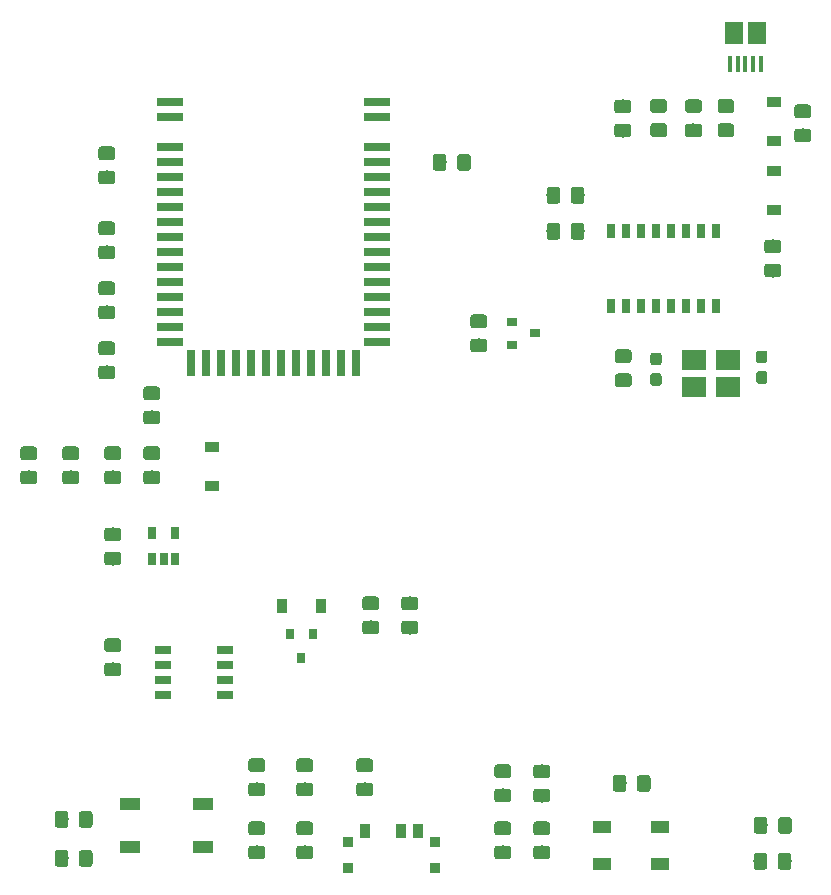
<source format=gbr>
G04 #@! TF.GenerationSoftware,KiCad,Pcbnew,(5.0.0)*
G04 #@! TF.CreationDate,2019-06-08T15:20:39-06:00*
G04 #@! TF.ProjectId,4x4_platform,3478345F706C6174666F726D2E6B6963,rev?*
G04 #@! TF.SameCoordinates,Original*
G04 #@! TF.FileFunction,Paste,Top*
G04 #@! TF.FilePolarity,Positive*
%FSLAX46Y46*%
G04 Gerber Fmt 4.6, Leading zero omitted, Abs format (unit mm)*
G04 Created by KiCad (PCBNEW (5.0.0)) date 06/08/19 15:20:39*
%MOMM*%
%LPD*%
G01*
G04 APERTURE LIST*
%ADD10C,0.100000*%
%ADD11C,1.150000*%
%ADD12R,0.800000X0.900000*%
%ADD13R,0.900000X1.250000*%
%ADD14R,0.900000X0.900000*%
%ADD15R,1.800000X1.100000*%
%ADD16R,0.720000X2.200000*%
%ADD17R,2.200000X0.720000*%
%ADD18C,0.950000*%
%ADD19R,1.200000X0.900000*%
%ADD20R,0.800000X1.300000*%
%ADD21R,2.100000X1.800000*%
%ADD22R,1.500000X1.900000*%
%ADD23R,0.400000X1.350000*%
%ADD24R,0.900000X1.200000*%
%ADD25R,1.450000X0.800000*%
%ADD26R,0.650000X1.060000*%
%ADD27R,0.900000X0.800000*%
%ADD28R,1.500000X1.000000*%
G04 APERTURE END LIST*
D10*
G04 #@! TO.C,C1*
G36*
X88104505Y-93651204D02*
X88128773Y-93654804D01*
X88152572Y-93660765D01*
X88175671Y-93669030D01*
X88197850Y-93679520D01*
X88218893Y-93692132D01*
X88238599Y-93706747D01*
X88256777Y-93723223D01*
X88273253Y-93741401D01*
X88287868Y-93761107D01*
X88300480Y-93782150D01*
X88310970Y-93804329D01*
X88319235Y-93827428D01*
X88325196Y-93851227D01*
X88328796Y-93875495D01*
X88330000Y-93899999D01*
X88330000Y-94550001D01*
X88328796Y-94574505D01*
X88325196Y-94598773D01*
X88319235Y-94622572D01*
X88310970Y-94645671D01*
X88300480Y-94667850D01*
X88287868Y-94688893D01*
X88273253Y-94708599D01*
X88256777Y-94726777D01*
X88238599Y-94743253D01*
X88218893Y-94757868D01*
X88197850Y-94770480D01*
X88175671Y-94780970D01*
X88152572Y-94789235D01*
X88128773Y-94795196D01*
X88104505Y-94798796D01*
X88080001Y-94800000D01*
X87179999Y-94800000D01*
X87155495Y-94798796D01*
X87131227Y-94795196D01*
X87107428Y-94789235D01*
X87084329Y-94780970D01*
X87062150Y-94770480D01*
X87041107Y-94757868D01*
X87021401Y-94743253D01*
X87003223Y-94726777D01*
X86986747Y-94708599D01*
X86972132Y-94688893D01*
X86959520Y-94667850D01*
X86949030Y-94645671D01*
X86940765Y-94622572D01*
X86934804Y-94598773D01*
X86931204Y-94574505D01*
X86930000Y-94550001D01*
X86930000Y-93899999D01*
X86931204Y-93875495D01*
X86934804Y-93851227D01*
X86940765Y-93827428D01*
X86949030Y-93804329D01*
X86959520Y-93782150D01*
X86972132Y-93761107D01*
X86986747Y-93741401D01*
X87003223Y-93723223D01*
X87021401Y-93706747D01*
X87041107Y-93692132D01*
X87062150Y-93679520D01*
X87084329Y-93669030D01*
X87107428Y-93660765D01*
X87131227Y-93654804D01*
X87155495Y-93651204D01*
X87179999Y-93650000D01*
X88080001Y-93650000D01*
X88104505Y-93651204D01*
X88104505Y-93651204D01*
G37*
D11*
X87630000Y-94225000D03*
D10*
G36*
X88104505Y-95701204D02*
X88128773Y-95704804D01*
X88152572Y-95710765D01*
X88175671Y-95719030D01*
X88197850Y-95729520D01*
X88218893Y-95742132D01*
X88238599Y-95756747D01*
X88256777Y-95773223D01*
X88273253Y-95791401D01*
X88287868Y-95811107D01*
X88300480Y-95832150D01*
X88310970Y-95854329D01*
X88319235Y-95877428D01*
X88325196Y-95901227D01*
X88328796Y-95925495D01*
X88330000Y-95949999D01*
X88330000Y-96600001D01*
X88328796Y-96624505D01*
X88325196Y-96648773D01*
X88319235Y-96672572D01*
X88310970Y-96695671D01*
X88300480Y-96717850D01*
X88287868Y-96738893D01*
X88273253Y-96758599D01*
X88256777Y-96776777D01*
X88238599Y-96793253D01*
X88218893Y-96807868D01*
X88197850Y-96820480D01*
X88175671Y-96830970D01*
X88152572Y-96839235D01*
X88128773Y-96845196D01*
X88104505Y-96848796D01*
X88080001Y-96850000D01*
X87179999Y-96850000D01*
X87155495Y-96848796D01*
X87131227Y-96845196D01*
X87107428Y-96839235D01*
X87084329Y-96830970D01*
X87062150Y-96820480D01*
X87041107Y-96807868D01*
X87021401Y-96793253D01*
X87003223Y-96776777D01*
X86986747Y-96758599D01*
X86972132Y-96738893D01*
X86959520Y-96717850D01*
X86949030Y-96695671D01*
X86940765Y-96672572D01*
X86934804Y-96648773D01*
X86931204Y-96624505D01*
X86930000Y-96600001D01*
X86930000Y-95949999D01*
X86931204Y-95925495D01*
X86934804Y-95901227D01*
X86940765Y-95877428D01*
X86949030Y-95854329D01*
X86959520Y-95832150D01*
X86972132Y-95811107D01*
X86986747Y-95791401D01*
X87003223Y-95773223D01*
X87021401Y-95756747D01*
X87041107Y-95742132D01*
X87062150Y-95729520D01*
X87084329Y-95719030D01*
X87107428Y-95710765D01*
X87131227Y-95704804D01*
X87155495Y-95701204D01*
X87179999Y-95700000D01*
X88080001Y-95700000D01*
X88104505Y-95701204D01*
X88104505Y-95701204D01*
G37*
D11*
X87630000Y-96275000D03*
G04 #@! TD*
D10*
G04 #@! TO.C,C2*
G36*
X88104505Y-103811204D02*
X88128773Y-103814804D01*
X88152572Y-103820765D01*
X88175671Y-103829030D01*
X88197850Y-103839520D01*
X88218893Y-103852132D01*
X88238599Y-103866747D01*
X88256777Y-103883223D01*
X88273253Y-103901401D01*
X88287868Y-103921107D01*
X88300480Y-103942150D01*
X88310970Y-103964329D01*
X88319235Y-103987428D01*
X88325196Y-104011227D01*
X88328796Y-104035495D01*
X88330000Y-104059999D01*
X88330000Y-104710001D01*
X88328796Y-104734505D01*
X88325196Y-104758773D01*
X88319235Y-104782572D01*
X88310970Y-104805671D01*
X88300480Y-104827850D01*
X88287868Y-104848893D01*
X88273253Y-104868599D01*
X88256777Y-104886777D01*
X88238599Y-104903253D01*
X88218893Y-104917868D01*
X88197850Y-104930480D01*
X88175671Y-104940970D01*
X88152572Y-104949235D01*
X88128773Y-104955196D01*
X88104505Y-104958796D01*
X88080001Y-104960000D01*
X87179999Y-104960000D01*
X87155495Y-104958796D01*
X87131227Y-104955196D01*
X87107428Y-104949235D01*
X87084329Y-104940970D01*
X87062150Y-104930480D01*
X87041107Y-104917868D01*
X87021401Y-104903253D01*
X87003223Y-104886777D01*
X86986747Y-104868599D01*
X86972132Y-104848893D01*
X86959520Y-104827850D01*
X86949030Y-104805671D01*
X86940765Y-104782572D01*
X86934804Y-104758773D01*
X86931204Y-104734505D01*
X86930000Y-104710001D01*
X86930000Y-104059999D01*
X86931204Y-104035495D01*
X86934804Y-104011227D01*
X86940765Y-103987428D01*
X86949030Y-103964329D01*
X86959520Y-103942150D01*
X86972132Y-103921107D01*
X86986747Y-103901401D01*
X87003223Y-103883223D01*
X87021401Y-103866747D01*
X87041107Y-103852132D01*
X87062150Y-103839520D01*
X87084329Y-103829030D01*
X87107428Y-103820765D01*
X87131227Y-103814804D01*
X87155495Y-103811204D01*
X87179999Y-103810000D01*
X88080001Y-103810000D01*
X88104505Y-103811204D01*
X88104505Y-103811204D01*
G37*
D11*
X87630000Y-104385000D03*
D10*
G36*
X88104505Y-105861204D02*
X88128773Y-105864804D01*
X88152572Y-105870765D01*
X88175671Y-105879030D01*
X88197850Y-105889520D01*
X88218893Y-105902132D01*
X88238599Y-105916747D01*
X88256777Y-105933223D01*
X88273253Y-105951401D01*
X88287868Y-105971107D01*
X88300480Y-105992150D01*
X88310970Y-106014329D01*
X88319235Y-106037428D01*
X88325196Y-106061227D01*
X88328796Y-106085495D01*
X88330000Y-106109999D01*
X88330000Y-106760001D01*
X88328796Y-106784505D01*
X88325196Y-106808773D01*
X88319235Y-106832572D01*
X88310970Y-106855671D01*
X88300480Y-106877850D01*
X88287868Y-106898893D01*
X88273253Y-106918599D01*
X88256777Y-106936777D01*
X88238599Y-106953253D01*
X88218893Y-106967868D01*
X88197850Y-106980480D01*
X88175671Y-106990970D01*
X88152572Y-106999235D01*
X88128773Y-107005196D01*
X88104505Y-107008796D01*
X88080001Y-107010000D01*
X87179999Y-107010000D01*
X87155495Y-107008796D01*
X87131227Y-107005196D01*
X87107428Y-106999235D01*
X87084329Y-106990970D01*
X87062150Y-106980480D01*
X87041107Y-106967868D01*
X87021401Y-106953253D01*
X87003223Y-106936777D01*
X86986747Y-106918599D01*
X86972132Y-106898893D01*
X86959520Y-106877850D01*
X86949030Y-106855671D01*
X86940765Y-106832572D01*
X86934804Y-106808773D01*
X86931204Y-106784505D01*
X86930000Y-106760001D01*
X86930000Y-106109999D01*
X86931204Y-106085495D01*
X86934804Y-106061227D01*
X86940765Y-106037428D01*
X86949030Y-106014329D01*
X86959520Y-105992150D01*
X86972132Y-105971107D01*
X86986747Y-105951401D01*
X87003223Y-105933223D01*
X87021401Y-105916747D01*
X87041107Y-105902132D01*
X87062150Y-105889520D01*
X87084329Y-105879030D01*
X87107428Y-105870765D01*
X87131227Y-105864804D01*
X87155495Y-105861204D01*
X87179999Y-105860000D01*
X88080001Y-105860000D01*
X88104505Y-105861204D01*
X88104505Y-105861204D01*
G37*
D11*
X87630000Y-106435000D03*
G04 #@! TD*
D10*
G04 #@! TO.C,C3*
G36*
X91914505Y-109671204D02*
X91938773Y-109674804D01*
X91962572Y-109680765D01*
X91985671Y-109689030D01*
X92007850Y-109699520D01*
X92028893Y-109712132D01*
X92048599Y-109726747D01*
X92066777Y-109743223D01*
X92083253Y-109761401D01*
X92097868Y-109781107D01*
X92110480Y-109802150D01*
X92120970Y-109824329D01*
X92129235Y-109847428D01*
X92135196Y-109871227D01*
X92138796Y-109895495D01*
X92140000Y-109919999D01*
X92140000Y-110570001D01*
X92138796Y-110594505D01*
X92135196Y-110618773D01*
X92129235Y-110642572D01*
X92120970Y-110665671D01*
X92110480Y-110687850D01*
X92097868Y-110708893D01*
X92083253Y-110728599D01*
X92066777Y-110746777D01*
X92048599Y-110763253D01*
X92028893Y-110777868D01*
X92007850Y-110790480D01*
X91985671Y-110800970D01*
X91962572Y-110809235D01*
X91938773Y-110815196D01*
X91914505Y-110818796D01*
X91890001Y-110820000D01*
X90989999Y-110820000D01*
X90965495Y-110818796D01*
X90941227Y-110815196D01*
X90917428Y-110809235D01*
X90894329Y-110800970D01*
X90872150Y-110790480D01*
X90851107Y-110777868D01*
X90831401Y-110763253D01*
X90813223Y-110746777D01*
X90796747Y-110728599D01*
X90782132Y-110708893D01*
X90769520Y-110687850D01*
X90759030Y-110665671D01*
X90750765Y-110642572D01*
X90744804Y-110618773D01*
X90741204Y-110594505D01*
X90740000Y-110570001D01*
X90740000Y-109919999D01*
X90741204Y-109895495D01*
X90744804Y-109871227D01*
X90750765Y-109847428D01*
X90759030Y-109824329D01*
X90769520Y-109802150D01*
X90782132Y-109781107D01*
X90796747Y-109761401D01*
X90813223Y-109743223D01*
X90831401Y-109726747D01*
X90851107Y-109712132D01*
X90872150Y-109699520D01*
X90894329Y-109689030D01*
X90917428Y-109680765D01*
X90941227Y-109674804D01*
X90965495Y-109671204D01*
X90989999Y-109670000D01*
X91890001Y-109670000D01*
X91914505Y-109671204D01*
X91914505Y-109671204D01*
G37*
D11*
X91440000Y-110245000D03*
D10*
G36*
X91914505Y-107621204D02*
X91938773Y-107624804D01*
X91962572Y-107630765D01*
X91985671Y-107639030D01*
X92007850Y-107649520D01*
X92028893Y-107662132D01*
X92048599Y-107676747D01*
X92066777Y-107693223D01*
X92083253Y-107711401D01*
X92097868Y-107731107D01*
X92110480Y-107752150D01*
X92120970Y-107774329D01*
X92129235Y-107797428D01*
X92135196Y-107821227D01*
X92138796Y-107845495D01*
X92140000Y-107869999D01*
X92140000Y-108520001D01*
X92138796Y-108544505D01*
X92135196Y-108568773D01*
X92129235Y-108592572D01*
X92120970Y-108615671D01*
X92110480Y-108637850D01*
X92097868Y-108658893D01*
X92083253Y-108678599D01*
X92066777Y-108696777D01*
X92048599Y-108713253D01*
X92028893Y-108727868D01*
X92007850Y-108740480D01*
X91985671Y-108750970D01*
X91962572Y-108759235D01*
X91938773Y-108765196D01*
X91914505Y-108768796D01*
X91890001Y-108770000D01*
X90989999Y-108770000D01*
X90965495Y-108768796D01*
X90941227Y-108765196D01*
X90917428Y-108759235D01*
X90894329Y-108750970D01*
X90872150Y-108740480D01*
X90851107Y-108727868D01*
X90831401Y-108713253D01*
X90813223Y-108696777D01*
X90796747Y-108678599D01*
X90782132Y-108658893D01*
X90769520Y-108637850D01*
X90759030Y-108615671D01*
X90750765Y-108592572D01*
X90744804Y-108568773D01*
X90741204Y-108544505D01*
X90740000Y-108520001D01*
X90740000Y-107869999D01*
X90741204Y-107845495D01*
X90744804Y-107821227D01*
X90750765Y-107797428D01*
X90759030Y-107774329D01*
X90769520Y-107752150D01*
X90782132Y-107731107D01*
X90796747Y-107711401D01*
X90813223Y-107693223D01*
X90831401Y-107676747D01*
X90851107Y-107662132D01*
X90872150Y-107649520D01*
X90894329Y-107639030D01*
X90917428Y-107630765D01*
X90941227Y-107624804D01*
X90965495Y-107621204D01*
X90989999Y-107620000D01*
X91890001Y-107620000D01*
X91914505Y-107621204D01*
X91914505Y-107621204D01*
G37*
D11*
X91440000Y-108195000D03*
G04 #@! TD*
D10*
G04 #@! TO.C,C4*
G36*
X88104505Y-87301204D02*
X88128773Y-87304804D01*
X88152572Y-87310765D01*
X88175671Y-87319030D01*
X88197850Y-87329520D01*
X88218893Y-87342132D01*
X88238599Y-87356747D01*
X88256777Y-87373223D01*
X88273253Y-87391401D01*
X88287868Y-87411107D01*
X88300480Y-87432150D01*
X88310970Y-87454329D01*
X88319235Y-87477428D01*
X88325196Y-87501227D01*
X88328796Y-87525495D01*
X88330000Y-87549999D01*
X88330000Y-88200001D01*
X88328796Y-88224505D01*
X88325196Y-88248773D01*
X88319235Y-88272572D01*
X88310970Y-88295671D01*
X88300480Y-88317850D01*
X88287868Y-88338893D01*
X88273253Y-88358599D01*
X88256777Y-88376777D01*
X88238599Y-88393253D01*
X88218893Y-88407868D01*
X88197850Y-88420480D01*
X88175671Y-88430970D01*
X88152572Y-88439235D01*
X88128773Y-88445196D01*
X88104505Y-88448796D01*
X88080001Y-88450000D01*
X87179999Y-88450000D01*
X87155495Y-88448796D01*
X87131227Y-88445196D01*
X87107428Y-88439235D01*
X87084329Y-88430970D01*
X87062150Y-88420480D01*
X87041107Y-88407868D01*
X87021401Y-88393253D01*
X87003223Y-88376777D01*
X86986747Y-88358599D01*
X86972132Y-88338893D01*
X86959520Y-88317850D01*
X86949030Y-88295671D01*
X86940765Y-88272572D01*
X86934804Y-88248773D01*
X86931204Y-88224505D01*
X86930000Y-88200001D01*
X86930000Y-87549999D01*
X86931204Y-87525495D01*
X86934804Y-87501227D01*
X86940765Y-87477428D01*
X86949030Y-87454329D01*
X86959520Y-87432150D01*
X86972132Y-87411107D01*
X86986747Y-87391401D01*
X87003223Y-87373223D01*
X87021401Y-87356747D01*
X87041107Y-87342132D01*
X87062150Y-87329520D01*
X87084329Y-87319030D01*
X87107428Y-87310765D01*
X87131227Y-87304804D01*
X87155495Y-87301204D01*
X87179999Y-87300000D01*
X88080001Y-87300000D01*
X88104505Y-87301204D01*
X88104505Y-87301204D01*
G37*
D11*
X87630000Y-87875000D03*
D10*
G36*
X88104505Y-89351204D02*
X88128773Y-89354804D01*
X88152572Y-89360765D01*
X88175671Y-89369030D01*
X88197850Y-89379520D01*
X88218893Y-89392132D01*
X88238599Y-89406747D01*
X88256777Y-89423223D01*
X88273253Y-89441401D01*
X88287868Y-89461107D01*
X88300480Y-89482150D01*
X88310970Y-89504329D01*
X88319235Y-89527428D01*
X88325196Y-89551227D01*
X88328796Y-89575495D01*
X88330000Y-89599999D01*
X88330000Y-90250001D01*
X88328796Y-90274505D01*
X88325196Y-90298773D01*
X88319235Y-90322572D01*
X88310970Y-90345671D01*
X88300480Y-90367850D01*
X88287868Y-90388893D01*
X88273253Y-90408599D01*
X88256777Y-90426777D01*
X88238599Y-90443253D01*
X88218893Y-90457868D01*
X88197850Y-90470480D01*
X88175671Y-90480970D01*
X88152572Y-90489235D01*
X88128773Y-90495196D01*
X88104505Y-90498796D01*
X88080001Y-90500000D01*
X87179999Y-90500000D01*
X87155495Y-90498796D01*
X87131227Y-90495196D01*
X87107428Y-90489235D01*
X87084329Y-90480970D01*
X87062150Y-90470480D01*
X87041107Y-90457868D01*
X87021401Y-90443253D01*
X87003223Y-90426777D01*
X86986747Y-90408599D01*
X86972132Y-90388893D01*
X86959520Y-90367850D01*
X86949030Y-90345671D01*
X86940765Y-90322572D01*
X86934804Y-90298773D01*
X86931204Y-90274505D01*
X86930000Y-90250001D01*
X86930000Y-89599999D01*
X86931204Y-89575495D01*
X86934804Y-89551227D01*
X86940765Y-89527428D01*
X86949030Y-89504329D01*
X86959520Y-89482150D01*
X86972132Y-89461107D01*
X86986747Y-89441401D01*
X87003223Y-89423223D01*
X87021401Y-89406747D01*
X87041107Y-89392132D01*
X87062150Y-89379520D01*
X87084329Y-89369030D01*
X87107428Y-89360765D01*
X87131227Y-89354804D01*
X87155495Y-89351204D01*
X87179999Y-89350000D01*
X88080001Y-89350000D01*
X88104505Y-89351204D01*
X88104505Y-89351204D01*
G37*
D11*
X87630000Y-89925000D03*
G04 #@! TD*
D10*
G04 #@! TO.C,L1*
G36*
X88104505Y-98731204D02*
X88128773Y-98734804D01*
X88152572Y-98740765D01*
X88175671Y-98749030D01*
X88197850Y-98759520D01*
X88218893Y-98772132D01*
X88238599Y-98786747D01*
X88256777Y-98803223D01*
X88273253Y-98821401D01*
X88287868Y-98841107D01*
X88300480Y-98862150D01*
X88310970Y-98884329D01*
X88319235Y-98907428D01*
X88325196Y-98931227D01*
X88328796Y-98955495D01*
X88330000Y-98979999D01*
X88330000Y-99630001D01*
X88328796Y-99654505D01*
X88325196Y-99678773D01*
X88319235Y-99702572D01*
X88310970Y-99725671D01*
X88300480Y-99747850D01*
X88287868Y-99768893D01*
X88273253Y-99788599D01*
X88256777Y-99806777D01*
X88238599Y-99823253D01*
X88218893Y-99837868D01*
X88197850Y-99850480D01*
X88175671Y-99860970D01*
X88152572Y-99869235D01*
X88128773Y-99875196D01*
X88104505Y-99878796D01*
X88080001Y-99880000D01*
X87179999Y-99880000D01*
X87155495Y-99878796D01*
X87131227Y-99875196D01*
X87107428Y-99869235D01*
X87084329Y-99860970D01*
X87062150Y-99850480D01*
X87041107Y-99837868D01*
X87021401Y-99823253D01*
X87003223Y-99806777D01*
X86986747Y-99788599D01*
X86972132Y-99768893D01*
X86959520Y-99747850D01*
X86949030Y-99725671D01*
X86940765Y-99702572D01*
X86934804Y-99678773D01*
X86931204Y-99654505D01*
X86930000Y-99630001D01*
X86930000Y-98979999D01*
X86931204Y-98955495D01*
X86934804Y-98931227D01*
X86940765Y-98907428D01*
X86949030Y-98884329D01*
X86959520Y-98862150D01*
X86972132Y-98841107D01*
X86986747Y-98821401D01*
X87003223Y-98803223D01*
X87021401Y-98786747D01*
X87041107Y-98772132D01*
X87062150Y-98759520D01*
X87084329Y-98749030D01*
X87107428Y-98740765D01*
X87131227Y-98734804D01*
X87155495Y-98731204D01*
X87179999Y-98730000D01*
X88080001Y-98730000D01*
X88104505Y-98731204D01*
X88104505Y-98731204D01*
G37*
D11*
X87630000Y-99305000D03*
D10*
G36*
X88104505Y-100781204D02*
X88128773Y-100784804D01*
X88152572Y-100790765D01*
X88175671Y-100799030D01*
X88197850Y-100809520D01*
X88218893Y-100822132D01*
X88238599Y-100836747D01*
X88256777Y-100853223D01*
X88273253Y-100871401D01*
X88287868Y-100891107D01*
X88300480Y-100912150D01*
X88310970Y-100934329D01*
X88319235Y-100957428D01*
X88325196Y-100981227D01*
X88328796Y-101005495D01*
X88330000Y-101029999D01*
X88330000Y-101680001D01*
X88328796Y-101704505D01*
X88325196Y-101728773D01*
X88319235Y-101752572D01*
X88310970Y-101775671D01*
X88300480Y-101797850D01*
X88287868Y-101818893D01*
X88273253Y-101838599D01*
X88256777Y-101856777D01*
X88238599Y-101873253D01*
X88218893Y-101887868D01*
X88197850Y-101900480D01*
X88175671Y-101910970D01*
X88152572Y-101919235D01*
X88128773Y-101925196D01*
X88104505Y-101928796D01*
X88080001Y-101930000D01*
X87179999Y-101930000D01*
X87155495Y-101928796D01*
X87131227Y-101925196D01*
X87107428Y-101919235D01*
X87084329Y-101910970D01*
X87062150Y-101900480D01*
X87041107Y-101887868D01*
X87021401Y-101873253D01*
X87003223Y-101856777D01*
X86986747Y-101838599D01*
X86972132Y-101818893D01*
X86959520Y-101797850D01*
X86949030Y-101775671D01*
X86940765Y-101752572D01*
X86934804Y-101728773D01*
X86931204Y-101704505D01*
X86930000Y-101680001D01*
X86930000Y-101029999D01*
X86931204Y-101005495D01*
X86934804Y-100981227D01*
X86940765Y-100957428D01*
X86949030Y-100934329D01*
X86959520Y-100912150D01*
X86972132Y-100891107D01*
X86986747Y-100871401D01*
X87003223Y-100853223D01*
X87021401Y-100836747D01*
X87041107Y-100822132D01*
X87062150Y-100809520D01*
X87084329Y-100799030D01*
X87107428Y-100790765D01*
X87131227Y-100784804D01*
X87155495Y-100781204D01*
X87179999Y-100780000D01*
X88080001Y-100780000D01*
X88104505Y-100781204D01*
X88104505Y-100781204D01*
G37*
D11*
X87630000Y-101355000D03*
G04 #@! TD*
D12*
G04 #@! TO.C,Q1*
X105074000Y-128606000D03*
X103174000Y-128606000D03*
X104124000Y-130606000D03*
G04 #@! TD*
D10*
G04 #@! TO.C,R1*
G36*
X91914505Y-114742204D02*
X91938773Y-114745804D01*
X91962572Y-114751765D01*
X91985671Y-114760030D01*
X92007850Y-114770520D01*
X92028893Y-114783132D01*
X92048599Y-114797747D01*
X92066777Y-114814223D01*
X92083253Y-114832401D01*
X92097868Y-114852107D01*
X92110480Y-114873150D01*
X92120970Y-114895329D01*
X92129235Y-114918428D01*
X92135196Y-114942227D01*
X92138796Y-114966495D01*
X92140000Y-114990999D01*
X92140000Y-115641001D01*
X92138796Y-115665505D01*
X92135196Y-115689773D01*
X92129235Y-115713572D01*
X92120970Y-115736671D01*
X92110480Y-115758850D01*
X92097868Y-115779893D01*
X92083253Y-115799599D01*
X92066777Y-115817777D01*
X92048599Y-115834253D01*
X92028893Y-115848868D01*
X92007850Y-115861480D01*
X91985671Y-115871970D01*
X91962572Y-115880235D01*
X91938773Y-115886196D01*
X91914505Y-115889796D01*
X91890001Y-115891000D01*
X90989999Y-115891000D01*
X90965495Y-115889796D01*
X90941227Y-115886196D01*
X90917428Y-115880235D01*
X90894329Y-115871970D01*
X90872150Y-115861480D01*
X90851107Y-115848868D01*
X90831401Y-115834253D01*
X90813223Y-115817777D01*
X90796747Y-115799599D01*
X90782132Y-115779893D01*
X90769520Y-115758850D01*
X90759030Y-115736671D01*
X90750765Y-115713572D01*
X90744804Y-115689773D01*
X90741204Y-115665505D01*
X90740000Y-115641001D01*
X90740000Y-114990999D01*
X90741204Y-114966495D01*
X90744804Y-114942227D01*
X90750765Y-114918428D01*
X90759030Y-114895329D01*
X90769520Y-114873150D01*
X90782132Y-114852107D01*
X90796747Y-114832401D01*
X90813223Y-114814223D01*
X90831401Y-114797747D01*
X90851107Y-114783132D01*
X90872150Y-114770520D01*
X90894329Y-114760030D01*
X90917428Y-114751765D01*
X90941227Y-114745804D01*
X90965495Y-114742204D01*
X90989999Y-114741000D01*
X91890001Y-114741000D01*
X91914505Y-114742204D01*
X91914505Y-114742204D01*
G37*
D11*
X91440000Y-115316000D03*
D10*
G36*
X91914505Y-112692204D02*
X91938773Y-112695804D01*
X91962572Y-112701765D01*
X91985671Y-112710030D01*
X92007850Y-112720520D01*
X92028893Y-112733132D01*
X92048599Y-112747747D01*
X92066777Y-112764223D01*
X92083253Y-112782401D01*
X92097868Y-112802107D01*
X92110480Y-112823150D01*
X92120970Y-112845329D01*
X92129235Y-112868428D01*
X92135196Y-112892227D01*
X92138796Y-112916495D01*
X92140000Y-112940999D01*
X92140000Y-113591001D01*
X92138796Y-113615505D01*
X92135196Y-113639773D01*
X92129235Y-113663572D01*
X92120970Y-113686671D01*
X92110480Y-113708850D01*
X92097868Y-113729893D01*
X92083253Y-113749599D01*
X92066777Y-113767777D01*
X92048599Y-113784253D01*
X92028893Y-113798868D01*
X92007850Y-113811480D01*
X91985671Y-113821970D01*
X91962572Y-113830235D01*
X91938773Y-113836196D01*
X91914505Y-113839796D01*
X91890001Y-113841000D01*
X90989999Y-113841000D01*
X90965495Y-113839796D01*
X90941227Y-113836196D01*
X90917428Y-113830235D01*
X90894329Y-113821970D01*
X90872150Y-113811480D01*
X90851107Y-113798868D01*
X90831401Y-113784253D01*
X90813223Y-113767777D01*
X90796747Y-113749599D01*
X90782132Y-113729893D01*
X90769520Y-113708850D01*
X90759030Y-113686671D01*
X90750765Y-113663572D01*
X90744804Y-113639773D01*
X90741204Y-113615505D01*
X90740000Y-113591001D01*
X90740000Y-112940999D01*
X90741204Y-112916495D01*
X90744804Y-112892227D01*
X90750765Y-112868428D01*
X90759030Y-112845329D01*
X90769520Y-112823150D01*
X90782132Y-112802107D01*
X90796747Y-112782401D01*
X90813223Y-112764223D01*
X90831401Y-112747747D01*
X90851107Y-112733132D01*
X90872150Y-112720520D01*
X90894329Y-112710030D01*
X90917428Y-112701765D01*
X90941227Y-112695804D01*
X90965495Y-112692204D01*
X90989999Y-112691000D01*
X91890001Y-112691000D01*
X91914505Y-112692204D01*
X91914505Y-112692204D01*
G37*
D11*
X91440000Y-113266000D03*
G04 #@! TD*
D13*
G04 #@! TO.C,SW1*
X112510000Y-145245000D03*
X114010000Y-145245000D03*
X109510000Y-145245000D03*
D14*
X108060000Y-148420000D03*
X108060000Y-146220000D03*
X115460000Y-146220000D03*
X115460000Y-148420000D03*
G04 #@! TD*
D15*
G04 #@! TO.C,SW2*
X95810000Y-146630000D03*
X89610000Y-146630000D03*
X95810000Y-142930000D03*
X89610000Y-142930000D03*
G04 #@! TD*
D16*
G04 #@! TO.C,U1*
X108712000Y-105664000D03*
X107442000Y-105664000D03*
X106172000Y-105664000D03*
X104902000Y-105664000D03*
X103632000Y-105664000D03*
X102362000Y-105664000D03*
X101092000Y-105664000D03*
X99822000Y-105664000D03*
X98552000Y-105664000D03*
X97282000Y-105664000D03*
X96012000Y-105664000D03*
X94742000Y-105664000D03*
D17*
X110490000Y-103886000D03*
X110490000Y-102616000D03*
X110490000Y-101346000D03*
X110490000Y-100076000D03*
X110490000Y-98806000D03*
X110490000Y-97536000D03*
X110490000Y-96266000D03*
X110490000Y-94996000D03*
X110490000Y-93726000D03*
X110490000Y-92456000D03*
X110490000Y-91186000D03*
X110490000Y-89916000D03*
X110490000Y-88646000D03*
X110490000Y-87376000D03*
X110490000Y-84836000D03*
X110490000Y-83566000D03*
X92964000Y-83566000D03*
X92964000Y-84836000D03*
X92964000Y-87376000D03*
X92964000Y-88646000D03*
X92964000Y-89916000D03*
X92964000Y-91186000D03*
X92964000Y-92456000D03*
X92964000Y-93726000D03*
X92964000Y-94996000D03*
X92964000Y-96266000D03*
X92964000Y-97536000D03*
X92964000Y-98806000D03*
X92964000Y-100076000D03*
X92964000Y-101346000D03*
X92964000Y-102616000D03*
X92964000Y-103886000D03*
G04 #@! TD*
D10*
G04 #@! TO.C,D1*
G36*
X124934505Y-146501204D02*
X124958773Y-146504804D01*
X124982572Y-146510765D01*
X125005671Y-146519030D01*
X125027850Y-146529520D01*
X125048893Y-146542132D01*
X125068599Y-146556747D01*
X125086777Y-146573223D01*
X125103253Y-146591401D01*
X125117868Y-146611107D01*
X125130480Y-146632150D01*
X125140970Y-146654329D01*
X125149235Y-146677428D01*
X125155196Y-146701227D01*
X125158796Y-146725495D01*
X125160000Y-146749999D01*
X125160000Y-147400001D01*
X125158796Y-147424505D01*
X125155196Y-147448773D01*
X125149235Y-147472572D01*
X125140970Y-147495671D01*
X125130480Y-147517850D01*
X125117868Y-147538893D01*
X125103253Y-147558599D01*
X125086777Y-147576777D01*
X125068599Y-147593253D01*
X125048893Y-147607868D01*
X125027850Y-147620480D01*
X125005671Y-147630970D01*
X124982572Y-147639235D01*
X124958773Y-147645196D01*
X124934505Y-147648796D01*
X124910001Y-147650000D01*
X124009999Y-147650000D01*
X123985495Y-147648796D01*
X123961227Y-147645196D01*
X123937428Y-147639235D01*
X123914329Y-147630970D01*
X123892150Y-147620480D01*
X123871107Y-147607868D01*
X123851401Y-147593253D01*
X123833223Y-147576777D01*
X123816747Y-147558599D01*
X123802132Y-147538893D01*
X123789520Y-147517850D01*
X123779030Y-147495671D01*
X123770765Y-147472572D01*
X123764804Y-147448773D01*
X123761204Y-147424505D01*
X123760000Y-147400001D01*
X123760000Y-146749999D01*
X123761204Y-146725495D01*
X123764804Y-146701227D01*
X123770765Y-146677428D01*
X123779030Y-146654329D01*
X123789520Y-146632150D01*
X123802132Y-146611107D01*
X123816747Y-146591401D01*
X123833223Y-146573223D01*
X123851401Y-146556747D01*
X123871107Y-146542132D01*
X123892150Y-146529520D01*
X123914329Y-146519030D01*
X123937428Y-146510765D01*
X123961227Y-146504804D01*
X123985495Y-146501204D01*
X124009999Y-146500000D01*
X124910001Y-146500000D01*
X124934505Y-146501204D01*
X124934505Y-146501204D01*
G37*
D11*
X124460000Y-147075000D03*
D10*
G36*
X124934505Y-144451204D02*
X124958773Y-144454804D01*
X124982572Y-144460765D01*
X125005671Y-144469030D01*
X125027850Y-144479520D01*
X125048893Y-144492132D01*
X125068599Y-144506747D01*
X125086777Y-144523223D01*
X125103253Y-144541401D01*
X125117868Y-144561107D01*
X125130480Y-144582150D01*
X125140970Y-144604329D01*
X125149235Y-144627428D01*
X125155196Y-144651227D01*
X125158796Y-144675495D01*
X125160000Y-144699999D01*
X125160000Y-145350001D01*
X125158796Y-145374505D01*
X125155196Y-145398773D01*
X125149235Y-145422572D01*
X125140970Y-145445671D01*
X125130480Y-145467850D01*
X125117868Y-145488893D01*
X125103253Y-145508599D01*
X125086777Y-145526777D01*
X125068599Y-145543253D01*
X125048893Y-145557868D01*
X125027850Y-145570480D01*
X125005671Y-145580970D01*
X124982572Y-145589235D01*
X124958773Y-145595196D01*
X124934505Y-145598796D01*
X124910001Y-145600000D01*
X124009999Y-145600000D01*
X123985495Y-145598796D01*
X123961227Y-145595196D01*
X123937428Y-145589235D01*
X123914329Y-145580970D01*
X123892150Y-145570480D01*
X123871107Y-145557868D01*
X123851401Y-145543253D01*
X123833223Y-145526777D01*
X123816747Y-145508599D01*
X123802132Y-145488893D01*
X123789520Y-145467850D01*
X123779030Y-145445671D01*
X123770765Y-145422572D01*
X123764804Y-145398773D01*
X123761204Y-145374505D01*
X123760000Y-145350001D01*
X123760000Y-144699999D01*
X123761204Y-144675495D01*
X123764804Y-144651227D01*
X123770765Y-144627428D01*
X123779030Y-144604329D01*
X123789520Y-144582150D01*
X123802132Y-144561107D01*
X123816747Y-144541401D01*
X123833223Y-144523223D01*
X123851401Y-144506747D01*
X123871107Y-144492132D01*
X123892150Y-144479520D01*
X123914329Y-144469030D01*
X123937428Y-144460765D01*
X123961227Y-144454804D01*
X123985495Y-144451204D01*
X124009999Y-144450000D01*
X124910001Y-144450000D01*
X124934505Y-144451204D01*
X124934505Y-144451204D01*
G37*
D11*
X124460000Y-145025000D03*
G04 #@! TD*
D10*
G04 #@! TO.C,D2*
G36*
X121632505Y-144451204D02*
X121656773Y-144454804D01*
X121680572Y-144460765D01*
X121703671Y-144469030D01*
X121725850Y-144479520D01*
X121746893Y-144492132D01*
X121766599Y-144506747D01*
X121784777Y-144523223D01*
X121801253Y-144541401D01*
X121815868Y-144561107D01*
X121828480Y-144582150D01*
X121838970Y-144604329D01*
X121847235Y-144627428D01*
X121853196Y-144651227D01*
X121856796Y-144675495D01*
X121858000Y-144699999D01*
X121858000Y-145350001D01*
X121856796Y-145374505D01*
X121853196Y-145398773D01*
X121847235Y-145422572D01*
X121838970Y-145445671D01*
X121828480Y-145467850D01*
X121815868Y-145488893D01*
X121801253Y-145508599D01*
X121784777Y-145526777D01*
X121766599Y-145543253D01*
X121746893Y-145557868D01*
X121725850Y-145570480D01*
X121703671Y-145580970D01*
X121680572Y-145589235D01*
X121656773Y-145595196D01*
X121632505Y-145598796D01*
X121608001Y-145600000D01*
X120707999Y-145600000D01*
X120683495Y-145598796D01*
X120659227Y-145595196D01*
X120635428Y-145589235D01*
X120612329Y-145580970D01*
X120590150Y-145570480D01*
X120569107Y-145557868D01*
X120549401Y-145543253D01*
X120531223Y-145526777D01*
X120514747Y-145508599D01*
X120500132Y-145488893D01*
X120487520Y-145467850D01*
X120477030Y-145445671D01*
X120468765Y-145422572D01*
X120462804Y-145398773D01*
X120459204Y-145374505D01*
X120458000Y-145350001D01*
X120458000Y-144699999D01*
X120459204Y-144675495D01*
X120462804Y-144651227D01*
X120468765Y-144627428D01*
X120477030Y-144604329D01*
X120487520Y-144582150D01*
X120500132Y-144561107D01*
X120514747Y-144541401D01*
X120531223Y-144523223D01*
X120549401Y-144506747D01*
X120569107Y-144492132D01*
X120590150Y-144479520D01*
X120612329Y-144469030D01*
X120635428Y-144460765D01*
X120659227Y-144454804D01*
X120683495Y-144451204D01*
X120707999Y-144450000D01*
X121608001Y-144450000D01*
X121632505Y-144451204D01*
X121632505Y-144451204D01*
G37*
D11*
X121158000Y-145025000D03*
D10*
G36*
X121632505Y-146501204D02*
X121656773Y-146504804D01*
X121680572Y-146510765D01*
X121703671Y-146519030D01*
X121725850Y-146529520D01*
X121746893Y-146542132D01*
X121766599Y-146556747D01*
X121784777Y-146573223D01*
X121801253Y-146591401D01*
X121815868Y-146611107D01*
X121828480Y-146632150D01*
X121838970Y-146654329D01*
X121847235Y-146677428D01*
X121853196Y-146701227D01*
X121856796Y-146725495D01*
X121858000Y-146749999D01*
X121858000Y-147400001D01*
X121856796Y-147424505D01*
X121853196Y-147448773D01*
X121847235Y-147472572D01*
X121838970Y-147495671D01*
X121828480Y-147517850D01*
X121815868Y-147538893D01*
X121801253Y-147558599D01*
X121784777Y-147576777D01*
X121766599Y-147593253D01*
X121746893Y-147607868D01*
X121725850Y-147620480D01*
X121703671Y-147630970D01*
X121680572Y-147639235D01*
X121656773Y-147645196D01*
X121632505Y-147648796D01*
X121608001Y-147650000D01*
X120707999Y-147650000D01*
X120683495Y-147648796D01*
X120659227Y-147645196D01*
X120635428Y-147639235D01*
X120612329Y-147630970D01*
X120590150Y-147620480D01*
X120569107Y-147607868D01*
X120549401Y-147593253D01*
X120531223Y-147576777D01*
X120514747Y-147558599D01*
X120500132Y-147538893D01*
X120487520Y-147517850D01*
X120477030Y-147495671D01*
X120468765Y-147472572D01*
X120462804Y-147448773D01*
X120459204Y-147424505D01*
X120458000Y-147400001D01*
X120458000Y-146749999D01*
X120459204Y-146725495D01*
X120462804Y-146701227D01*
X120468765Y-146677428D01*
X120477030Y-146654329D01*
X120487520Y-146632150D01*
X120500132Y-146611107D01*
X120514747Y-146591401D01*
X120531223Y-146573223D01*
X120549401Y-146556747D01*
X120569107Y-146542132D01*
X120590150Y-146529520D01*
X120612329Y-146519030D01*
X120635428Y-146510765D01*
X120659227Y-146504804D01*
X120683495Y-146501204D01*
X120707999Y-146500000D01*
X121608001Y-146500000D01*
X121632505Y-146501204D01*
X121632505Y-146501204D01*
G37*
D11*
X121158000Y-147075000D03*
G04 #@! TD*
D10*
G04 #@! TO.C,R2*
G36*
X124934505Y-139634203D02*
X124958773Y-139637803D01*
X124982572Y-139643764D01*
X125005671Y-139652029D01*
X125027850Y-139662519D01*
X125048893Y-139675131D01*
X125068599Y-139689746D01*
X125086777Y-139706222D01*
X125103253Y-139724400D01*
X125117868Y-139744106D01*
X125130480Y-139765149D01*
X125140970Y-139787328D01*
X125149235Y-139810427D01*
X125155196Y-139834226D01*
X125158796Y-139858494D01*
X125160000Y-139882998D01*
X125160000Y-140533000D01*
X125158796Y-140557504D01*
X125155196Y-140581772D01*
X125149235Y-140605571D01*
X125140970Y-140628670D01*
X125130480Y-140650849D01*
X125117868Y-140671892D01*
X125103253Y-140691598D01*
X125086777Y-140709776D01*
X125068599Y-140726252D01*
X125048893Y-140740867D01*
X125027850Y-140753479D01*
X125005671Y-140763969D01*
X124982572Y-140772234D01*
X124958773Y-140778195D01*
X124934505Y-140781795D01*
X124910001Y-140782999D01*
X124009999Y-140782999D01*
X123985495Y-140781795D01*
X123961227Y-140778195D01*
X123937428Y-140772234D01*
X123914329Y-140763969D01*
X123892150Y-140753479D01*
X123871107Y-140740867D01*
X123851401Y-140726252D01*
X123833223Y-140709776D01*
X123816747Y-140691598D01*
X123802132Y-140671892D01*
X123789520Y-140650849D01*
X123779030Y-140628670D01*
X123770765Y-140605571D01*
X123764804Y-140581772D01*
X123761204Y-140557504D01*
X123760000Y-140533000D01*
X123760000Y-139882998D01*
X123761204Y-139858494D01*
X123764804Y-139834226D01*
X123770765Y-139810427D01*
X123779030Y-139787328D01*
X123789520Y-139765149D01*
X123802132Y-139744106D01*
X123816747Y-139724400D01*
X123833223Y-139706222D01*
X123851401Y-139689746D01*
X123871107Y-139675131D01*
X123892150Y-139662519D01*
X123914329Y-139652029D01*
X123937428Y-139643764D01*
X123961227Y-139637803D01*
X123985495Y-139634203D01*
X124009999Y-139632999D01*
X124910001Y-139632999D01*
X124934505Y-139634203D01*
X124934505Y-139634203D01*
G37*
D11*
X124460000Y-140207999D03*
D10*
G36*
X124934505Y-141684203D02*
X124958773Y-141687803D01*
X124982572Y-141693764D01*
X125005671Y-141702029D01*
X125027850Y-141712519D01*
X125048893Y-141725131D01*
X125068599Y-141739746D01*
X125086777Y-141756222D01*
X125103253Y-141774400D01*
X125117868Y-141794106D01*
X125130480Y-141815149D01*
X125140970Y-141837328D01*
X125149235Y-141860427D01*
X125155196Y-141884226D01*
X125158796Y-141908494D01*
X125160000Y-141932998D01*
X125160000Y-142583000D01*
X125158796Y-142607504D01*
X125155196Y-142631772D01*
X125149235Y-142655571D01*
X125140970Y-142678670D01*
X125130480Y-142700849D01*
X125117868Y-142721892D01*
X125103253Y-142741598D01*
X125086777Y-142759776D01*
X125068599Y-142776252D01*
X125048893Y-142790867D01*
X125027850Y-142803479D01*
X125005671Y-142813969D01*
X124982572Y-142822234D01*
X124958773Y-142828195D01*
X124934505Y-142831795D01*
X124910001Y-142832999D01*
X124009999Y-142832999D01*
X123985495Y-142831795D01*
X123961227Y-142828195D01*
X123937428Y-142822234D01*
X123914329Y-142813969D01*
X123892150Y-142803479D01*
X123871107Y-142790867D01*
X123851401Y-142776252D01*
X123833223Y-142759776D01*
X123816747Y-142741598D01*
X123802132Y-142721892D01*
X123789520Y-142700849D01*
X123779030Y-142678670D01*
X123770765Y-142655571D01*
X123764804Y-142631772D01*
X123761204Y-142607504D01*
X123760000Y-142583000D01*
X123760000Y-141932998D01*
X123761204Y-141908494D01*
X123764804Y-141884226D01*
X123770765Y-141860427D01*
X123779030Y-141837328D01*
X123789520Y-141815149D01*
X123802132Y-141794106D01*
X123816747Y-141774400D01*
X123833223Y-141756222D01*
X123851401Y-141739746D01*
X123871107Y-141725131D01*
X123892150Y-141712519D01*
X123914329Y-141702029D01*
X123937428Y-141693764D01*
X123961227Y-141687803D01*
X123985495Y-141684203D01*
X124009999Y-141682999D01*
X124910001Y-141682999D01*
X124934505Y-141684203D01*
X124934505Y-141684203D01*
G37*
D11*
X124460000Y-142257999D03*
G04 #@! TD*
D10*
G04 #@! TO.C,R3*
G36*
X121632505Y-141666205D02*
X121656773Y-141669805D01*
X121680572Y-141675766D01*
X121703671Y-141684031D01*
X121725850Y-141694521D01*
X121746893Y-141707133D01*
X121766599Y-141721748D01*
X121784777Y-141738224D01*
X121801253Y-141756402D01*
X121815868Y-141776108D01*
X121828480Y-141797151D01*
X121838970Y-141819330D01*
X121847235Y-141842429D01*
X121853196Y-141866228D01*
X121856796Y-141890496D01*
X121858000Y-141915000D01*
X121858000Y-142565002D01*
X121856796Y-142589506D01*
X121853196Y-142613774D01*
X121847235Y-142637573D01*
X121838970Y-142660672D01*
X121828480Y-142682851D01*
X121815868Y-142703894D01*
X121801253Y-142723600D01*
X121784777Y-142741778D01*
X121766599Y-142758254D01*
X121746893Y-142772869D01*
X121725850Y-142785481D01*
X121703671Y-142795971D01*
X121680572Y-142804236D01*
X121656773Y-142810197D01*
X121632505Y-142813797D01*
X121608001Y-142815001D01*
X120707999Y-142815001D01*
X120683495Y-142813797D01*
X120659227Y-142810197D01*
X120635428Y-142804236D01*
X120612329Y-142795971D01*
X120590150Y-142785481D01*
X120569107Y-142772869D01*
X120549401Y-142758254D01*
X120531223Y-142741778D01*
X120514747Y-142723600D01*
X120500132Y-142703894D01*
X120487520Y-142682851D01*
X120477030Y-142660672D01*
X120468765Y-142637573D01*
X120462804Y-142613774D01*
X120459204Y-142589506D01*
X120458000Y-142565002D01*
X120458000Y-141915000D01*
X120459204Y-141890496D01*
X120462804Y-141866228D01*
X120468765Y-141842429D01*
X120477030Y-141819330D01*
X120487520Y-141797151D01*
X120500132Y-141776108D01*
X120514747Y-141756402D01*
X120531223Y-141738224D01*
X120549401Y-141721748D01*
X120569107Y-141707133D01*
X120590150Y-141694521D01*
X120612329Y-141684031D01*
X120635428Y-141675766D01*
X120659227Y-141669805D01*
X120683495Y-141666205D01*
X120707999Y-141665001D01*
X121608001Y-141665001D01*
X121632505Y-141666205D01*
X121632505Y-141666205D01*
G37*
D11*
X121158000Y-142240001D03*
D10*
G36*
X121632505Y-139616205D02*
X121656773Y-139619805D01*
X121680572Y-139625766D01*
X121703671Y-139634031D01*
X121725850Y-139644521D01*
X121746893Y-139657133D01*
X121766599Y-139671748D01*
X121784777Y-139688224D01*
X121801253Y-139706402D01*
X121815868Y-139726108D01*
X121828480Y-139747151D01*
X121838970Y-139769330D01*
X121847235Y-139792429D01*
X121853196Y-139816228D01*
X121856796Y-139840496D01*
X121858000Y-139865000D01*
X121858000Y-140515002D01*
X121856796Y-140539506D01*
X121853196Y-140563774D01*
X121847235Y-140587573D01*
X121838970Y-140610672D01*
X121828480Y-140632851D01*
X121815868Y-140653894D01*
X121801253Y-140673600D01*
X121784777Y-140691778D01*
X121766599Y-140708254D01*
X121746893Y-140722869D01*
X121725850Y-140735481D01*
X121703671Y-140745971D01*
X121680572Y-140754236D01*
X121656773Y-140760197D01*
X121632505Y-140763797D01*
X121608001Y-140765001D01*
X120707999Y-140765001D01*
X120683495Y-140763797D01*
X120659227Y-140760197D01*
X120635428Y-140754236D01*
X120612329Y-140745971D01*
X120590150Y-140735481D01*
X120569107Y-140722869D01*
X120549401Y-140708254D01*
X120531223Y-140691778D01*
X120514747Y-140673600D01*
X120500132Y-140653894D01*
X120487520Y-140632851D01*
X120477030Y-140610672D01*
X120468765Y-140587573D01*
X120462804Y-140563774D01*
X120459204Y-140539506D01*
X120458000Y-140515002D01*
X120458000Y-139865000D01*
X120459204Y-139840496D01*
X120462804Y-139816228D01*
X120468765Y-139792429D01*
X120477030Y-139769330D01*
X120487520Y-139747151D01*
X120500132Y-139726108D01*
X120514747Y-139706402D01*
X120531223Y-139688224D01*
X120549401Y-139671748D01*
X120569107Y-139657133D01*
X120590150Y-139644521D01*
X120612329Y-139634031D01*
X120635428Y-139625766D01*
X120659227Y-139619805D01*
X120683495Y-139616205D01*
X120707999Y-139615001D01*
X121608001Y-139615001D01*
X121632505Y-139616205D01*
X121632505Y-139616205D01*
G37*
D11*
X121158000Y-140190001D03*
G04 #@! TD*
D10*
G04 #@! TO.C,C5*
G36*
X134398179Y-106511744D02*
X134421234Y-106515163D01*
X134443843Y-106520827D01*
X134465787Y-106528679D01*
X134486857Y-106538644D01*
X134506848Y-106550626D01*
X134525568Y-106564510D01*
X134542838Y-106580162D01*
X134558490Y-106597432D01*
X134572374Y-106616152D01*
X134584356Y-106636143D01*
X134594321Y-106657213D01*
X134602173Y-106679157D01*
X134607837Y-106701766D01*
X134611256Y-106724821D01*
X134612400Y-106748100D01*
X134612400Y-107323100D01*
X134611256Y-107346379D01*
X134607837Y-107369434D01*
X134602173Y-107392043D01*
X134594321Y-107413987D01*
X134584356Y-107435057D01*
X134572374Y-107455048D01*
X134558490Y-107473768D01*
X134542838Y-107491038D01*
X134525568Y-107506690D01*
X134506848Y-107520574D01*
X134486857Y-107532556D01*
X134465787Y-107542521D01*
X134443843Y-107550373D01*
X134421234Y-107556037D01*
X134398179Y-107559456D01*
X134374900Y-107560600D01*
X133899900Y-107560600D01*
X133876621Y-107559456D01*
X133853566Y-107556037D01*
X133830957Y-107550373D01*
X133809013Y-107542521D01*
X133787943Y-107532556D01*
X133767952Y-107520574D01*
X133749232Y-107506690D01*
X133731962Y-107491038D01*
X133716310Y-107473768D01*
X133702426Y-107455048D01*
X133690444Y-107435057D01*
X133680479Y-107413987D01*
X133672627Y-107392043D01*
X133666963Y-107369434D01*
X133663544Y-107346379D01*
X133662400Y-107323100D01*
X133662400Y-106748100D01*
X133663544Y-106724821D01*
X133666963Y-106701766D01*
X133672627Y-106679157D01*
X133680479Y-106657213D01*
X133690444Y-106636143D01*
X133702426Y-106616152D01*
X133716310Y-106597432D01*
X133731962Y-106580162D01*
X133749232Y-106564510D01*
X133767952Y-106550626D01*
X133787943Y-106538644D01*
X133809013Y-106528679D01*
X133830957Y-106520827D01*
X133853566Y-106515163D01*
X133876621Y-106511744D01*
X133899900Y-106510600D01*
X134374900Y-106510600D01*
X134398179Y-106511744D01*
X134398179Y-106511744D01*
G37*
D18*
X134137400Y-107035600D03*
D10*
G36*
X134398179Y-104761744D02*
X134421234Y-104765163D01*
X134443843Y-104770827D01*
X134465787Y-104778679D01*
X134486857Y-104788644D01*
X134506848Y-104800626D01*
X134525568Y-104814510D01*
X134542838Y-104830162D01*
X134558490Y-104847432D01*
X134572374Y-104866152D01*
X134584356Y-104886143D01*
X134594321Y-104907213D01*
X134602173Y-104929157D01*
X134607837Y-104951766D01*
X134611256Y-104974821D01*
X134612400Y-104998100D01*
X134612400Y-105573100D01*
X134611256Y-105596379D01*
X134607837Y-105619434D01*
X134602173Y-105642043D01*
X134594321Y-105663987D01*
X134584356Y-105685057D01*
X134572374Y-105705048D01*
X134558490Y-105723768D01*
X134542838Y-105741038D01*
X134525568Y-105756690D01*
X134506848Y-105770574D01*
X134486857Y-105782556D01*
X134465787Y-105792521D01*
X134443843Y-105800373D01*
X134421234Y-105806037D01*
X134398179Y-105809456D01*
X134374900Y-105810600D01*
X133899900Y-105810600D01*
X133876621Y-105809456D01*
X133853566Y-105806037D01*
X133830957Y-105800373D01*
X133809013Y-105792521D01*
X133787943Y-105782556D01*
X133767952Y-105770574D01*
X133749232Y-105756690D01*
X133731962Y-105741038D01*
X133716310Y-105723768D01*
X133702426Y-105705048D01*
X133690444Y-105685057D01*
X133680479Y-105663987D01*
X133672627Y-105642043D01*
X133666963Y-105619434D01*
X133663544Y-105596379D01*
X133662400Y-105573100D01*
X133662400Y-104998100D01*
X133663544Y-104974821D01*
X133666963Y-104951766D01*
X133672627Y-104929157D01*
X133680479Y-104907213D01*
X133690444Y-104886143D01*
X133702426Y-104866152D01*
X133716310Y-104847432D01*
X133731962Y-104830162D01*
X133749232Y-104814510D01*
X133767952Y-104800626D01*
X133787943Y-104788644D01*
X133809013Y-104778679D01*
X133830957Y-104770827D01*
X133853566Y-104765163D01*
X133876621Y-104761744D01*
X133899900Y-104760600D01*
X134374900Y-104760600D01*
X134398179Y-104761744D01*
X134398179Y-104761744D01*
G37*
D18*
X134137400Y-105285600D03*
G04 #@! TD*
D10*
G04 #@! TO.C,C6*
G36*
X147032505Y-85795204D02*
X147056773Y-85798804D01*
X147080572Y-85804765D01*
X147103671Y-85813030D01*
X147125850Y-85823520D01*
X147146893Y-85836132D01*
X147166599Y-85850747D01*
X147184777Y-85867223D01*
X147201253Y-85885401D01*
X147215868Y-85905107D01*
X147228480Y-85926150D01*
X147238970Y-85948329D01*
X147247235Y-85971428D01*
X147253196Y-85995227D01*
X147256796Y-86019495D01*
X147258000Y-86043999D01*
X147258000Y-86694001D01*
X147256796Y-86718505D01*
X147253196Y-86742773D01*
X147247235Y-86766572D01*
X147238970Y-86789671D01*
X147228480Y-86811850D01*
X147215868Y-86832893D01*
X147201253Y-86852599D01*
X147184777Y-86870777D01*
X147166599Y-86887253D01*
X147146893Y-86901868D01*
X147125850Y-86914480D01*
X147103671Y-86924970D01*
X147080572Y-86933235D01*
X147056773Y-86939196D01*
X147032505Y-86942796D01*
X147008001Y-86944000D01*
X146107999Y-86944000D01*
X146083495Y-86942796D01*
X146059227Y-86939196D01*
X146035428Y-86933235D01*
X146012329Y-86924970D01*
X145990150Y-86914480D01*
X145969107Y-86901868D01*
X145949401Y-86887253D01*
X145931223Y-86870777D01*
X145914747Y-86852599D01*
X145900132Y-86832893D01*
X145887520Y-86811850D01*
X145877030Y-86789671D01*
X145868765Y-86766572D01*
X145862804Y-86742773D01*
X145859204Y-86718505D01*
X145858000Y-86694001D01*
X145858000Y-86043999D01*
X145859204Y-86019495D01*
X145862804Y-85995227D01*
X145868765Y-85971428D01*
X145877030Y-85948329D01*
X145887520Y-85926150D01*
X145900132Y-85905107D01*
X145914747Y-85885401D01*
X145931223Y-85867223D01*
X145949401Y-85850747D01*
X145969107Y-85836132D01*
X145990150Y-85823520D01*
X146012329Y-85813030D01*
X146035428Y-85804765D01*
X146059227Y-85798804D01*
X146083495Y-85795204D01*
X146107999Y-85794000D01*
X147008001Y-85794000D01*
X147032505Y-85795204D01*
X147032505Y-85795204D01*
G37*
D11*
X146558000Y-86369000D03*
D10*
G36*
X147032505Y-83745204D02*
X147056773Y-83748804D01*
X147080572Y-83754765D01*
X147103671Y-83763030D01*
X147125850Y-83773520D01*
X147146893Y-83786132D01*
X147166599Y-83800747D01*
X147184777Y-83817223D01*
X147201253Y-83835401D01*
X147215868Y-83855107D01*
X147228480Y-83876150D01*
X147238970Y-83898329D01*
X147247235Y-83921428D01*
X147253196Y-83945227D01*
X147256796Y-83969495D01*
X147258000Y-83993999D01*
X147258000Y-84644001D01*
X147256796Y-84668505D01*
X147253196Y-84692773D01*
X147247235Y-84716572D01*
X147238970Y-84739671D01*
X147228480Y-84761850D01*
X147215868Y-84782893D01*
X147201253Y-84802599D01*
X147184777Y-84820777D01*
X147166599Y-84837253D01*
X147146893Y-84851868D01*
X147125850Y-84864480D01*
X147103671Y-84874970D01*
X147080572Y-84883235D01*
X147056773Y-84889196D01*
X147032505Y-84892796D01*
X147008001Y-84894000D01*
X146107999Y-84894000D01*
X146083495Y-84892796D01*
X146059227Y-84889196D01*
X146035428Y-84883235D01*
X146012329Y-84874970D01*
X145990150Y-84864480D01*
X145969107Y-84851868D01*
X145949401Y-84837253D01*
X145931223Y-84820777D01*
X145914747Y-84802599D01*
X145900132Y-84782893D01*
X145887520Y-84761850D01*
X145877030Y-84739671D01*
X145868765Y-84716572D01*
X145862804Y-84692773D01*
X145859204Y-84668505D01*
X145858000Y-84644001D01*
X145858000Y-83993999D01*
X145859204Y-83969495D01*
X145862804Y-83945227D01*
X145868765Y-83921428D01*
X145877030Y-83898329D01*
X145887520Y-83876150D01*
X145900132Y-83855107D01*
X145914747Y-83835401D01*
X145931223Y-83817223D01*
X145949401Y-83800747D01*
X145969107Y-83786132D01*
X145990150Y-83773520D01*
X146012329Y-83763030D01*
X146035428Y-83754765D01*
X146059227Y-83748804D01*
X146083495Y-83745204D01*
X146107999Y-83744000D01*
X147008001Y-83744000D01*
X147032505Y-83745204D01*
X147032505Y-83745204D01*
G37*
D11*
X146558000Y-84319000D03*
G04 #@! TD*
D10*
G04 #@! TO.C,C7*
G36*
X131843305Y-106521604D02*
X131867573Y-106525204D01*
X131891372Y-106531165D01*
X131914471Y-106539430D01*
X131936650Y-106549920D01*
X131957693Y-106562532D01*
X131977399Y-106577147D01*
X131995577Y-106593623D01*
X132012053Y-106611801D01*
X132026668Y-106631507D01*
X132039280Y-106652550D01*
X132049770Y-106674729D01*
X132058035Y-106697828D01*
X132063996Y-106721627D01*
X132067596Y-106745895D01*
X132068800Y-106770399D01*
X132068800Y-107420401D01*
X132067596Y-107444905D01*
X132063996Y-107469173D01*
X132058035Y-107492972D01*
X132049770Y-107516071D01*
X132039280Y-107538250D01*
X132026668Y-107559293D01*
X132012053Y-107578999D01*
X131995577Y-107597177D01*
X131977399Y-107613653D01*
X131957693Y-107628268D01*
X131936650Y-107640880D01*
X131914471Y-107651370D01*
X131891372Y-107659635D01*
X131867573Y-107665596D01*
X131843305Y-107669196D01*
X131818801Y-107670400D01*
X130918799Y-107670400D01*
X130894295Y-107669196D01*
X130870027Y-107665596D01*
X130846228Y-107659635D01*
X130823129Y-107651370D01*
X130800950Y-107640880D01*
X130779907Y-107628268D01*
X130760201Y-107613653D01*
X130742023Y-107597177D01*
X130725547Y-107578999D01*
X130710932Y-107559293D01*
X130698320Y-107538250D01*
X130687830Y-107516071D01*
X130679565Y-107492972D01*
X130673604Y-107469173D01*
X130670004Y-107444905D01*
X130668800Y-107420401D01*
X130668800Y-106770399D01*
X130670004Y-106745895D01*
X130673604Y-106721627D01*
X130679565Y-106697828D01*
X130687830Y-106674729D01*
X130698320Y-106652550D01*
X130710932Y-106631507D01*
X130725547Y-106611801D01*
X130742023Y-106593623D01*
X130760201Y-106577147D01*
X130779907Y-106562532D01*
X130800950Y-106549920D01*
X130823129Y-106539430D01*
X130846228Y-106531165D01*
X130870027Y-106525204D01*
X130894295Y-106521604D01*
X130918799Y-106520400D01*
X131818801Y-106520400D01*
X131843305Y-106521604D01*
X131843305Y-106521604D01*
G37*
D11*
X131368800Y-107095400D03*
D10*
G36*
X131843305Y-104471604D02*
X131867573Y-104475204D01*
X131891372Y-104481165D01*
X131914471Y-104489430D01*
X131936650Y-104499920D01*
X131957693Y-104512532D01*
X131977399Y-104527147D01*
X131995577Y-104543623D01*
X132012053Y-104561801D01*
X132026668Y-104581507D01*
X132039280Y-104602550D01*
X132049770Y-104624729D01*
X132058035Y-104647828D01*
X132063996Y-104671627D01*
X132067596Y-104695895D01*
X132068800Y-104720399D01*
X132068800Y-105370401D01*
X132067596Y-105394905D01*
X132063996Y-105419173D01*
X132058035Y-105442972D01*
X132049770Y-105466071D01*
X132039280Y-105488250D01*
X132026668Y-105509293D01*
X132012053Y-105528999D01*
X131995577Y-105547177D01*
X131977399Y-105563653D01*
X131957693Y-105578268D01*
X131936650Y-105590880D01*
X131914471Y-105601370D01*
X131891372Y-105609635D01*
X131867573Y-105615596D01*
X131843305Y-105619196D01*
X131818801Y-105620400D01*
X130918799Y-105620400D01*
X130894295Y-105619196D01*
X130870027Y-105615596D01*
X130846228Y-105609635D01*
X130823129Y-105601370D01*
X130800950Y-105590880D01*
X130779907Y-105578268D01*
X130760201Y-105563653D01*
X130742023Y-105547177D01*
X130725547Y-105528999D01*
X130710932Y-105509293D01*
X130698320Y-105488250D01*
X130687830Y-105466071D01*
X130679565Y-105442972D01*
X130673604Y-105419173D01*
X130670004Y-105394905D01*
X130668800Y-105370401D01*
X130668800Y-104720399D01*
X130670004Y-104695895D01*
X130673604Y-104671627D01*
X130679565Y-104647828D01*
X130687830Y-104624729D01*
X130698320Y-104602550D01*
X130710932Y-104581507D01*
X130725547Y-104561801D01*
X130742023Y-104543623D01*
X130760201Y-104527147D01*
X130779907Y-104512532D01*
X130800950Y-104499920D01*
X130823129Y-104489430D01*
X130846228Y-104481165D01*
X130870027Y-104475204D01*
X130894295Y-104471604D01*
X130918799Y-104470400D01*
X131818801Y-104470400D01*
X131843305Y-104471604D01*
X131843305Y-104471604D01*
G37*
D11*
X131368800Y-105045400D03*
G04 #@! TD*
D10*
G04 #@! TO.C,C8*
G36*
X143364379Y-104583944D02*
X143387434Y-104587363D01*
X143410043Y-104593027D01*
X143431987Y-104600879D01*
X143453057Y-104610844D01*
X143473048Y-104622826D01*
X143491768Y-104636710D01*
X143509038Y-104652362D01*
X143524690Y-104669632D01*
X143538574Y-104688352D01*
X143550556Y-104708343D01*
X143560521Y-104729413D01*
X143568373Y-104751357D01*
X143574037Y-104773966D01*
X143577456Y-104797021D01*
X143578600Y-104820300D01*
X143578600Y-105395300D01*
X143577456Y-105418579D01*
X143574037Y-105441634D01*
X143568373Y-105464243D01*
X143560521Y-105486187D01*
X143550556Y-105507257D01*
X143538574Y-105527248D01*
X143524690Y-105545968D01*
X143509038Y-105563238D01*
X143491768Y-105578890D01*
X143473048Y-105592774D01*
X143453057Y-105604756D01*
X143431987Y-105614721D01*
X143410043Y-105622573D01*
X143387434Y-105628237D01*
X143364379Y-105631656D01*
X143341100Y-105632800D01*
X142866100Y-105632800D01*
X142842821Y-105631656D01*
X142819766Y-105628237D01*
X142797157Y-105622573D01*
X142775213Y-105614721D01*
X142754143Y-105604756D01*
X142734152Y-105592774D01*
X142715432Y-105578890D01*
X142698162Y-105563238D01*
X142682510Y-105545968D01*
X142668626Y-105527248D01*
X142656644Y-105507257D01*
X142646679Y-105486187D01*
X142638827Y-105464243D01*
X142633163Y-105441634D01*
X142629744Y-105418579D01*
X142628600Y-105395300D01*
X142628600Y-104820300D01*
X142629744Y-104797021D01*
X142633163Y-104773966D01*
X142638827Y-104751357D01*
X142646679Y-104729413D01*
X142656644Y-104708343D01*
X142668626Y-104688352D01*
X142682510Y-104669632D01*
X142698162Y-104652362D01*
X142715432Y-104636710D01*
X142734152Y-104622826D01*
X142754143Y-104610844D01*
X142775213Y-104600879D01*
X142797157Y-104593027D01*
X142819766Y-104587363D01*
X142842821Y-104583944D01*
X142866100Y-104582800D01*
X143341100Y-104582800D01*
X143364379Y-104583944D01*
X143364379Y-104583944D01*
G37*
D18*
X143103600Y-105107800D03*
D10*
G36*
X143364379Y-106333944D02*
X143387434Y-106337363D01*
X143410043Y-106343027D01*
X143431987Y-106350879D01*
X143453057Y-106360844D01*
X143473048Y-106372826D01*
X143491768Y-106386710D01*
X143509038Y-106402362D01*
X143524690Y-106419632D01*
X143538574Y-106438352D01*
X143550556Y-106458343D01*
X143560521Y-106479413D01*
X143568373Y-106501357D01*
X143574037Y-106523966D01*
X143577456Y-106547021D01*
X143578600Y-106570300D01*
X143578600Y-107145300D01*
X143577456Y-107168579D01*
X143574037Y-107191634D01*
X143568373Y-107214243D01*
X143560521Y-107236187D01*
X143550556Y-107257257D01*
X143538574Y-107277248D01*
X143524690Y-107295968D01*
X143509038Y-107313238D01*
X143491768Y-107328890D01*
X143473048Y-107342774D01*
X143453057Y-107354756D01*
X143431987Y-107364721D01*
X143410043Y-107372573D01*
X143387434Y-107378237D01*
X143364379Y-107381656D01*
X143341100Y-107382800D01*
X142866100Y-107382800D01*
X142842821Y-107381656D01*
X142819766Y-107378237D01*
X142797157Y-107372573D01*
X142775213Y-107364721D01*
X142754143Y-107354756D01*
X142734152Y-107342774D01*
X142715432Y-107328890D01*
X142698162Y-107313238D01*
X142682510Y-107295968D01*
X142668626Y-107277248D01*
X142656644Y-107257257D01*
X142646679Y-107236187D01*
X142638827Y-107214243D01*
X142633163Y-107191634D01*
X142629744Y-107168579D01*
X142628600Y-107145300D01*
X142628600Y-106570300D01*
X142629744Y-106547021D01*
X142633163Y-106523966D01*
X142638827Y-106501357D01*
X142646679Y-106479413D01*
X142656644Y-106458343D01*
X142668626Y-106438352D01*
X142682510Y-106419632D01*
X142698162Y-106402362D01*
X142715432Y-106386710D01*
X142734152Y-106372826D01*
X142754143Y-106360844D01*
X142775213Y-106350879D01*
X142797157Y-106343027D01*
X142819766Y-106337363D01*
X142842821Y-106333944D01*
X142866100Y-106332800D01*
X143341100Y-106332800D01*
X143364379Y-106333944D01*
X143364379Y-106333944D01*
G37*
D18*
X143103600Y-106857800D03*
G04 #@! TD*
D10*
G04 #@! TO.C,C9*
G36*
X144492505Y-95184203D02*
X144516773Y-95187803D01*
X144540572Y-95193764D01*
X144563671Y-95202029D01*
X144585850Y-95212519D01*
X144606893Y-95225131D01*
X144626599Y-95239746D01*
X144644777Y-95256222D01*
X144661253Y-95274400D01*
X144675868Y-95294106D01*
X144688480Y-95315149D01*
X144698970Y-95337328D01*
X144707235Y-95360427D01*
X144713196Y-95384226D01*
X144716796Y-95408494D01*
X144718000Y-95432998D01*
X144718000Y-96083000D01*
X144716796Y-96107504D01*
X144713196Y-96131772D01*
X144707235Y-96155571D01*
X144698970Y-96178670D01*
X144688480Y-96200849D01*
X144675868Y-96221892D01*
X144661253Y-96241598D01*
X144644777Y-96259776D01*
X144626599Y-96276252D01*
X144606893Y-96290867D01*
X144585850Y-96303479D01*
X144563671Y-96313969D01*
X144540572Y-96322234D01*
X144516773Y-96328195D01*
X144492505Y-96331795D01*
X144468001Y-96332999D01*
X143567999Y-96332999D01*
X143543495Y-96331795D01*
X143519227Y-96328195D01*
X143495428Y-96322234D01*
X143472329Y-96313969D01*
X143450150Y-96303479D01*
X143429107Y-96290867D01*
X143409401Y-96276252D01*
X143391223Y-96259776D01*
X143374747Y-96241598D01*
X143360132Y-96221892D01*
X143347520Y-96200849D01*
X143337030Y-96178670D01*
X143328765Y-96155571D01*
X143322804Y-96131772D01*
X143319204Y-96107504D01*
X143318000Y-96083000D01*
X143318000Y-95432998D01*
X143319204Y-95408494D01*
X143322804Y-95384226D01*
X143328765Y-95360427D01*
X143337030Y-95337328D01*
X143347520Y-95315149D01*
X143360132Y-95294106D01*
X143374747Y-95274400D01*
X143391223Y-95256222D01*
X143409401Y-95239746D01*
X143429107Y-95225131D01*
X143450150Y-95212519D01*
X143472329Y-95202029D01*
X143495428Y-95193764D01*
X143519227Y-95187803D01*
X143543495Y-95184203D01*
X143567999Y-95182999D01*
X144468001Y-95182999D01*
X144492505Y-95184203D01*
X144492505Y-95184203D01*
G37*
D11*
X144018000Y-95757999D03*
D10*
G36*
X144492505Y-97234203D02*
X144516773Y-97237803D01*
X144540572Y-97243764D01*
X144563671Y-97252029D01*
X144585850Y-97262519D01*
X144606893Y-97275131D01*
X144626599Y-97289746D01*
X144644777Y-97306222D01*
X144661253Y-97324400D01*
X144675868Y-97344106D01*
X144688480Y-97365149D01*
X144698970Y-97387328D01*
X144707235Y-97410427D01*
X144713196Y-97434226D01*
X144716796Y-97458494D01*
X144718000Y-97482998D01*
X144718000Y-98133000D01*
X144716796Y-98157504D01*
X144713196Y-98181772D01*
X144707235Y-98205571D01*
X144698970Y-98228670D01*
X144688480Y-98250849D01*
X144675868Y-98271892D01*
X144661253Y-98291598D01*
X144644777Y-98309776D01*
X144626599Y-98326252D01*
X144606893Y-98340867D01*
X144585850Y-98353479D01*
X144563671Y-98363969D01*
X144540572Y-98372234D01*
X144516773Y-98378195D01*
X144492505Y-98381795D01*
X144468001Y-98382999D01*
X143567999Y-98382999D01*
X143543495Y-98381795D01*
X143519227Y-98378195D01*
X143495428Y-98372234D01*
X143472329Y-98363969D01*
X143450150Y-98353479D01*
X143429107Y-98340867D01*
X143409401Y-98326252D01*
X143391223Y-98309776D01*
X143374747Y-98291598D01*
X143360132Y-98271892D01*
X143347520Y-98250849D01*
X143337030Y-98228670D01*
X143328765Y-98205571D01*
X143322804Y-98181772D01*
X143319204Y-98157504D01*
X143318000Y-98133000D01*
X143318000Y-97482998D01*
X143319204Y-97458494D01*
X143322804Y-97434226D01*
X143328765Y-97410427D01*
X143337030Y-97387328D01*
X143347520Y-97365149D01*
X143360132Y-97344106D01*
X143374747Y-97324400D01*
X143391223Y-97306222D01*
X143409401Y-97289746D01*
X143429107Y-97275131D01*
X143450150Y-97262519D01*
X143472329Y-97252029D01*
X143495428Y-97243764D01*
X143519227Y-97237803D01*
X143543495Y-97234203D01*
X143567999Y-97232999D01*
X144468001Y-97232999D01*
X144492505Y-97234203D01*
X144492505Y-97234203D01*
G37*
D11*
X144018000Y-97807999D03*
G04 #@! TD*
D10*
G04 #@! TO.C,C10*
G36*
X125807505Y-93789204D02*
X125831773Y-93792804D01*
X125855572Y-93798765D01*
X125878671Y-93807030D01*
X125900850Y-93817520D01*
X125921893Y-93830132D01*
X125941599Y-93844747D01*
X125959777Y-93861223D01*
X125976253Y-93879401D01*
X125990868Y-93899107D01*
X126003480Y-93920150D01*
X126013970Y-93942329D01*
X126022235Y-93965428D01*
X126028196Y-93989227D01*
X126031796Y-94013495D01*
X126033000Y-94037999D01*
X126033000Y-94938001D01*
X126031796Y-94962505D01*
X126028196Y-94986773D01*
X126022235Y-95010572D01*
X126013970Y-95033671D01*
X126003480Y-95055850D01*
X125990868Y-95076893D01*
X125976253Y-95096599D01*
X125959777Y-95114777D01*
X125941599Y-95131253D01*
X125921893Y-95145868D01*
X125900850Y-95158480D01*
X125878671Y-95168970D01*
X125855572Y-95177235D01*
X125831773Y-95183196D01*
X125807505Y-95186796D01*
X125783001Y-95188000D01*
X125132999Y-95188000D01*
X125108495Y-95186796D01*
X125084227Y-95183196D01*
X125060428Y-95177235D01*
X125037329Y-95168970D01*
X125015150Y-95158480D01*
X124994107Y-95145868D01*
X124974401Y-95131253D01*
X124956223Y-95114777D01*
X124939747Y-95096599D01*
X124925132Y-95076893D01*
X124912520Y-95055850D01*
X124902030Y-95033671D01*
X124893765Y-95010572D01*
X124887804Y-94986773D01*
X124884204Y-94962505D01*
X124883000Y-94938001D01*
X124883000Y-94037999D01*
X124884204Y-94013495D01*
X124887804Y-93989227D01*
X124893765Y-93965428D01*
X124902030Y-93942329D01*
X124912520Y-93920150D01*
X124925132Y-93899107D01*
X124939747Y-93879401D01*
X124956223Y-93861223D01*
X124974401Y-93844747D01*
X124994107Y-93830132D01*
X125015150Y-93817520D01*
X125037329Y-93807030D01*
X125060428Y-93798765D01*
X125084227Y-93792804D01*
X125108495Y-93789204D01*
X125132999Y-93788000D01*
X125783001Y-93788000D01*
X125807505Y-93789204D01*
X125807505Y-93789204D01*
G37*
D11*
X125458000Y-94488000D03*
D10*
G36*
X127857505Y-93789204D02*
X127881773Y-93792804D01*
X127905572Y-93798765D01*
X127928671Y-93807030D01*
X127950850Y-93817520D01*
X127971893Y-93830132D01*
X127991599Y-93844747D01*
X128009777Y-93861223D01*
X128026253Y-93879401D01*
X128040868Y-93899107D01*
X128053480Y-93920150D01*
X128063970Y-93942329D01*
X128072235Y-93965428D01*
X128078196Y-93989227D01*
X128081796Y-94013495D01*
X128083000Y-94037999D01*
X128083000Y-94938001D01*
X128081796Y-94962505D01*
X128078196Y-94986773D01*
X128072235Y-95010572D01*
X128063970Y-95033671D01*
X128053480Y-95055850D01*
X128040868Y-95076893D01*
X128026253Y-95096599D01*
X128009777Y-95114777D01*
X127991599Y-95131253D01*
X127971893Y-95145868D01*
X127950850Y-95158480D01*
X127928671Y-95168970D01*
X127905572Y-95177235D01*
X127881773Y-95183196D01*
X127857505Y-95186796D01*
X127833001Y-95188000D01*
X127182999Y-95188000D01*
X127158495Y-95186796D01*
X127134227Y-95183196D01*
X127110428Y-95177235D01*
X127087329Y-95168970D01*
X127065150Y-95158480D01*
X127044107Y-95145868D01*
X127024401Y-95131253D01*
X127006223Y-95114777D01*
X126989747Y-95096599D01*
X126975132Y-95076893D01*
X126962520Y-95055850D01*
X126952030Y-95033671D01*
X126943765Y-95010572D01*
X126937804Y-94986773D01*
X126934204Y-94962505D01*
X126933000Y-94938001D01*
X126933000Y-94037999D01*
X126934204Y-94013495D01*
X126937804Y-93989227D01*
X126943765Y-93965428D01*
X126952030Y-93942329D01*
X126962520Y-93920150D01*
X126975132Y-93899107D01*
X126989747Y-93879401D01*
X127006223Y-93861223D01*
X127024401Y-93844747D01*
X127044107Y-93830132D01*
X127065150Y-93817520D01*
X127087329Y-93807030D01*
X127110428Y-93798765D01*
X127134227Y-93792804D01*
X127158495Y-93789204D01*
X127182999Y-93788000D01*
X127833001Y-93788000D01*
X127857505Y-93789204D01*
X127857505Y-93789204D01*
G37*
D11*
X127508000Y-94488000D03*
G04 #@! TD*
D19*
G04 #@! TO.C,D3*
X144119600Y-83567000D03*
X144119600Y-86867000D03*
G04 #@! TD*
G04 #@! TO.C,D4*
X144119600Y-92657200D03*
X144119600Y-89357200D03*
G04 #@! TD*
D10*
G04 #@! TO.C,D5*
G36*
X131792505Y-85379805D02*
X131816773Y-85383405D01*
X131840572Y-85389366D01*
X131863671Y-85397631D01*
X131885850Y-85408121D01*
X131906893Y-85420733D01*
X131926599Y-85435348D01*
X131944777Y-85451824D01*
X131961253Y-85470002D01*
X131975868Y-85489708D01*
X131988480Y-85510751D01*
X131998970Y-85532930D01*
X132007235Y-85556029D01*
X132013196Y-85579828D01*
X132016796Y-85604096D01*
X132018000Y-85628600D01*
X132018000Y-86278602D01*
X132016796Y-86303106D01*
X132013196Y-86327374D01*
X132007235Y-86351173D01*
X131998970Y-86374272D01*
X131988480Y-86396451D01*
X131975868Y-86417494D01*
X131961253Y-86437200D01*
X131944777Y-86455378D01*
X131926599Y-86471854D01*
X131906893Y-86486469D01*
X131885850Y-86499081D01*
X131863671Y-86509571D01*
X131840572Y-86517836D01*
X131816773Y-86523797D01*
X131792505Y-86527397D01*
X131768001Y-86528601D01*
X130867999Y-86528601D01*
X130843495Y-86527397D01*
X130819227Y-86523797D01*
X130795428Y-86517836D01*
X130772329Y-86509571D01*
X130750150Y-86499081D01*
X130729107Y-86486469D01*
X130709401Y-86471854D01*
X130691223Y-86455378D01*
X130674747Y-86437200D01*
X130660132Y-86417494D01*
X130647520Y-86396451D01*
X130637030Y-86374272D01*
X130628765Y-86351173D01*
X130622804Y-86327374D01*
X130619204Y-86303106D01*
X130618000Y-86278602D01*
X130618000Y-85628600D01*
X130619204Y-85604096D01*
X130622804Y-85579828D01*
X130628765Y-85556029D01*
X130637030Y-85532930D01*
X130647520Y-85510751D01*
X130660132Y-85489708D01*
X130674747Y-85470002D01*
X130691223Y-85451824D01*
X130709401Y-85435348D01*
X130729107Y-85420733D01*
X130750150Y-85408121D01*
X130772329Y-85397631D01*
X130795428Y-85389366D01*
X130819227Y-85383405D01*
X130843495Y-85379805D01*
X130867999Y-85378601D01*
X131768001Y-85378601D01*
X131792505Y-85379805D01*
X131792505Y-85379805D01*
G37*
D11*
X131318000Y-85953601D03*
D10*
G36*
X131792505Y-83329805D02*
X131816773Y-83333405D01*
X131840572Y-83339366D01*
X131863671Y-83347631D01*
X131885850Y-83358121D01*
X131906893Y-83370733D01*
X131926599Y-83385348D01*
X131944777Y-83401824D01*
X131961253Y-83420002D01*
X131975868Y-83439708D01*
X131988480Y-83460751D01*
X131998970Y-83482930D01*
X132007235Y-83506029D01*
X132013196Y-83529828D01*
X132016796Y-83554096D01*
X132018000Y-83578600D01*
X132018000Y-84228602D01*
X132016796Y-84253106D01*
X132013196Y-84277374D01*
X132007235Y-84301173D01*
X131998970Y-84324272D01*
X131988480Y-84346451D01*
X131975868Y-84367494D01*
X131961253Y-84387200D01*
X131944777Y-84405378D01*
X131926599Y-84421854D01*
X131906893Y-84436469D01*
X131885850Y-84449081D01*
X131863671Y-84459571D01*
X131840572Y-84467836D01*
X131816773Y-84473797D01*
X131792505Y-84477397D01*
X131768001Y-84478601D01*
X130867999Y-84478601D01*
X130843495Y-84477397D01*
X130819227Y-84473797D01*
X130795428Y-84467836D01*
X130772329Y-84459571D01*
X130750150Y-84449081D01*
X130729107Y-84436469D01*
X130709401Y-84421854D01*
X130691223Y-84405378D01*
X130674747Y-84387200D01*
X130660132Y-84367494D01*
X130647520Y-84346451D01*
X130637030Y-84324272D01*
X130628765Y-84301173D01*
X130622804Y-84277374D01*
X130619204Y-84253106D01*
X130618000Y-84228602D01*
X130618000Y-83578600D01*
X130619204Y-83554096D01*
X130622804Y-83529828D01*
X130628765Y-83506029D01*
X130637030Y-83482930D01*
X130647520Y-83460751D01*
X130660132Y-83439708D01*
X130674747Y-83420002D01*
X130691223Y-83401824D01*
X130709401Y-83385348D01*
X130729107Y-83370733D01*
X130750150Y-83358121D01*
X130772329Y-83347631D01*
X130795428Y-83339366D01*
X130819227Y-83333405D01*
X130843495Y-83329805D01*
X130867999Y-83328601D01*
X131768001Y-83328601D01*
X131792505Y-83329805D01*
X131792505Y-83329805D01*
G37*
D11*
X131318000Y-83903601D03*
G04 #@! TD*
D10*
G04 #@! TO.C,D6*
G36*
X134840505Y-83288004D02*
X134864773Y-83291604D01*
X134888572Y-83297565D01*
X134911671Y-83305830D01*
X134933850Y-83316320D01*
X134954893Y-83328932D01*
X134974599Y-83343547D01*
X134992777Y-83360023D01*
X135009253Y-83378201D01*
X135023868Y-83397907D01*
X135036480Y-83418950D01*
X135046970Y-83441129D01*
X135055235Y-83464228D01*
X135061196Y-83488027D01*
X135064796Y-83512295D01*
X135066000Y-83536799D01*
X135066000Y-84186801D01*
X135064796Y-84211305D01*
X135061196Y-84235573D01*
X135055235Y-84259372D01*
X135046970Y-84282471D01*
X135036480Y-84304650D01*
X135023868Y-84325693D01*
X135009253Y-84345399D01*
X134992777Y-84363577D01*
X134974599Y-84380053D01*
X134954893Y-84394668D01*
X134933850Y-84407280D01*
X134911671Y-84417770D01*
X134888572Y-84426035D01*
X134864773Y-84431996D01*
X134840505Y-84435596D01*
X134816001Y-84436800D01*
X133915999Y-84436800D01*
X133891495Y-84435596D01*
X133867227Y-84431996D01*
X133843428Y-84426035D01*
X133820329Y-84417770D01*
X133798150Y-84407280D01*
X133777107Y-84394668D01*
X133757401Y-84380053D01*
X133739223Y-84363577D01*
X133722747Y-84345399D01*
X133708132Y-84325693D01*
X133695520Y-84304650D01*
X133685030Y-84282471D01*
X133676765Y-84259372D01*
X133670804Y-84235573D01*
X133667204Y-84211305D01*
X133666000Y-84186801D01*
X133666000Y-83536799D01*
X133667204Y-83512295D01*
X133670804Y-83488027D01*
X133676765Y-83464228D01*
X133685030Y-83441129D01*
X133695520Y-83418950D01*
X133708132Y-83397907D01*
X133722747Y-83378201D01*
X133739223Y-83360023D01*
X133757401Y-83343547D01*
X133777107Y-83328932D01*
X133798150Y-83316320D01*
X133820329Y-83305830D01*
X133843428Y-83297565D01*
X133867227Y-83291604D01*
X133891495Y-83288004D01*
X133915999Y-83286800D01*
X134816001Y-83286800D01*
X134840505Y-83288004D01*
X134840505Y-83288004D01*
G37*
D11*
X134366000Y-83861800D03*
D10*
G36*
X134840505Y-85338004D02*
X134864773Y-85341604D01*
X134888572Y-85347565D01*
X134911671Y-85355830D01*
X134933850Y-85366320D01*
X134954893Y-85378932D01*
X134974599Y-85393547D01*
X134992777Y-85410023D01*
X135009253Y-85428201D01*
X135023868Y-85447907D01*
X135036480Y-85468950D01*
X135046970Y-85491129D01*
X135055235Y-85514228D01*
X135061196Y-85538027D01*
X135064796Y-85562295D01*
X135066000Y-85586799D01*
X135066000Y-86236801D01*
X135064796Y-86261305D01*
X135061196Y-86285573D01*
X135055235Y-86309372D01*
X135046970Y-86332471D01*
X135036480Y-86354650D01*
X135023868Y-86375693D01*
X135009253Y-86395399D01*
X134992777Y-86413577D01*
X134974599Y-86430053D01*
X134954893Y-86444668D01*
X134933850Y-86457280D01*
X134911671Y-86467770D01*
X134888572Y-86476035D01*
X134864773Y-86481996D01*
X134840505Y-86485596D01*
X134816001Y-86486800D01*
X133915999Y-86486800D01*
X133891495Y-86485596D01*
X133867227Y-86481996D01*
X133843428Y-86476035D01*
X133820329Y-86467770D01*
X133798150Y-86457280D01*
X133777107Y-86444668D01*
X133757401Y-86430053D01*
X133739223Y-86413577D01*
X133722747Y-86395399D01*
X133708132Y-86375693D01*
X133695520Y-86354650D01*
X133685030Y-86332471D01*
X133676765Y-86309372D01*
X133670804Y-86285573D01*
X133667204Y-86261305D01*
X133666000Y-86236801D01*
X133666000Y-85586799D01*
X133667204Y-85562295D01*
X133670804Y-85538027D01*
X133676765Y-85514228D01*
X133685030Y-85491129D01*
X133695520Y-85468950D01*
X133708132Y-85447907D01*
X133722747Y-85428201D01*
X133739223Y-85410023D01*
X133757401Y-85393547D01*
X133777107Y-85378932D01*
X133798150Y-85366320D01*
X133820329Y-85355830D01*
X133843428Y-85347565D01*
X133867227Y-85341604D01*
X133891495Y-85338004D01*
X133915999Y-85336800D01*
X134816001Y-85336800D01*
X134840505Y-85338004D01*
X134840505Y-85338004D01*
G37*
D11*
X134366000Y-85911800D03*
G04 #@! TD*
D19*
G04 #@! TO.C,D7*
X96520000Y-112778000D03*
X96520000Y-116078000D03*
G04 #@! TD*
D10*
G04 #@! TO.C,R4*
G36*
X125807506Y-90741204D02*
X125831774Y-90744804D01*
X125855573Y-90750765D01*
X125878672Y-90759030D01*
X125900851Y-90769520D01*
X125921894Y-90782132D01*
X125941600Y-90796747D01*
X125959778Y-90813223D01*
X125976254Y-90831401D01*
X125990869Y-90851107D01*
X126003481Y-90872150D01*
X126013971Y-90894329D01*
X126022236Y-90917428D01*
X126028197Y-90941227D01*
X126031797Y-90965495D01*
X126033001Y-90989999D01*
X126033001Y-91890001D01*
X126031797Y-91914505D01*
X126028197Y-91938773D01*
X126022236Y-91962572D01*
X126013971Y-91985671D01*
X126003481Y-92007850D01*
X125990869Y-92028893D01*
X125976254Y-92048599D01*
X125959778Y-92066777D01*
X125941600Y-92083253D01*
X125921894Y-92097868D01*
X125900851Y-92110480D01*
X125878672Y-92120970D01*
X125855573Y-92129235D01*
X125831774Y-92135196D01*
X125807506Y-92138796D01*
X125783002Y-92140000D01*
X125133000Y-92140000D01*
X125108496Y-92138796D01*
X125084228Y-92135196D01*
X125060429Y-92129235D01*
X125037330Y-92120970D01*
X125015151Y-92110480D01*
X124994108Y-92097868D01*
X124974402Y-92083253D01*
X124956224Y-92066777D01*
X124939748Y-92048599D01*
X124925133Y-92028893D01*
X124912521Y-92007850D01*
X124902031Y-91985671D01*
X124893766Y-91962572D01*
X124887805Y-91938773D01*
X124884205Y-91914505D01*
X124883001Y-91890001D01*
X124883001Y-90989999D01*
X124884205Y-90965495D01*
X124887805Y-90941227D01*
X124893766Y-90917428D01*
X124902031Y-90894329D01*
X124912521Y-90872150D01*
X124925133Y-90851107D01*
X124939748Y-90831401D01*
X124956224Y-90813223D01*
X124974402Y-90796747D01*
X124994108Y-90782132D01*
X125015151Y-90769520D01*
X125037330Y-90759030D01*
X125060429Y-90750765D01*
X125084228Y-90744804D01*
X125108496Y-90741204D01*
X125133000Y-90740000D01*
X125783002Y-90740000D01*
X125807506Y-90741204D01*
X125807506Y-90741204D01*
G37*
D11*
X125458001Y-91440000D03*
D10*
G36*
X127857506Y-90741204D02*
X127881774Y-90744804D01*
X127905573Y-90750765D01*
X127928672Y-90759030D01*
X127950851Y-90769520D01*
X127971894Y-90782132D01*
X127991600Y-90796747D01*
X128009778Y-90813223D01*
X128026254Y-90831401D01*
X128040869Y-90851107D01*
X128053481Y-90872150D01*
X128063971Y-90894329D01*
X128072236Y-90917428D01*
X128078197Y-90941227D01*
X128081797Y-90965495D01*
X128083001Y-90989999D01*
X128083001Y-91890001D01*
X128081797Y-91914505D01*
X128078197Y-91938773D01*
X128072236Y-91962572D01*
X128063971Y-91985671D01*
X128053481Y-92007850D01*
X128040869Y-92028893D01*
X128026254Y-92048599D01*
X128009778Y-92066777D01*
X127991600Y-92083253D01*
X127971894Y-92097868D01*
X127950851Y-92110480D01*
X127928672Y-92120970D01*
X127905573Y-92129235D01*
X127881774Y-92135196D01*
X127857506Y-92138796D01*
X127833002Y-92140000D01*
X127183000Y-92140000D01*
X127158496Y-92138796D01*
X127134228Y-92135196D01*
X127110429Y-92129235D01*
X127087330Y-92120970D01*
X127065151Y-92110480D01*
X127044108Y-92097868D01*
X127024402Y-92083253D01*
X127006224Y-92066777D01*
X126989748Y-92048599D01*
X126975133Y-92028893D01*
X126962521Y-92007850D01*
X126952031Y-91985671D01*
X126943766Y-91962572D01*
X126937805Y-91938773D01*
X126934205Y-91914505D01*
X126933001Y-91890001D01*
X126933001Y-90989999D01*
X126934205Y-90965495D01*
X126937805Y-90941227D01*
X126943766Y-90917428D01*
X126952031Y-90894329D01*
X126962521Y-90872150D01*
X126975133Y-90851107D01*
X126989748Y-90831401D01*
X127006224Y-90813223D01*
X127024402Y-90796747D01*
X127044108Y-90782132D01*
X127065151Y-90769520D01*
X127087330Y-90759030D01*
X127110429Y-90750765D01*
X127134228Y-90744804D01*
X127158496Y-90741204D01*
X127183000Y-90740000D01*
X127833002Y-90740000D01*
X127857506Y-90741204D01*
X127857506Y-90741204D01*
G37*
D11*
X127508001Y-91440000D03*
G04 #@! TD*
D10*
G04 #@! TO.C,R5*
G36*
X140530105Y-85354404D02*
X140554373Y-85358004D01*
X140578172Y-85363965D01*
X140601271Y-85372230D01*
X140623450Y-85382720D01*
X140644493Y-85395332D01*
X140664199Y-85409947D01*
X140682377Y-85426423D01*
X140698853Y-85444601D01*
X140713468Y-85464307D01*
X140726080Y-85485350D01*
X140736570Y-85507529D01*
X140744835Y-85530628D01*
X140750796Y-85554427D01*
X140754396Y-85578695D01*
X140755600Y-85603199D01*
X140755600Y-86253201D01*
X140754396Y-86277705D01*
X140750796Y-86301973D01*
X140744835Y-86325772D01*
X140736570Y-86348871D01*
X140726080Y-86371050D01*
X140713468Y-86392093D01*
X140698853Y-86411799D01*
X140682377Y-86429977D01*
X140664199Y-86446453D01*
X140644493Y-86461068D01*
X140623450Y-86473680D01*
X140601271Y-86484170D01*
X140578172Y-86492435D01*
X140554373Y-86498396D01*
X140530105Y-86501996D01*
X140505601Y-86503200D01*
X139605599Y-86503200D01*
X139581095Y-86501996D01*
X139556827Y-86498396D01*
X139533028Y-86492435D01*
X139509929Y-86484170D01*
X139487750Y-86473680D01*
X139466707Y-86461068D01*
X139447001Y-86446453D01*
X139428823Y-86429977D01*
X139412347Y-86411799D01*
X139397732Y-86392093D01*
X139385120Y-86371050D01*
X139374630Y-86348871D01*
X139366365Y-86325772D01*
X139360404Y-86301973D01*
X139356804Y-86277705D01*
X139355600Y-86253201D01*
X139355600Y-85603199D01*
X139356804Y-85578695D01*
X139360404Y-85554427D01*
X139366365Y-85530628D01*
X139374630Y-85507529D01*
X139385120Y-85485350D01*
X139397732Y-85464307D01*
X139412347Y-85444601D01*
X139428823Y-85426423D01*
X139447001Y-85409947D01*
X139466707Y-85395332D01*
X139487750Y-85382720D01*
X139509929Y-85372230D01*
X139533028Y-85363965D01*
X139556827Y-85358004D01*
X139581095Y-85354404D01*
X139605599Y-85353200D01*
X140505601Y-85353200D01*
X140530105Y-85354404D01*
X140530105Y-85354404D01*
G37*
D11*
X140055600Y-85928200D03*
D10*
G36*
X140530105Y-83304404D02*
X140554373Y-83308004D01*
X140578172Y-83313965D01*
X140601271Y-83322230D01*
X140623450Y-83332720D01*
X140644493Y-83345332D01*
X140664199Y-83359947D01*
X140682377Y-83376423D01*
X140698853Y-83394601D01*
X140713468Y-83414307D01*
X140726080Y-83435350D01*
X140736570Y-83457529D01*
X140744835Y-83480628D01*
X140750796Y-83504427D01*
X140754396Y-83528695D01*
X140755600Y-83553199D01*
X140755600Y-84203201D01*
X140754396Y-84227705D01*
X140750796Y-84251973D01*
X140744835Y-84275772D01*
X140736570Y-84298871D01*
X140726080Y-84321050D01*
X140713468Y-84342093D01*
X140698853Y-84361799D01*
X140682377Y-84379977D01*
X140664199Y-84396453D01*
X140644493Y-84411068D01*
X140623450Y-84423680D01*
X140601271Y-84434170D01*
X140578172Y-84442435D01*
X140554373Y-84448396D01*
X140530105Y-84451996D01*
X140505601Y-84453200D01*
X139605599Y-84453200D01*
X139581095Y-84451996D01*
X139556827Y-84448396D01*
X139533028Y-84442435D01*
X139509929Y-84434170D01*
X139487750Y-84423680D01*
X139466707Y-84411068D01*
X139447001Y-84396453D01*
X139428823Y-84379977D01*
X139412347Y-84361799D01*
X139397732Y-84342093D01*
X139385120Y-84321050D01*
X139374630Y-84298871D01*
X139366365Y-84275772D01*
X139360404Y-84251973D01*
X139356804Y-84227705D01*
X139355600Y-84203201D01*
X139355600Y-83553199D01*
X139356804Y-83528695D01*
X139360404Y-83504427D01*
X139366365Y-83480628D01*
X139374630Y-83457529D01*
X139385120Y-83435350D01*
X139397732Y-83414307D01*
X139412347Y-83394601D01*
X139428823Y-83376423D01*
X139447001Y-83359947D01*
X139466707Y-83345332D01*
X139487750Y-83332720D01*
X139509929Y-83322230D01*
X139533028Y-83313965D01*
X139556827Y-83308004D01*
X139581095Y-83304404D01*
X139605599Y-83303200D01*
X140505601Y-83303200D01*
X140530105Y-83304404D01*
X140530105Y-83304404D01*
G37*
D11*
X140055600Y-83878200D03*
G04 #@! TD*
D10*
G04 #@! TO.C,R6*
G36*
X137786905Y-85363404D02*
X137811173Y-85367004D01*
X137834972Y-85372965D01*
X137858071Y-85381230D01*
X137880250Y-85391720D01*
X137901293Y-85404332D01*
X137920999Y-85418947D01*
X137939177Y-85435423D01*
X137955653Y-85453601D01*
X137970268Y-85473307D01*
X137982880Y-85494350D01*
X137993370Y-85516529D01*
X138001635Y-85539628D01*
X138007596Y-85563427D01*
X138011196Y-85587695D01*
X138012400Y-85612199D01*
X138012400Y-86262201D01*
X138011196Y-86286705D01*
X138007596Y-86310973D01*
X138001635Y-86334772D01*
X137993370Y-86357871D01*
X137982880Y-86380050D01*
X137970268Y-86401093D01*
X137955653Y-86420799D01*
X137939177Y-86438977D01*
X137920999Y-86455453D01*
X137901293Y-86470068D01*
X137880250Y-86482680D01*
X137858071Y-86493170D01*
X137834972Y-86501435D01*
X137811173Y-86507396D01*
X137786905Y-86510996D01*
X137762401Y-86512200D01*
X136862399Y-86512200D01*
X136837895Y-86510996D01*
X136813627Y-86507396D01*
X136789828Y-86501435D01*
X136766729Y-86493170D01*
X136744550Y-86482680D01*
X136723507Y-86470068D01*
X136703801Y-86455453D01*
X136685623Y-86438977D01*
X136669147Y-86420799D01*
X136654532Y-86401093D01*
X136641920Y-86380050D01*
X136631430Y-86357871D01*
X136623165Y-86334772D01*
X136617204Y-86310973D01*
X136613604Y-86286705D01*
X136612400Y-86262201D01*
X136612400Y-85612199D01*
X136613604Y-85587695D01*
X136617204Y-85563427D01*
X136623165Y-85539628D01*
X136631430Y-85516529D01*
X136641920Y-85494350D01*
X136654532Y-85473307D01*
X136669147Y-85453601D01*
X136685623Y-85435423D01*
X136703801Y-85418947D01*
X136723507Y-85404332D01*
X136744550Y-85391720D01*
X136766729Y-85381230D01*
X136789828Y-85372965D01*
X136813627Y-85367004D01*
X136837895Y-85363404D01*
X136862399Y-85362200D01*
X137762401Y-85362200D01*
X137786905Y-85363404D01*
X137786905Y-85363404D01*
G37*
D11*
X137312400Y-85937200D03*
D10*
G36*
X137786905Y-83313404D02*
X137811173Y-83317004D01*
X137834972Y-83322965D01*
X137858071Y-83331230D01*
X137880250Y-83341720D01*
X137901293Y-83354332D01*
X137920999Y-83368947D01*
X137939177Y-83385423D01*
X137955653Y-83403601D01*
X137970268Y-83423307D01*
X137982880Y-83444350D01*
X137993370Y-83466529D01*
X138001635Y-83489628D01*
X138007596Y-83513427D01*
X138011196Y-83537695D01*
X138012400Y-83562199D01*
X138012400Y-84212201D01*
X138011196Y-84236705D01*
X138007596Y-84260973D01*
X138001635Y-84284772D01*
X137993370Y-84307871D01*
X137982880Y-84330050D01*
X137970268Y-84351093D01*
X137955653Y-84370799D01*
X137939177Y-84388977D01*
X137920999Y-84405453D01*
X137901293Y-84420068D01*
X137880250Y-84432680D01*
X137858071Y-84443170D01*
X137834972Y-84451435D01*
X137811173Y-84457396D01*
X137786905Y-84460996D01*
X137762401Y-84462200D01*
X136862399Y-84462200D01*
X136837895Y-84460996D01*
X136813627Y-84457396D01*
X136789828Y-84451435D01*
X136766729Y-84443170D01*
X136744550Y-84432680D01*
X136723507Y-84420068D01*
X136703801Y-84405453D01*
X136685623Y-84388977D01*
X136669147Y-84370799D01*
X136654532Y-84351093D01*
X136641920Y-84330050D01*
X136631430Y-84307871D01*
X136623165Y-84284772D01*
X136617204Y-84260973D01*
X136613604Y-84236705D01*
X136612400Y-84212201D01*
X136612400Y-83562199D01*
X136613604Y-83537695D01*
X136617204Y-83513427D01*
X136623165Y-83489628D01*
X136631430Y-83466529D01*
X136641920Y-83444350D01*
X136654532Y-83423307D01*
X136669147Y-83403601D01*
X136685623Y-83385423D01*
X136703801Y-83368947D01*
X136723507Y-83354332D01*
X136744550Y-83341720D01*
X136766729Y-83331230D01*
X136789828Y-83322965D01*
X136813627Y-83317004D01*
X136837895Y-83313404D01*
X136862399Y-83312200D01*
X137762401Y-83312200D01*
X137786905Y-83313404D01*
X137786905Y-83313404D01*
G37*
D11*
X137312400Y-83887200D03*
G04 #@! TD*
D20*
G04 #@! TO.C,U2*
X130347800Y-100787600D03*
X131627800Y-100787600D03*
X132887800Y-100787600D03*
X134157800Y-100787600D03*
X135437800Y-100787600D03*
X136707800Y-100787600D03*
X137967800Y-100787600D03*
X139247800Y-100787600D03*
X139247800Y-94487600D03*
X137967800Y-94487600D03*
X136707800Y-94487600D03*
X135437800Y-94487600D03*
X134157800Y-94487600D03*
X132887800Y-94487600D03*
X131627800Y-94487600D03*
X130347800Y-94487600D03*
G04 #@! TD*
D21*
G04 #@! TO.C,Y1*
X137333400Y-107659200D03*
X140233400Y-107659200D03*
X140233400Y-105359200D03*
X137333400Y-105359200D03*
G04 #@! TD*
D22*
G04 #@! TO.C,J17*
X140706600Y-77654900D03*
D23*
X142356600Y-80354900D03*
X143006600Y-80354900D03*
X140406600Y-80354900D03*
X141056600Y-80354900D03*
X141706600Y-80354900D03*
D22*
X142706600Y-77654900D03*
G04 #@! TD*
D10*
G04 #@! TO.C,C11*
G36*
X113758505Y-125410203D02*
X113782773Y-125413803D01*
X113806572Y-125419764D01*
X113829671Y-125428029D01*
X113851850Y-125438519D01*
X113872893Y-125451131D01*
X113892599Y-125465746D01*
X113910777Y-125482222D01*
X113927253Y-125500400D01*
X113941868Y-125520106D01*
X113954480Y-125541149D01*
X113964970Y-125563328D01*
X113973235Y-125586427D01*
X113979196Y-125610226D01*
X113982796Y-125634494D01*
X113984000Y-125658998D01*
X113984000Y-126309000D01*
X113982796Y-126333504D01*
X113979196Y-126357772D01*
X113973235Y-126381571D01*
X113964970Y-126404670D01*
X113954480Y-126426849D01*
X113941868Y-126447892D01*
X113927253Y-126467598D01*
X113910777Y-126485776D01*
X113892599Y-126502252D01*
X113872893Y-126516867D01*
X113851850Y-126529479D01*
X113829671Y-126539969D01*
X113806572Y-126548234D01*
X113782773Y-126554195D01*
X113758505Y-126557795D01*
X113734001Y-126558999D01*
X112833999Y-126558999D01*
X112809495Y-126557795D01*
X112785227Y-126554195D01*
X112761428Y-126548234D01*
X112738329Y-126539969D01*
X112716150Y-126529479D01*
X112695107Y-126516867D01*
X112675401Y-126502252D01*
X112657223Y-126485776D01*
X112640747Y-126467598D01*
X112626132Y-126447892D01*
X112613520Y-126426849D01*
X112603030Y-126404670D01*
X112594765Y-126381571D01*
X112588804Y-126357772D01*
X112585204Y-126333504D01*
X112584000Y-126309000D01*
X112584000Y-125658998D01*
X112585204Y-125634494D01*
X112588804Y-125610226D01*
X112594765Y-125586427D01*
X112603030Y-125563328D01*
X112613520Y-125541149D01*
X112626132Y-125520106D01*
X112640747Y-125500400D01*
X112657223Y-125482222D01*
X112675401Y-125465746D01*
X112695107Y-125451131D01*
X112716150Y-125438519D01*
X112738329Y-125428029D01*
X112761428Y-125419764D01*
X112785227Y-125413803D01*
X112809495Y-125410203D01*
X112833999Y-125408999D01*
X113734001Y-125408999D01*
X113758505Y-125410203D01*
X113758505Y-125410203D01*
G37*
D11*
X113284000Y-125983999D03*
D10*
G36*
X113758505Y-127460203D02*
X113782773Y-127463803D01*
X113806572Y-127469764D01*
X113829671Y-127478029D01*
X113851850Y-127488519D01*
X113872893Y-127501131D01*
X113892599Y-127515746D01*
X113910777Y-127532222D01*
X113927253Y-127550400D01*
X113941868Y-127570106D01*
X113954480Y-127591149D01*
X113964970Y-127613328D01*
X113973235Y-127636427D01*
X113979196Y-127660226D01*
X113982796Y-127684494D01*
X113984000Y-127708998D01*
X113984000Y-128359000D01*
X113982796Y-128383504D01*
X113979196Y-128407772D01*
X113973235Y-128431571D01*
X113964970Y-128454670D01*
X113954480Y-128476849D01*
X113941868Y-128497892D01*
X113927253Y-128517598D01*
X113910777Y-128535776D01*
X113892599Y-128552252D01*
X113872893Y-128566867D01*
X113851850Y-128579479D01*
X113829671Y-128589969D01*
X113806572Y-128598234D01*
X113782773Y-128604195D01*
X113758505Y-128607795D01*
X113734001Y-128608999D01*
X112833999Y-128608999D01*
X112809495Y-128607795D01*
X112785227Y-128604195D01*
X112761428Y-128598234D01*
X112738329Y-128589969D01*
X112716150Y-128579479D01*
X112695107Y-128566867D01*
X112675401Y-128552252D01*
X112657223Y-128535776D01*
X112640747Y-128517598D01*
X112626132Y-128497892D01*
X112613520Y-128476849D01*
X112603030Y-128454670D01*
X112594765Y-128431571D01*
X112588804Y-128407772D01*
X112585204Y-128383504D01*
X112584000Y-128359000D01*
X112584000Y-127708998D01*
X112585204Y-127684494D01*
X112588804Y-127660226D01*
X112594765Y-127636427D01*
X112603030Y-127613328D01*
X112613520Y-127591149D01*
X112626132Y-127570106D01*
X112640747Y-127550400D01*
X112657223Y-127532222D01*
X112675401Y-127515746D01*
X112695107Y-127501131D01*
X112716150Y-127488519D01*
X112738329Y-127478029D01*
X112761428Y-127469764D01*
X112785227Y-127463803D01*
X112809495Y-127460203D01*
X112833999Y-127458999D01*
X113734001Y-127458999D01*
X113758505Y-127460203D01*
X113758505Y-127460203D01*
G37*
D11*
X113284000Y-128033999D03*
G04 #@! TD*
D10*
G04 #@! TO.C,C12*
G36*
X88612505Y-119568203D02*
X88636773Y-119571803D01*
X88660572Y-119577764D01*
X88683671Y-119586029D01*
X88705850Y-119596519D01*
X88726893Y-119609131D01*
X88746599Y-119623746D01*
X88764777Y-119640222D01*
X88781253Y-119658400D01*
X88795868Y-119678106D01*
X88808480Y-119699149D01*
X88818970Y-119721328D01*
X88827235Y-119744427D01*
X88833196Y-119768226D01*
X88836796Y-119792494D01*
X88838000Y-119816998D01*
X88838000Y-120467000D01*
X88836796Y-120491504D01*
X88833196Y-120515772D01*
X88827235Y-120539571D01*
X88818970Y-120562670D01*
X88808480Y-120584849D01*
X88795868Y-120605892D01*
X88781253Y-120625598D01*
X88764777Y-120643776D01*
X88746599Y-120660252D01*
X88726893Y-120674867D01*
X88705850Y-120687479D01*
X88683671Y-120697969D01*
X88660572Y-120706234D01*
X88636773Y-120712195D01*
X88612505Y-120715795D01*
X88588001Y-120716999D01*
X87687999Y-120716999D01*
X87663495Y-120715795D01*
X87639227Y-120712195D01*
X87615428Y-120706234D01*
X87592329Y-120697969D01*
X87570150Y-120687479D01*
X87549107Y-120674867D01*
X87529401Y-120660252D01*
X87511223Y-120643776D01*
X87494747Y-120625598D01*
X87480132Y-120605892D01*
X87467520Y-120584849D01*
X87457030Y-120562670D01*
X87448765Y-120539571D01*
X87442804Y-120515772D01*
X87439204Y-120491504D01*
X87438000Y-120467000D01*
X87438000Y-119816998D01*
X87439204Y-119792494D01*
X87442804Y-119768226D01*
X87448765Y-119744427D01*
X87457030Y-119721328D01*
X87467520Y-119699149D01*
X87480132Y-119678106D01*
X87494747Y-119658400D01*
X87511223Y-119640222D01*
X87529401Y-119623746D01*
X87549107Y-119609131D01*
X87570150Y-119596519D01*
X87592329Y-119586029D01*
X87615428Y-119577764D01*
X87639227Y-119571803D01*
X87663495Y-119568203D01*
X87687999Y-119566999D01*
X88588001Y-119566999D01*
X88612505Y-119568203D01*
X88612505Y-119568203D01*
G37*
D11*
X88138000Y-120141999D03*
D10*
G36*
X88612505Y-121618203D02*
X88636773Y-121621803D01*
X88660572Y-121627764D01*
X88683671Y-121636029D01*
X88705850Y-121646519D01*
X88726893Y-121659131D01*
X88746599Y-121673746D01*
X88764777Y-121690222D01*
X88781253Y-121708400D01*
X88795868Y-121728106D01*
X88808480Y-121749149D01*
X88818970Y-121771328D01*
X88827235Y-121794427D01*
X88833196Y-121818226D01*
X88836796Y-121842494D01*
X88838000Y-121866998D01*
X88838000Y-122517000D01*
X88836796Y-122541504D01*
X88833196Y-122565772D01*
X88827235Y-122589571D01*
X88818970Y-122612670D01*
X88808480Y-122634849D01*
X88795868Y-122655892D01*
X88781253Y-122675598D01*
X88764777Y-122693776D01*
X88746599Y-122710252D01*
X88726893Y-122724867D01*
X88705850Y-122737479D01*
X88683671Y-122747969D01*
X88660572Y-122756234D01*
X88636773Y-122762195D01*
X88612505Y-122765795D01*
X88588001Y-122766999D01*
X87687999Y-122766999D01*
X87663495Y-122765795D01*
X87639227Y-122762195D01*
X87615428Y-122756234D01*
X87592329Y-122747969D01*
X87570150Y-122737479D01*
X87549107Y-122724867D01*
X87529401Y-122710252D01*
X87511223Y-122693776D01*
X87494747Y-122675598D01*
X87480132Y-122655892D01*
X87467520Y-122634849D01*
X87457030Y-122612670D01*
X87448765Y-122589571D01*
X87442804Y-122565772D01*
X87439204Y-122541504D01*
X87438000Y-122517000D01*
X87438000Y-121866998D01*
X87439204Y-121842494D01*
X87442804Y-121818226D01*
X87448765Y-121794427D01*
X87457030Y-121771328D01*
X87467520Y-121749149D01*
X87480132Y-121728106D01*
X87494747Y-121708400D01*
X87511223Y-121690222D01*
X87529401Y-121673746D01*
X87549107Y-121659131D01*
X87570150Y-121646519D01*
X87592329Y-121636029D01*
X87615428Y-121627764D01*
X87639227Y-121621803D01*
X87663495Y-121618203D01*
X87687999Y-121616999D01*
X88588001Y-121616999D01*
X88612505Y-121618203D01*
X88612505Y-121618203D01*
G37*
D11*
X88138000Y-122191999D03*
G04 #@! TD*
D10*
G04 #@! TO.C,C13*
G36*
X109948505Y-141167204D02*
X109972773Y-141170804D01*
X109996572Y-141176765D01*
X110019671Y-141185030D01*
X110041850Y-141195520D01*
X110062893Y-141208132D01*
X110082599Y-141222747D01*
X110100777Y-141239223D01*
X110117253Y-141257401D01*
X110131868Y-141277107D01*
X110144480Y-141298150D01*
X110154970Y-141320329D01*
X110163235Y-141343428D01*
X110169196Y-141367227D01*
X110172796Y-141391495D01*
X110174000Y-141415999D01*
X110174000Y-142066001D01*
X110172796Y-142090505D01*
X110169196Y-142114773D01*
X110163235Y-142138572D01*
X110154970Y-142161671D01*
X110144480Y-142183850D01*
X110131868Y-142204893D01*
X110117253Y-142224599D01*
X110100777Y-142242777D01*
X110082599Y-142259253D01*
X110062893Y-142273868D01*
X110041850Y-142286480D01*
X110019671Y-142296970D01*
X109996572Y-142305235D01*
X109972773Y-142311196D01*
X109948505Y-142314796D01*
X109924001Y-142316000D01*
X109023999Y-142316000D01*
X108999495Y-142314796D01*
X108975227Y-142311196D01*
X108951428Y-142305235D01*
X108928329Y-142296970D01*
X108906150Y-142286480D01*
X108885107Y-142273868D01*
X108865401Y-142259253D01*
X108847223Y-142242777D01*
X108830747Y-142224599D01*
X108816132Y-142204893D01*
X108803520Y-142183850D01*
X108793030Y-142161671D01*
X108784765Y-142138572D01*
X108778804Y-142114773D01*
X108775204Y-142090505D01*
X108774000Y-142066001D01*
X108774000Y-141415999D01*
X108775204Y-141391495D01*
X108778804Y-141367227D01*
X108784765Y-141343428D01*
X108793030Y-141320329D01*
X108803520Y-141298150D01*
X108816132Y-141277107D01*
X108830747Y-141257401D01*
X108847223Y-141239223D01*
X108865401Y-141222747D01*
X108885107Y-141208132D01*
X108906150Y-141195520D01*
X108928329Y-141185030D01*
X108951428Y-141176765D01*
X108975227Y-141170804D01*
X108999495Y-141167204D01*
X109023999Y-141166000D01*
X109924001Y-141166000D01*
X109948505Y-141167204D01*
X109948505Y-141167204D01*
G37*
D11*
X109474000Y-141741000D03*
D10*
G36*
X109948505Y-139117204D02*
X109972773Y-139120804D01*
X109996572Y-139126765D01*
X110019671Y-139135030D01*
X110041850Y-139145520D01*
X110062893Y-139158132D01*
X110082599Y-139172747D01*
X110100777Y-139189223D01*
X110117253Y-139207401D01*
X110131868Y-139227107D01*
X110144480Y-139248150D01*
X110154970Y-139270329D01*
X110163235Y-139293428D01*
X110169196Y-139317227D01*
X110172796Y-139341495D01*
X110174000Y-139365999D01*
X110174000Y-140016001D01*
X110172796Y-140040505D01*
X110169196Y-140064773D01*
X110163235Y-140088572D01*
X110154970Y-140111671D01*
X110144480Y-140133850D01*
X110131868Y-140154893D01*
X110117253Y-140174599D01*
X110100777Y-140192777D01*
X110082599Y-140209253D01*
X110062893Y-140223868D01*
X110041850Y-140236480D01*
X110019671Y-140246970D01*
X109996572Y-140255235D01*
X109972773Y-140261196D01*
X109948505Y-140264796D01*
X109924001Y-140266000D01*
X109023999Y-140266000D01*
X108999495Y-140264796D01*
X108975227Y-140261196D01*
X108951428Y-140255235D01*
X108928329Y-140246970D01*
X108906150Y-140236480D01*
X108885107Y-140223868D01*
X108865401Y-140209253D01*
X108847223Y-140192777D01*
X108830747Y-140174599D01*
X108816132Y-140154893D01*
X108803520Y-140133850D01*
X108793030Y-140111671D01*
X108784765Y-140088572D01*
X108778804Y-140064773D01*
X108775204Y-140040505D01*
X108774000Y-140016001D01*
X108774000Y-139365999D01*
X108775204Y-139341495D01*
X108778804Y-139317227D01*
X108784765Y-139293428D01*
X108793030Y-139270329D01*
X108803520Y-139248150D01*
X108816132Y-139227107D01*
X108830747Y-139207401D01*
X108847223Y-139189223D01*
X108865401Y-139172747D01*
X108885107Y-139158132D01*
X108906150Y-139145520D01*
X108928329Y-139135030D01*
X108951428Y-139126765D01*
X108975227Y-139120804D01*
X108999495Y-139117204D01*
X109023999Y-139116000D01*
X109924001Y-139116000D01*
X109948505Y-139117204D01*
X109948505Y-139117204D01*
G37*
D11*
X109474000Y-139691000D03*
G04 #@! TD*
D10*
G04 #@! TO.C,C14*
G36*
X81500505Y-114751204D02*
X81524773Y-114754804D01*
X81548572Y-114760765D01*
X81571671Y-114769030D01*
X81593850Y-114779520D01*
X81614893Y-114792132D01*
X81634599Y-114806747D01*
X81652777Y-114823223D01*
X81669253Y-114841401D01*
X81683868Y-114861107D01*
X81696480Y-114882150D01*
X81706970Y-114904329D01*
X81715235Y-114927428D01*
X81721196Y-114951227D01*
X81724796Y-114975495D01*
X81726000Y-114999999D01*
X81726000Y-115650001D01*
X81724796Y-115674505D01*
X81721196Y-115698773D01*
X81715235Y-115722572D01*
X81706970Y-115745671D01*
X81696480Y-115767850D01*
X81683868Y-115788893D01*
X81669253Y-115808599D01*
X81652777Y-115826777D01*
X81634599Y-115843253D01*
X81614893Y-115857868D01*
X81593850Y-115870480D01*
X81571671Y-115880970D01*
X81548572Y-115889235D01*
X81524773Y-115895196D01*
X81500505Y-115898796D01*
X81476001Y-115900000D01*
X80575999Y-115900000D01*
X80551495Y-115898796D01*
X80527227Y-115895196D01*
X80503428Y-115889235D01*
X80480329Y-115880970D01*
X80458150Y-115870480D01*
X80437107Y-115857868D01*
X80417401Y-115843253D01*
X80399223Y-115826777D01*
X80382747Y-115808599D01*
X80368132Y-115788893D01*
X80355520Y-115767850D01*
X80345030Y-115745671D01*
X80336765Y-115722572D01*
X80330804Y-115698773D01*
X80327204Y-115674505D01*
X80326000Y-115650001D01*
X80326000Y-114999999D01*
X80327204Y-114975495D01*
X80330804Y-114951227D01*
X80336765Y-114927428D01*
X80345030Y-114904329D01*
X80355520Y-114882150D01*
X80368132Y-114861107D01*
X80382747Y-114841401D01*
X80399223Y-114823223D01*
X80417401Y-114806747D01*
X80437107Y-114792132D01*
X80458150Y-114779520D01*
X80480329Y-114769030D01*
X80503428Y-114760765D01*
X80527227Y-114754804D01*
X80551495Y-114751204D01*
X80575999Y-114750000D01*
X81476001Y-114750000D01*
X81500505Y-114751204D01*
X81500505Y-114751204D01*
G37*
D11*
X81026000Y-115325000D03*
D10*
G36*
X81500505Y-112701204D02*
X81524773Y-112704804D01*
X81548572Y-112710765D01*
X81571671Y-112719030D01*
X81593850Y-112729520D01*
X81614893Y-112742132D01*
X81634599Y-112756747D01*
X81652777Y-112773223D01*
X81669253Y-112791401D01*
X81683868Y-112811107D01*
X81696480Y-112832150D01*
X81706970Y-112854329D01*
X81715235Y-112877428D01*
X81721196Y-112901227D01*
X81724796Y-112925495D01*
X81726000Y-112949999D01*
X81726000Y-113600001D01*
X81724796Y-113624505D01*
X81721196Y-113648773D01*
X81715235Y-113672572D01*
X81706970Y-113695671D01*
X81696480Y-113717850D01*
X81683868Y-113738893D01*
X81669253Y-113758599D01*
X81652777Y-113776777D01*
X81634599Y-113793253D01*
X81614893Y-113807868D01*
X81593850Y-113820480D01*
X81571671Y-113830970D01*
X81548572Y-113839235D01*
X81524773Y-113845196D01*
X81500505Y-113848796D01*
X81476001Y-113850000D01*
X80575999Y-113850000D01*
X80551495Y-113848796D01*
X80527227Y-113845196D01*
X80503428Y-113839235D01*
X80480329Y-113830970D01*
X80458150Y-113820480D01*
X80437107Y-113807868D01*
X80417401Y-113793253D01*
X80399223Y-113776777D01*
X80382747Y-113758599D01*
X80368132Y-113738893D01*
X80355520Y-113717850D01*
X80345030Y-113695671D01*
X80336765Y-113672572D01*
X80330804Y-113648773D01*
X80327204Y-113624505D01*
X80326000Y-113600001D01*
X80326000Y-112949999D01*
X80327204Y-112925495D01*
X80330804Y-112901227D01*
X80336765Y-112877428D01*
X80345030Y-112854329D01*
X80355520Y-112832150D01*
X80368132Y-112811107D01*
X80382747Y-112791401D01*
X80399223Y-112773223D01*
X80417401Y-112756747D01*
X80437107Y-112742132D01*
X80458150Y-112729520D01*
X80480329Y-112719030D01*
X80503428Y-112710765D01*
X80527227Y-112704804D01*
X80551495Y-112701204D01*
X80575999Y-112700000D01*
X81476001Y-112700000D01*
X81500505Y-112701204D01*
X81500505Y-112701204D01*
G37*
D11*
X81026000Y-113275000D03*
G04 #@! TD*
D24*
G04 #@! TO.C,D8*
X102490000Y-126238000D03*
X105790000Y-126238000D03*
G04 #@! TD*
D10*
G04 #@! TO.C,D9*
G36*
X104868505Y-146501204D02*
X104892773Y-146504804D01*
X104916572Y-146510765D01*
X104939671Y-146519030D01*
X104961850Y-146529520D01*
X104982893Y-146542132D01*
X105002599Y-146556747D01*
X105020777Y-146573223D01*
X105037253Y-146591401D01*
X105051868Y-146611107D01*
X105064480Y-146632150D01*
X105074970Y-146654329D01*
X105083235Y-146677428D01*
X105089196Y-146701227D01*
X105092796Y-146725495D01*
X105094000Y-146749999D01*
X105094000Y-147400001D01*
X105092796Y-147424505D01*
X105089196Y-147448773D01*
X105083235Y-147472572D01*
X105074970Y-147495671D01*
X105064480Y-147517850D01*
X105051868Y-147538893D01*
X105037253Y-147558599D01*
X105020777Y-147576777D01*
X105002599Y-147593253D01*
X104982893Y-147607868D01*
X104961850Y-147620480D01*
X104939671Y-147630970D01*
X104916572Y-147639235D01*
X104892773Y-147645196D01*
X104868505Y-147648796D01*
X104844001Y-147650000D01*
X103943999Y-147650000D01*
X103919495Y-147648796D01*
X103895227Y-147645196D01*
X103871428Y-147639235D01*
X103848329Y-147630970D01*
X103826150Y-147620480D01*
X103805107Y-147607868D01*
X103785401Y-147593253D01*
X103767223Y-147576777D01*
X103750747Y-147558599D01*
X103736132Y-147538893D01*
X103723520Y-147517850D01*
X103713030Y-147495671D01*
X103704765Y-147472572D01*
X103698804Y-147448773D01*
X103695204Y-147424505D01*
X103694000Y-147400001D01*
X103694000Y-146749999D01*
X103695204Y-146725495D01*
X103698804Y-146701227D01*
X103704765Y-146677428D01*
X103713030Y-146654329D01*
X103723520Y-146632150D01*
X103736132Y-146611107D01*
X103750747Y-146591401D01*
X103767223Y-146573223D01*
X103785401Y-146556747D01*
X103805107Y-146542132D01*
X103826150Y-146529520D01*
X103848329Y-146519030D01*
X103871428Y-146510765D01*
X103895227Y-146504804D01*
X103919495Y-146501204D01*
X103943999Y-146500000D01*
X104844001Y-146500000D01*
X104868505Y-146501204D01*
X104868505Y-146501204D01*
G37*
D11*
X104394000Y-147075000D03*
D10*
G36*
X104868505Y-144451204D02*
X104892773Y-144454804D01*
X104916572Y-144460765D01*
X104939671Y-144469030D01*
X104961850Y-144479520D01*
X104982893Y-144492132D01*
X105002599Y-144506747D01*
X105020777Y-144523223D01*
X105037253Y-144541401D01*
X105051868Y-144561107D01*
X105064480Y-144582150D01*
X105074970Y-144604329D01*
X105083235Y-144627428D01*
X105089196Y-144651227D01*
X105092796Y-144675495D01*
X105094000Y-144699999D01*
X105094000Y-145350001D01*
X105092796Y-145374505D01*
X105089196Y-145398773D01*
X105083235Y-145422572D01*
X105074970Y-145445671D01*
X105064480Y-145467850D01*
X105051868Y-145488893D01*
X105037253Y-145508599D01*
X105020777Y-145526777D01*
X105002599Y-145543253D01*
X104982893Y-145557868D01*
X104961850Y-145570480D01*
X104939671Y-145580970D01*
X104916572Y-145589235D01*
X104892773Y-145595196D01*
X104868505Y-145598796D01*
X104844001Y-145600000D01*
X103943999Y-145600000D01*
X103919495Y-145598796D01*
X103895227Y-145595196D01*
X103871428Y-145589235D01*
X103848329Y-145580970D01*
X103826150Y-145570480D01*
X103805107Y-145557868D01*
X103785401Y-145543253D01*
X103767223Y-145526777D01*
X103750747Y-145508599D01*
X103736132Y-145488893D01*
X103723520Y-145467850D01*
X103713030Y-145445671D01*
X103704765Y-145422572D01*
X103698804Y-145398773D01*
X103695204Y-145374505D01*
X103694000Y-145350001D01*
X103694000Y-144699999D01*
X103695204Y-144675495D01*
X103698804Y-144651227D01*
X103704765Y-144627428D01*
X103713030Y-144604329D01*
X103723520Y-144582150D01*
X103736132Y-144561107D01*
X103750747Y-144541401D01*
X103767223Y-144523223D01*
X103785401Y-144506747D01*
X103805107Y-144492132D01*
X103826150Y-144479520D01*
X103848329Y-144469030D01*
X103871428Y-144460765D01*
X103895227Y-144454804D01*
X103919495Y-144451204D01*
X103943999Y-144450000D01*
X104844001Y-144450000D01*
X104868505Y-144451204D01*
X104868505Y-144451204D01*
G37*
D11*
X104394000Y-145025000D03*
G04 #@! TD*
D10*
G04 #@! TO.C,D10*
G36*
X100804505Y-144451204D02*
X100828773Y-144454804D01*
X100852572Y-144460765D01*
X100875671Y-144469030D01*
X100897850Y-144479520D01*
X100918893Y-144492132D01*
X100938599Y-144506747D01*
X100956777Y-144523223D01*
X100973253Y-144541401D01*
X100987868Y-144561107D01*
X101000480Y-144582150D01*
X101010970Y-144604329D01*
X101019235Y-144627428D01*
X101025196Y-144651227D01*
X101028796Y-144675495D01*
X101030000Y-144699999D01*
X101030000Y-145350001D01*
X101028796Y-145374505D01*
X101025196Y-145398773D01*
X101019235Y-145422572D01*
X101010970Y-145445671D01*
X101000480Y-145467850D01*
X100987868Y-145488893D01*
X100973253Y-145508599D01*
X100956777Y-145526777D01*
X100938599Y-145543253D01*
X100918893Y-145557868D01*
X100897850Y-145570480D01*
X100875671Y-145580970D01*
X100852572Y-145589235D01*
X100828773Y-145595196D01*
X100804505Y-145598796D01*
X100780001Y-145600000D01*
X99879999Y-145600000D01*
X99855495Y-145598796D01*
X99831227Y-145595196D01*
X99807428Y-145589235D01*
X99784329Y-145580970D01*
X99762150Y-145570480D01*
X99741107Y-145557868D01*
X99721401Y-145543253D01*
X99703223Y-145526777D01*
X99686747Y-145508599D01*
X99672132Y-145488893D01*
X99659520Y-145467850D01*
X99649030Y-145445671D01*
X99640765Y-145422572D01*
X99634804Y-145398773D01*
X99631204Y-145374505D01*
X99630000Y-145350001D01*
X99630000Y-144699999D01*
X99631204Y-144675495D01*
X99634804Y-144651227D01*
X99640765Y-144627428D01*
X99649030Y-144604329D01*
X99659520Y-144582150D01*
X99672132Y-144561107D01*
X99686747Y-144541401D01*
X99703223Y-144523223D01*
X99721401Y-144506747D01*
X99741107Y-144492132D01*
X99762150Y-144479520D01*
X99784329Y-144469030D01*
X99807428Y-144460765D01*
X99831227Y-144454804D01*
X99855495Y-144451204D01*
X99879999Y-144450000D01*
X100780001Y-144450000D01*
X100804505Y-144451204D01*
X100804505Y-144451204D01*
G37*
D11*
X100330000Y-145025000D03*
D10*
G36*
X100804505Y-146501204D02*
X100828773Y-146504804D01*
X100852572Y-146510765D01*
X100875671Y-146519030D01*
X100897850Y-146529520D01*
X100918893Y-146542132D01*
X100938599Y-146556747D01*
X100956777Y-146573223D01*
X100973253Y-146591401D01*
X100987868Y-146611107D01*
X101000480Y-146632150D01*
X101010970Y-146654329D01*
X101019235Y-146677428D01*
X101025196Y-146701227D01*
X101028796Y-146725495D01*
X101030000Y-146749999D01*
X101030000Y-147400001D01*
X101028796Y-147424505D01*
X101025196Y-147448773D01*
X101019235Y-147472572D01*
X101010970Y-147495671D01*
X101000480Y-147517850D01*
X100987868Y-147538893D01*
X100973253Y-147558599D01*
X100956777Y-147576777D01*
X100938599Y-147593253D01*
X100918893Y-147607868D01*
X100897850Y-147620480D01*
X100875671Y-147630970D01*
X100852572Y-147639235D01*
X100828773Y-147645196D01*
X100804505Y-147648796D01*
X100780001Y-147650000D01*
X99879999Y-147650000D01*
X99855495Y-147648796D01*
X99831227Y-147645196D01*
X99807428Y-147639235D01*
X99784329Y-147630970D01*
X99762150Y-147620480D01*
X99741107Y-147607868D01*
X99721401Y-147593253D01*
X99703223Y-147576777D01*
X99686747Y-147558599D01*
X99672132Y-147538893D01*
X99659520Y-147517850D01*
X99649030Y-147495671D01*
X99640765Y-147472572D01*
X99634804Y-147448773D01*
X99631204Y-147424505D01*
X99630000Y-147400001D01*
X99630000Y-146749999D01*
X99631204Y-146725495D01*
X99634804Y-146701227D01*
X99640765Y-146677428D01*
X99649030Y-146654329D01*
X99659520Y-146632150D01*
X99672132Y-146611107D01*
X99686747Y-146591401D01*
X99703223Y-146573223D01*
X99721401Y-146556747D01*
X99741107Y-146542132D01*
X99762150Y-146529520D01*
X99784329Y-146519030D01*
X99807428Y-146510765D01*
X99831227Y-146504804D01*
X99855495Y-146501204D01*
X99879999Y-146500000D01*
X100780001Y-146500000D01*
X100804505Y-146501204D01*
X100804505Y-146501204D01*
G37*
D11*
X100330000Y-147075000D03*
G04 #@! TD*
D10*
G04 #@! TO.C,R7*
G36*
X88612505Y-130998204D02*
X88636773Y-131001804D01*
X88660572Y-131007765D01*
X88683671Y-131016030D01*
X88705850Y-131026520D01*
X88726893Y-131039132D01*
X88746599Y-131053747D01*
X88764777Y-131070223D01*
X88781253Y-131088401D01*
X88795868Y-131108107D01*
X88808480Y-131129150D01*
X88818970Y-131151329D01*
X88827235Y-131174428D01*
X88833196Y-131198227D01*
X88836796Y-131222495D01*
X88838000Y-131246999D01*
X88838000Y-131897001D01*
X88836796Y-131921505D01*
X88833196Y-131945773D01*
X88827235Y-131969572D01*
X88818970Y-131992671D01*
X88808480Y-132014850D01*
X88795868Y-132035893D01*
X88781253Y-132055599D01*
X88764777Y-132073777D01*
X88746599Y-132090253D01*
X88726893Y-132104868D01*
X88705850Y-132117480D01*
X88683671Y-132127970D01*
X88660572Y-132136235D01*
X88636773Y-132142196D01*
X88612505Y-132145796D01*
X88588001Y-132147000D01*
X87687999Y-132147000D01*
X87663495Y-132145796D01*
X87639227Y-132142196D01*
X87615428Y-132136235D01*
X87592329Y-132127970D01*
X87570150Y-132117480D01*
X87549107Y-132104868D01*
X87529401Y-132090253D01*
X87511223Y-132073777D01*
X87494747Y-132055599D01*
X87480132Y-132035893D01*
X87467520Y-132014850D01*
X87457030Y-131992671D01*
X87448765Y-131969572D01*
X87442804Y-131945773D01*
X87439204Y-131921505D01*
X87438000Y-131897001D01*
X87438000Y-131246999D01*
X87439204Y-131222495D01*
X87442804Y-131198227D01*
X87448765Y-131174428D01*
X87457030Y-131151329D01*
X87467520Y-131129150D01*
X87480132Y-131108107D01*
X87494747Y-131088401D01*
X87511223Y-131070223D01*
X87529401Y-131053747D01*
X87549107Y-131039132D01*
X87570150Y-131026520D01*
X87592329Y-131016030D01*
X87615428Y-131007765D01*
X87639227Y-131001804D01*
X87663495Y-130998204D01*
X87687999Y-130997000D01*
X88588001Y-130997000D01*
X88612505Y-130998204D01*
X88612505Y-130998204D01*
G37*
D11*
X88138000Y-131572000D03*
D10*
G36*
X88612505Y-128948204D02*
X88636773Y-128951804D01*
X88660572Y-128957765D01*
X88683671Y-128966030D01*
X88705850Y-128976520D01*
X88726893Y-128989132D01*
X88746599Y-129003747D01*
X88764777Y-129020223D01*
X88781253Y-129038401D01*
X88795868Y-129058107D01*
X88808480Y-129079150D01*
X88818970Y-129101329D01*
X88827235Y-129124428D01*
X88833196Y-129148227D01*
X88836796Y-129172495D01*
X88838000Y-129196999D01*
X88838000Y-129847001D01*
X88836796Y-129871505D01*
X88833196Y-129895773D01*
X88827235Y-129919572D01*
X88818970Y-129942671D01*
X88808480Y-129964850D01*
X88795868Y-129985893D01*
X88781253Y-130005599D01*
X88764777Y-130023777D01*
X88746599Y-130040253D01*
X88726893Y-130054868D01*
X88705850Y-130067480D01*
X88683671Y-130077970D01*
X88660572Y-130086235D01*
X88636773Y-130092196D01*
X88612505Y-130095796D01*
X88588001Y-130097000D01*
X87687999Y-130097000D01*
X87663495Y-130095796D01*
X87639227Y-130092196D01*
X87615428Y-130086235D01*
X87592329Y-130077970D01*
X87570150Y-130067480D01*
X87549107Y-130054868D01*
X87529401Y-130040253D01*
X87511223Y-130023777D01*
X87494747Y-130005599D01*
X87480132Y-129985893D01*
X87467520Y-129964850D01*
X87457030Y-129942671D01*
X87448765Y-129919572D01*
X87442804Y-129895773D01*
X87439204Y-129871505D01*
X87438000Y-129847001D01*
X87438000Y-129196999D01*
X87439204Y-129172495D01*
X87442804Y-129148227D01*
X87448765Y-129124428D01*
X87457030Y-129101329D01*
X87467520Y-129079150D01*
X87480132Y-129058107D01*
X87494747Y-129038401D01*
X87511223Y-129020223D01*
X87529401Y-129003747D01*
X87549107Y-128989132D01*
X87570150Y-128976520D01*
X87592329Y-128966030D01*
X87615428Y-128957765D01*
X87639227Y-128951804D01*
X87663495Y-128948204D01*
X87687999Y-128947000D01*
X88588001Y-128947000D01*
X88612505Y-128948204D01*
X88612505Y-128948204D01*
G37*
D11*
X88138000Y-129522000D03*
G04 #@! TD*
D10*
G04 #@! TO.C,R8*
G36*
X110456505Y-125401204D02*
X110480773Y-125404804D01*
X110504572Y-125410765D01*
X110527671Y-125419030D01*
X110549850Y-125429520D01*
X110570893Y-125442132D01*
X110590599Y-125456747D01*
X110608777Y-125473223D01*
X110625253Y-125491401D01*
X110639868Y-125511107D01*
X110652480Y-125532150D01*
X110662970Y-125554329D01*
X110671235Y-125577428D01*
X110677196Y-125601227D01*
X110680796Y-125625495D01*
X110682000Y-125649999D01*
X110682000Y-126300001D01*
X110680796Y-126324505D01*
X110677196Y-126348773D01*
X110671235Y-126372572D01*
X110662970Y-126395671D01*
X110652480Y-126417850D01*
X110639868Y-126438893D01*
X110625253Y-126458599D01*
X110608777Y-126476777D01*
X110590599Y-126493253D01*
X110570893Y-126507868D01*
X110549850Y-126520480D01*
X110527671Y-126530970D01*
X110504572Y-126539235D01*
X110480773Y-126545196D01*
X110456505Y-126548796D01*
X110432001Y-126550000D01*
X109531999Y-126550000D01*
X109507495Y-126548796D01*
X109483227Y-126545196D01*
X109459428Y-126539235D01*
X109436329Y-126530970D01*
X109414150Y-126520480D01*
X109393107Y-126507868D01*
X109373401Y-126493253D01*
X109355223Y-126476777D01*
X109338747Y-126458599D01*
X109324132Y-126438893D01*
X109311520Y-126417850D01*
X109301030Y-126395671D01*
X109292765Y-126372572D01*
X109286804Y-126348773D01*
X109283204Y-126324505D01*
X109282000Y-126300001D01*
X109282000Y-125649999D01*
X109283204Y-125625495D01*
X109286804Y-125601227D01*
X109292765Y-125577428D01*
X109301030Y-125554329D01*
X109311520Y-125532150D01*
X109324132Y-125511107D01*
X109338747Y-125491401D01*
X109355223Y-125473223D01*
X109373401Y-125456747D01*
X109393107Y-125442132D01*
X109414150Y-125429520D01*
X109436329Y-125419030D01*
X109459428Y-125410765D01*
X109483227Y-125404804D01*
X109507495Y-125401204D01*
X109531999Y-125400000D01*
X110432001Y-125400000D01*
X110456505Y-125401204D01*
X110456505Y-125401204D01*
G37*
D11*
X109982000Y-125975000D03*
D10*
G36*
X110456505Y-127451204D02*
X110480773Y-127454804D01*
X110504572Y-127460765D01*
X110527671Y-127469030D01*
X110549850Y-127479520D01*
X110570893Y-127492132D01*
X110590599Y-127506747D01*
X110608777Y-127523223D01*
X110625253Y-127541401D01*
X110639868Y-127561107D01*
X110652480Y-127582150D01*
X110662970Y-127604329D01*
X110671235Y-127627428D01*
X110677196Y-127651227D01*
X110680796Y-127675495D01*
X110682000Y-127699999D01*
X110682000Y-128350001D01*
X110680796Y-128374505D01*
X110677196Y-128398773D01*
X110671235Y-128422572D01*
X110662970Y-128445671D01*
X110652480Y-128467850D01*
X110639868Y-128488893D01*
X110625253Y-128508599D01*
X110608777Y-128526777D01*
X110590599Y-128543253D01*
X110570893Y-128557868D01*
X110549850Y-128570480D01*
X110527671Y-128580970D01*
X110504572Y-128589235D01*
X110480773Y-128595196D01*
X110456505Y-128598796D01*
X110432001Y-128600000D01*
X109531999Y-128600000D01*
X109507495Y-128598796D01*
X109483227Y-128595196D01*
X109459428Y-128589235D01*
X109436329Y-128580970D01*
X109414150Y-128570480D01*
X109393107Y-128557868D01*
X109373401Y-128543253D01*
X109355223Y-128526777D01*
X109338747Y-128508599D01*
X109324132Y-128488893D01*
X109311520Y-128467850D01*
X109301030Y-128445671D01*
X109292765Y-128422572D01*
X109286804Y-128398773D01*
X109283204Y-128374505D01*
X109282000Y-128350001D01*
X109282000Y-127699999D01*
X109283204Y-127675495D01*
X109286804Y-127651227D01*
X109292765Y-127627428D01*
X109301030Y-127604329D01*
X109311520Y-127582150D01*
X109324132Y-127561107D01*
X109338747Y-127541401D01*
X109355223Y-127523223D01*
X109373401Y-127506747D01*
X109393107Y-127492132D01*
X109414150Y-127479520D01*
X109436329Y-127469030D01*
X109459428Y-127460765D01*
X109483227Y-127454804D01*
X109507495Y-127451204D01*
X109531999Y-127450000D01*
X110432001Y-127450000D01*
X110456505Y-127451204D01*
X110456505Y-127451204D01*
G37*
D11*
X109982000Y-128025000D03*
G04 #@! TD*
D10*
G04 #@! TO.C,R9*
G36*
X104868505Y-139117204D02*
X104892773Y-139120804D01*
X104916572Y-139126765D01*
X104939671Y-139135030D01*
X104961850Y-139145520D01*
X104982893Y-139158132D01*
X105002599Y-139172747D01*
X105020777Y-139189223D01*
X105037253Y-139207401D01*
X105051868Y-139227107D01*
X105064480Y-139248150D01*
X105074970Y-139270329D01*
X105083235Y-139293428D01*
X105089196Y-139317227D01*
X105092796Y-139341495D01*
X105094000Y-139365999D01*
X105094000Y-140016001D01*
X105092796Y-140040505D01*
X105089196Y-140064773D01*
X105083235Y-140088572D01*
X105074970Y-140111671D01*
X105064480Y-140133850D01*
X105051868Y-140154893D01*
X105037253Y-140174599D01*
X105020777Y-140192777D01*
X105002599Y-140209253D01*
X104982893Y-140223868D01*
X104961850Y-140236480D01*
X104939671Y-140246970D01*
X104916572Y-140255235D01*
X104892773Y-140261196D01*
X104868505Y-140264796D01*
X104844001Y-140266000D01*
X103943999Y-140266000D01*
X103919495Y-140264796D01*
X103895227Y-140261196D01*
X103871428Y-140255235D01*
X103848329Y-140246970D01*
X103826150Y-140236480D01*
X103805107Y-140223868D01*
X103785401Y-140209253D01*
X103767223Y-140192777D01*
X103750747Y-140174599D01*
X103736132Y-140154893D01*
X103723520Y-140133850D01*
X103713030Y-140111671D01*
X103704765Y-140088572D01*
X103698804Y-140064773D01*
X103695204Y-140040505D01*
X103694000Y-140016001D01*
X103694000Y-139365999D01*
X103695204Y-139341495D01*
X103698804Y-139317227D01*
X103704765Y-139293428D01*
X103713030Y-139270329D01*
X103723520Y-139248150D01*
X103736132Y-139227107D01*
X103750747Y-139207401D01*
X103767223Y-139189223D01*
X103785401Y-139172747D01*
X103805107Y-139158132D01*
X103826150Y-139145520D01*
X103848329Y-139135030D01*
X103871428Y-139126765D01*
X103895227Y-139120804D01*
X103919495Y-139117204D01*
X103943999Y-139116000D01*
X104844001Y-139116000D01*
X104868505Y-139117204D01*
X104868505Y-139117204D01*
G37*
D11*
X104394000Y-139691000D03*
D10*
G36*
X104868505Y-141167204D02*
X104892773Y-141170804D01*
X104916572Y-141176765D01*
X104939671Y-141185030D01*
X104961850Y-141195520D01*
X104982893Y-141208132D01*
X105002599Y-141222747D01*
X105020777Y-141239223D01*
X105037253Y-141257401D01*
X105051868Y-141277107D01*
X105064480Y-141298150D01*
X105074970Y-141320329D01*
X105083235Y-141343428D01*
X105089196Y-141367227D01*
X105092796Y-141391495D01*
X105094000Y-141415999D01*
X105094000Y-142066001D01*
X105092796Y-142090505D01*
X105089196Y-142114773D01*
X105083235Y-142138572D01*
X105074970Y-142161671D01*
X105064480Y-142183850D01*
X105051868Y-142204893D01*
X105037253Y-142224599D01*
X105020777Y-142242777D01*
X105002599Y-142259253D01*
X104982893Y-142273868D01*
X104961850Y-142286480D01*
X104939671Y-142296970D01*
X104916572Y-142305235D01*
X104892773Y-142311196D01*
X104868505Y-142314796D01*
X104844001Y-142316000D01*
X103943999Y-142316000D01*
X103919495Y-142314796D01*
X103895227Y-142311196D01*
X103871428Y-142305235D01*
X103848329Y-142296970D01*
X103826150Y-142286480D01*
X103805107Y-142273868D01*
X103785401Y-142259253D01*
X103767223Y-142242777D01*
X103750747Y-142224599D01*
X103736132Y-142204893D01*
X103723520Y-142183850D01*
X103713030Y-142161671D01*
X103704765Y-142138572D01*
X103698804Y-142114773D01*
X103695204Y-142090505D01*
X103694000Y-142066001D01*
X103694000Y-141415999D01*
X103695204Y-141391495D01*
X103698804Y-141367227D01*
X103704765Y-141343428D01*
X103713030Y-141320329D01*
X103723520Y-141298150D01*
X103736132Y-141277107D01*
X103750747Y-141257401D01*
X103767223Y-141239223D01*
X103785401Y-141222747D01*
X103805107Y-141208132D01*
X103826150Y-141195520D01*
X103848329Y-141185030D01*
X103871428Y-141176765D01*
X103895227Y-141170804D01*
X103919495Y-141167204D01*
X103943999Y-141166000D01*
X104844001Y-141166000D01*
X104868505Y-141167204D01*
X104868505Y-141167204D01*
G37*
D11*
X104394000Y-141741000D03*
G04 #@! TD*
D10*
G04 #@! TO.C,R10*
G36*
X100804505Y-139108205D02*
X100828773Y-139111805D01*
X100852572Y-139117766D01*
X100875671Y-139126031D01*
X100897850Y-139136521D01*
X100918893Y-139149133D01*
X100938599Y-139163748D01*
X100956777Y-139180224D01*
X100973253Y-139198402D01*
X100987868Y-139218108D01*
X101000480Y-139239151D01*
X101010970Y-139261330D01*
X101019235Y-139284429D01*
X101025196Y-139308228D01*
X101028796Y-139332496D01*
X101030000Y-139357000D01*
X101030000Y-140007002D01*
X101028796Y-140031506D01*
X101025196Y-140055774D01*
X101019235Y-140079573D01*
X101010970Y-140102672D01*
X101000480Y-140124851D01*
X100987868Y-140145894D01*
X100973253Y-140165600D01*
X100956777Y-140183778D01*
X100938599Y-140200254D01*
X100918893Y-140214869D01*
X100897850Y-140227481D01*
X100875671Y-140237971D01*
X100852572Y-140246236D01*
X100828773Y-140252197D01*
X100804505Y-140255797D01*
X100780001Y-140257001D01*
X99879999Y-140257001D01*
X99855495Y-140255797D01*
X99831227Y-140252197D01*
X99807428Y-140246236D01*
X99784329Y-140237971D01*
X99762150Y-140227481D01*
X99741107Y-140214869D01*
X99721401Y-140200254D01*
X99703223Y-140183778D01*
X99686747Y-140165600D01*
X99672132Y-140145894D01*
X99659520Y-140124851D01*
X99649030Y-140102672D01*
X99640765Y-140079573D01*
X99634804Y-140055774D01*
X99631204Y-140031506D01*
X99630000Y-140007002D01*
X99630000Y-139357000D01*
X99631204Y-139332496D01*
X99634804Y-139308228D01*
X99640765Y-139284429D01*
X99649030Y-139261330D01*
X99659520Y-139239151D01*
X99672132Y-139218108D01*
X99686747Y-139198402D01*
X99703223Y-139180224D01*
X99721401Y-139163748D01*
X99741107Y-139149133D01*
X99762150Y-139136521D01*
X99784329Y-139126031D01*
X99807428Y-139117766D01*
X99831227Y-139111805D01*
X99855495Y-139108205D01*
X99879999Y-139107001D01*
X100780001Y-139107001D01*
X100804505Y-139108205D01*
X100804505Y-139108205D01*
G37*
D11*
X100330000Y-139682001D03*
D10*
G36*
X100804505Y-141158205D02*
X100828773Y-141161805D01*
X100852572Y-141167766D01*
X100875671Y-141176031D01*
X100897850Y-141186521D01*
X100918893Y-141199133D01*
X100938599Y-141213748D01*
X100956777Y-141230224D01*
X100973253Y-141248402D01*
X100987868Y-141268108D01*
X101000480Y-141289151D01*
X101010970Y-141311330D01*
X101019235Y-141334429D01*
X101025196Y-141358228D01*
X101028796Y-141382496D01*
X101030000Y-141407000D01*
X101030000Y-142057002D01*
X101028796Y-142081506D01*
X101025196Y-142105774D01*
X101019235Y-142129573D01*
X101010970Y-142152672D01*
X101000480Y-142174851D01*
X100987868Y-142195894D01*
X100973253Y-142215600D01*
X100956777Y-142233778D01*
X100938599Y-142250254D01*
X100918893Y-142264869D01*
X100897850Y-142277481D01*
X100875671Y-142287971D01*
X100852572Y-142296236D01*
X100828773Y-142302197D01*
X100804505Y-142305797D01*
X100780001Y-142307001D01*
X99879999Y-142307001D01*
X99855495Y-142305797D01*
X99831227Y-142302197D01*
X99807428Y-142296236D01*
X99784329Y-142287971D01*
X99762150Y-142277481D01*
X99741107Y-142264869D01*
X99721401Y-142250254D01*
X99703223Y-142233778D01*
X99686747Y-142215600D01*
X99672132Y-142195894D01*
X99659520Y-142174851D01*
X99649030Y-142152672D01*
X99640765Y-142129573D01*
X99634804Y-142105774D01*
X99631204Y-142081506D01*
X99630000Y-142057002D01*
X99630000Y-141407000D01*
X99631204Y-141382496D01*
X99634804Y-141358228D01*
X99640765Y-141334429D01*
X99649030Y-141311330D01*
X99659520Y-141289151D01*
X99672132Y-141268108D01*
X99686747Y-141248402D01*
X99703223Y-141230224D01*
X99721401Y-141213748D01*
X99741107Y-141199133D01*
X99762150Y-141186521D01*
X99784329Y-141176031D01*
X99807428Y-141167766D01*
X99831227Y-141161805D01*
X99855495Y-141158205D01*
X99879999Y-141157001D01*
X100780001Y-141157001D01*
X100804505Y-141158205D01*
X100804505Y-141158205D01*
G37*
D11*
X100330000Y-141732001D03*
G04 #@! TD*
D10*
G04 #@! TO.C,R11*
G36*
X88612505Y-114742204D02*
X88636773Y-114745804D01*
X88660572Y-114751765D01*
X88683671Y-114760030D01*
X88705850Y-114770520D01*
X88726893Y-114783132D01*
X88746599Y-114797747D01*
X88764777Y-114814223D01*
X88781253Y-114832401D01*
X88795868Y-114852107D01*
X88808480Y-114873150D01*
X88818970Y-114895329D01*
X88827235Y-114918428D01*
X88833196Y-114942227D01*
X88836796Y-114966495D01*
X88838000Y-114990999D01*
X88838000Y-115641001D01*
X88836796Y-115665505D01*
X88833196Y-115689773D01*
X88827235Y-115713572D01*
X88818970Y-115736671D01*
X88808480Y-115758850D01*
X88795868Y-115779893D01*
X88781253Y-115799599D01*
X88764777Y-115817777D01*
X88746599Y-115834253D01*
X88726893Y-115848868D01*
X88705850Y-115861480D01*
X88683671Y-115871970D01*
X88660572Y-115880235D01*
X88636773Y-115886196D01*
X88612505Y-115889796D01*
X88588001Y-115891000D01*
X87687999Y-115891000D01*
X87663495Y-115889796D01*
X87639227Y-115886196D01*
X87615428Y-115880235D01*
X87592329Y-115871970D01*
X87570150Y-115861480D01*
X87549107Y-115848868D01*
X87529401Y-115834253D01*
X87511223Y-115817777D01*
X87494747Y-115799599D01*
X87480132Y-115779893D01*
X87467520Y-115758850D01*
X87457030Y-115736671D01*
X87448765Y-115713572D01*
X87442804Y-115689773D01*
X87439204Y-115665505D01*
X87438000Y-115641001D01*
X87438000Y-114990999D01*
X87439204Y-114966495D01*
X87442804Y-114942227D01*
X87448765Y-114918428D01*
X87457030Y-114895329D01*
X87467520Y-114873150D01*
X87480132Y-114852107D01*
X87494747Y-114832401D01*
X87511223Y-114814223D01*
X87529401Y-114797747D01*
X87549107Y-114783132D01*
X87570150Y-114770520D01*
X87592329Y-114760030D01*
X87615428Y-114751765D01*
X87639227Y-114745804D01*
X87663495Y-114742204D01*
X87687999Y-114741000D01*
X88588001Y-114741000D01*
X88612505Y-114742204D01*
X88612505Y-114742204D01*
G37*
D11*
X88138000Y-115316000D03*
D10*
G36*
X88612505Y-112692204D02*
X88636773Y-112695804D01*
X88660572Y-112701765D01*
X88683671Y-112710030D01*
X88705850Y-112720520D01*
X88726893Y-112733132D01*
X88746599Y-112747747D01*
X88764777Y-112764223D01*
X88781253Y-112782401D01*
X88795868Y-112802107D01*
X88808480Y-112823150D01*
X88818970Y-112845329D01*
X88827235Y-112868428D01*
X88833196Y-112892227D01*
X88836796Y-112916495D01*
X88838000Y-112940999D01*
X88838000Y-113591001D01*
X88836796Y-113615505D01*
X88833196Y-113639773D01*
X88827235Y-113663572D01*
X88818970Y-113686671D01*
X88808480Y-113708850D01*
X88795868Y-113729893D01*
X88781253Y-113749599D01*
X88764777Y-113767777D01*
X88746599Y-113784253D01*
X88726893Y-113798868D01*
X88705850Y-113811480D01*
X88683671Y-113821970D01*
X88660572Y-113830235D01*
X88636773Y-113836196D01*
X88612505Y-113839796D01*
X88588001Y-113841000D01*
X87687999Y-113841000D01*
X87663495Y-113839796D01*
X87639227Y-113836196D01*
X87615428Y-113830235D01*
X87592329Y-113821970D01*
X87570150Y-113811480D01*
X87549107Y-113798868D01*
X87529401Y-113784253D01*
X87511223Y-113767777D01*
X87494747Y-113749599D01*
X87480132Y-113729893D01*
X87467520Y-113708850D01*
X87457030Y-113686671D01*
X87448765Y-113663572D01*
X87442804Y-113639773D01*
X87439204Y-113615505D01*
X87438000Y-113591001D01*
X87438000Y-112940999D01*
X87439204Y-112916495D01*
X87442804Y-112892227D01*
X87448765Y-112868428D01*
X87457030Y-112845329D01*
X87467520Y-112823150D01*
X87480132Y-112802107D01*
X87494747Y-112782401D01*
X87511223Y-112764223D01*
X87529401Y-112747747D01*
X87549107Y-112733132D01*
X87570150Y-112720520D01*
X87592329Y-112710030D01*
X87615428Y-112701765D01*
X87639227Y-112695804D01*
X87663495Y-112692204D01*
X87687999Y-112691000D01*
X88588001Y-112691000D01*
X88612505Y-112692204D01*
X88612505Y-112692204D01*
G37*
D11*
X88138000Y-113266000D03*
G04 #@! TD*
D10*
G04 #@! TO.C,R12*
G36*
X85056505Y-114751204D02*
X85080773Y-114754804D01*
X85104572Y-114760765D01*
X85127671Y-114769030D01*
X85149850Y-114779520D01*
X85170893Y-114792132D01*
X85190599Y-114806747D01*
X85208777Y-114823223D01*
X85225253Y-114841401D01*
X85239868Y-114861107D01*
X85252480Y-114882150D01*
X85262970Y-114904329D01*
X85271235Y-114927428D01*
X85277196Y-114951227D01*
X85280796Y-114975495D01*
X85282000Y-114999999D01*
X85282000Y-115650001D01*
X85280796Y-115674505D01*
X85277196Y-115698773D01*
X85271235Y-115722572D01*
X85262970Y-115745671D01*
X85252480Y-115767850D01*
X85239868Y-115788893D01*
X85225253Y-115808599D01*
X85208777Y-115826777D01*
X85190599Y-115843253D01*
X85170893Y-115857868D01*
X85149850Y-115870480D01*
X85127671Y-115880970D01*
X85104572Y-115889235D01*
X85080773Y-115895196D01*
X85056505Y-115898796D01*
X85032001Y-115900000D01*
X84131999Y-115900000D01*
X84107495Y-115898796D01*
X84083227Y-115895196D01*
X84059428Y-115889235D01*
X84036329Y-115880970D01*
X84014150Y-115870480D01*
X83993107Y-115857868D01*
X83973401Y-115843253D01*
X83955223Y-115826777D01*
X83938747Y-115808599D01*
X83924132Y-115788893D01*
X83911520Y-115767850D01*
X83901030Y-115745671D01*
X83892765Y-115722572D01*
X83886804Y-115698773D01*
X83883204Y-115674505D01*
X83882000Y-115650001D01*
X83882000Y-114999999D01*
X83883204Y-114975495D01*
X83886804Y-114951227D01*
X83892765Y-114927428D01*
X83901030Y-114904329D01*
X83911520Y-114882150D01*
X83924132Y-114861107D01*
X83938747Y-114841401D01*
X83955223Y-114823223D01*
X83973401Y-114806747D01*
X83993107Y-114792132D01*
X84014150Y-114779520D01*
X84036329Y-114769030D01*
X84059428Y-114760765D01*
X84083227Y-114754804D01*
X84107495Y-114751204D01*
X84131999Y-114750000D01*
X85032001Y-114750000D01*
X85056505Y-114751204D01*
X85056505Y-114751204D01*
G37*
D11*
X84582000Y-115325000D03*
D10*
G36*
X85056505Y-112701204D02*
X85080773Y-112704804D01*
X85104572Y-112710765D01*
X85127671Y-112719030D01*
X85149850Y-112729520D01*
X85170893Y-112742132D01*
X85190599Y-112756747D01*
X85208777Y-112773223D01*
X85225253Y-112791401D01*
X85239868Y-112811107D01*
X85252480Y-112832150D01*
X85262970Y-112854329D01*
X85271235Y-112877428D01*
X85277196Y-112901227D01*
X85280796Y-112925495D01*
X85282000Y-112949999D01*
X85282000Y-113600001D01*
X85280796Y-113624505D01*
X85277196Y-113648773D01*
X85271235Y-113672572D01*
X85262970Y-113695671D01*
X85252480Y-113717850D01*
X85239868Y-113738893D01*
X85225253Y-113758599D01*
X85208777Y-113776777D01*
X85190599Y-113793253D01*
X85170893Y-113807868D01*
X85149850Y-113820480D01*
X85127671Y-113830970D01*
X85104572Y-113839235D01*
X85080773Y-113845196D01*
X85056505Y-113848796D01*
X85032001Y-113850000D01*
X84131999Y-113850000D01*
X84107495Y-113848796D01*
X84083227Y-113845196D01*
X84059428Y-113839235D01*
X84036329Y-113830970D01*
X84014150Y-113820480D01*
X83993107Y-113807868D01*
X83973401Y-113793253D01*
X83955223Y-113776777D01*
X83938747Y-113758599D01*
X83924132Y-113738893D01*
X83911520Y-113717850D01*
X83901030Y-113695671D01*
X83892765Y-113672572D01*
X83886804Y-113648773D01*
X83883204Y-113624505D01*
X83882000Y-113600001D01*
X83882000Y-112949999D01*
X83883204Y-112925495D01*
X83886804Y-112901227D01*
X83892765Y-112877428D01*
X83901030Y-112854329D01*
X83911520Y-112832150D01*
X83924132Y-112811107D01*
X83938747Y-112791401D01*
X83955223Y-112773223D01*
X83973401Y-112756747D01*
X83993107Y-112742132D01*
X84014150Y-112729520D01*
X84036329Y-112719030D01*
X84059428Y-112710765D01*
X84083227Y-112704804D01*
X84107495Y-112701204D01*
X84131999Y-112700000D01*
X85032001Y-112700000D01*
X85056505Y-112701204D01*
X85056505Y-112701204D01*
G37*
D11*
X84582000Y-113275000D03*
G04 #@! TD*
D25*
G04 #@! TO.C,U3*
X97621000Y-133731000D03*
X97621000Y-132461000D03*
X97621000Y-131191000D03*
X97621000Y-129921000D03*
X92371000Y-133731000D03*
X92371000Y-132461000D03*
X92371000Y-131191000D03*
X92371000Y-129921000D03*
G04 #@! TD*
D26*
G04 #@! TO.C,U4*
X91506000Y-122258000D03*
X92456000Y-122258000D03*
X93406000Y-122258000D03*
X93406000Y-120058000D03*
X91506000Y-120058000D03*
G04 #@! TD*
D10*
G04 #@! TO.C,D11*
G36*
X86210505Y-146875204D02*
X86234773Y-146878804D01*
X86258572Y-146884765D01*
X86281671Y-146893030D01*
X86303850Y-146903520D01*
X86324893Y-146916132D01*
X86344599Y-146930747D01*
X86362777Y-146947223D01*
X86379253Y-146965401D01*
X86393868Y-146985107D01*
X86406480Y-147006150D01*
X86416970Y-147028329D01*
X86425235Y-147051428D01*
X86431196Y-147075227D01*
X86434796Y-147099495D01*
X86436000Y-147123999D01*
X86436000Y-148024001D01*
X86434796Y-148048505D01*
X86431196Y-148072773D01*
X86425235Y-148096572D01*
X86416970Y-148119671D01*
X86406480Y-148141850D01*
X86393868Y-148162893D01*
X86379253Y-148182599D01*
X86362777Y-148200777D01*
X86344599Y-148217253D01*
X86324893Y-148231868D01*
X86303850Y-148244480D01*
X86281671Y-148254970D01*
X86258572Y-148263235D01*
X86234773Y-148269196D01*
X86210505Y-148272796D01*
X86186001Y-148274000D01*
X85535999Y-148274000D01*
X85511495Y-148272796D01*
X85487227Y-148269196D01*
X85463428Y-148263235D01*
X85440329Y-148254970D01*
X85418150Y-148244480D01*
X85397107Y-148231868D01*
X85377401Y-148217253D01*
X85359223Y-148200777D01*
X85342747Y-148182599D01*
X85328132Y-148162893D01*
X85315520Y-148141850D01*
X85305030Y-148119671D01*
X85296765Y-148096572D01*
X85290804Y-148072773D01*
X85287204Y-148048505D01*
X85286000Y-148024001D01*
X85286000Y-147123999D01*
X85287204Y-147099495D01*
X85290804Y-147075227D01*
X85296765Y-147051428D01*
X85305030Y-147028329D01*
X85315520Y-147006150D01*
X85328132Y-146985107D01*
X85342747Y-146965401D01*
X85359223Y-146947223D01*
X85377401Y-146930747D01*
X85397107Y-146916132D01*
X85418150Y-146903520D01*
X85440329Y-146893030D01*
X85463428Y-146884765D01*
X85487227Y-146878804D01*
X85511495Y-146875204D01*
X85535999Y-146874000D01*
X86186001Y-146874000D01*
X86210505Y-146875204D01*
X86210505Y-146875204D01*
G37*
D11*
X85861000Y-147574000D03*
D10*
G36*
X84160505Y-146875204D02*
X84184773Y-146878804D01*
X84208572Y-146884765D01*
X84231671Y-146893030D01*
X84253850Y-146903520D01*
X84274893Y-146916132D01*
X84294599Y-146930747D01*
X84312777Y-146947223D01*
X84329253Y-146965401D01*
X84343868Y-146985107D01*
X84356480Y-147006150D01*
X84366970Y-147028329D01*
X84375235Y-147051428D01*
X84381196Y-147075227D01*
X84384796Y-147099495D01*
X84386000Y-147123999D01*
X84386000Y-148024001D01*
X84384796Y-148048505D01*
X84381196Y-148072773D01*
X84375235Y-148096572D01*
X84366970Y-148119671D01*
X84356480Y-148141850D01*
X84343868Y-148162893D01*
X84329253Y-148182599D01*
X84312777Y-148200777D01*
X84294599Y-148217253D01*
X84274893Y-148231868D01*
X84253850Y-148244480D01*
X84231671Y-148254970D01*
X84208572Y-148263235D01*
X84184773Y-148269196D01*
X84160505Y-148272796D01*
X84136001Y-148274000D01*
X83485999Y-148274000D01*
X83461495Y-148272796D01*
X83437227Y-148269196D01*
X83413428Y-148263235D01*
X83390329Y-148254970D01*
X83368150Y-148244480D01*
X83347107Y-148231868D01*
X83327401Y-148217253D01*
X83309223Y-148200777D01*
X83292747Y-148182599D01*
X83278132Y-148162893D01*
X83265520Y-148141850D01*
X83255030Y-148119671D01*
X83246765Y-148096572D01*
X83240804Y-148072773D01*
X83237204Y-148048505D01*
X83236000Y-148024001D01*
X83236000Y-147123999D01*
X83237204Y-147099495D01*
X83240804Y-147075227D01*
X83246765Y-147051428D01*
X83255030Y-147028329D01*
X83265520Y-147006150D01*
X83278132Y-146985107D01*
X83292747Y-146965401D01*
X83309223Y-146947223D01*
X83327401Y-146930747D01*
X83347107Y-146916132D01*
X83368150Y-146903520D01*
X83390329Y-146893030D01*
X83413428Y-146884765D01*
X83437227Y-146878804D01*
X83461495Y-146875204D01*
X83485999Y-146874000D01*
X84136001Y-146874000D01*
X84160505Y-146875204D01*
X84160505Y-146875204D01*
G37*
D11*
X83811000Y-147574000D03*
G04 #@! TD*
D10*
G04 #@! TO.C,D12*
G36*
X145383505Y-147129204D02*
X145407773Y-147132804D01*
X145431572Y-147138765D01*
X145454671Y-147147030D01*
X145476850Y-147157520D01*
X145497893Y-147170132D01*
X145517599Y-147184747D01*
X145535777Y-147201223D01*
X145552253Y-147219401D01*
X145566868Y-147239107D01*
X145579480Y-147260150D01*
X145589970Y-147282329D01*
X145598235Y-147305428D01*
X145604196Y-147329227D01*
X145607796Y-147353495D01*
X145609000Y-147377999D01*
X145609000Y-148278001D01*
X145607796Y-148302505D01*
X145604196Y-148326773D01*
X145598235Y-148350572D01*
X145589970Y-148373671D01*
X145579480Y-148395850D01*
X145566868Y-148416893D01*
X145552253Y-148436599D01*
X145535777Y-148454777D01*
X145517599Y-148471253D01*
X145497893Y-148485868D01*
X145476850Y-148498480D01*
X145454671Y-148508970D01*
X145431572Y-148517235D01*
X145407773Y-148523196D01*
X145383505Y-148526796D01*
X145359001Y-148528000D01*
X144708999Y-148528000D01*
X144684495Y-148526796D01*
X144660227Y-148523196D01*
X144636428Y-148517235D01*
X144613329Y-148508970D01*
X144591150Y-148498480D01*
X144570107Y-148485868D01*
X144550401Y-148471253D01*
X144532223Y-148454777D01*
X144515747Y-148436599D01*
X144501132Y-148416893D01*
X144488520Y-148395850D01*
X144478030Y-148373671D01*
X144469765Y-148350572D01*
X144463804Y-148326773D01*
X144460204Y-148302505D01*
X144459000Y-148278001D01*
X144459000Y-147377999D01*
X144460204Y-147353495D01*
X144463804Y-147329227D01*
X144469765Y-147305428D01*
X144478030Y-147282329D01*
X144488520Y-147260150D01*
X144501132Y-147239107D01*
X144515747Y-147219401D01*
X144532223Y-147201223D01*
X144550401Y-147184747D01*
X144570107Y-147170132D01*
X144591150Y-147157520D01*
X144613329Y-147147030D01*
X144636428Y-147138765D01*
X144660227Y-147132804D01*
X144684495Y-147129204D01*
X144708999Y-147128000D01*
X145359001Y-147128000D01*
X145383505Y-147129204D01*
X145383505Y-147129204D01*
G37*
D11*
X145034000Y-147828000D03*
D10*
G36*
X143333505Y-147129204D02*
X143357773Y-147132804D01*
X143381572Y-147138765D01*
X143404671Y-147147030D01*
X143426850Y-147157520D01*
X143447893Y-147170132D01*
X143467599Y-147184747D01*
X143485777Y-147201223D01*
X143502253Y-147219401D01*
X143516868Y-147239107D01*
X143529480Y-147260150D01*
X143539970Y-147282329D01*
X143548235Y-147305428D01*
X143554196Y-147329227D01*
X143557796Y-147353495D01*
X143559000Y-147377999D01*
X143559000Y-148278001D01*
X143557796Y-148302505D01*
X143554196Y-148326773D01*
X143548235Y-148350572D01*
X143539970Y-148373671D01*
X143529480Y-148395850D01*
X143516868Y-148416893D01*
X143502253Y-148436599D01*
X143485777Y-148454777D01*
X143467599Y-148471253D01*
X143447893Y-148485868D01*
X143426850Y-148498480D01*
X143404671Y-148508970D01*
X143381572Y-148517235D01*
X143357773Y-148523196D01*
X143333505Y-148526796D01*
X143309001Y-148528000D01*
X142658999Y-148528000D01*
X142634495Y-148526796D01*
X142610227Y-148523196D01*
X142586428Y-148517235D01*
X142563329Y-148508970D01*
X142541150Y-148498480D01*
X142520107Y-148485868D01*
X142500401Y-148471253D01*
X142482223Y-148454777D01*
X142465747Y-148436599D01*
X142451132Y-148416893D01*
X142438520Y-148395850D01*
X142428030Y-148373671D01*
X142419765Y-148350572D01*
X142413804Y-148326773D01*
X142410204Y-148302505D01*
X142409000Y-148278001D01*
X142409000Y-147377999D01*
X142410204Y-147353495D01*
X142413804Y-147329227D01*
X142419765Y-147305428D01*
X142428030Y-147282329D01*
X142438520Y-147260150D01*
X142451132Y-147239107D01*
X142465747Y-147219401D01*
X142482223Y-147201223D01*
X142500401Y-147184747D01*
X142520107Y-147170132D01*
X142541150Y-147157520D01*
X142563329Y-147147030D01*
X142586428Y-147138765D01*
X142610227Y-147132804D01*
X142634495Y-147129204D01*
X142658999Y-147128000D01*
X143309001Y-147128000D01*
X143333505Y-147129204D01*
X143333505Y-147129204D01*
G37*
D11*
X142984000Y-147828000D03*
G04 #@! TD*
D27*
G04 #@! TO.C,Q2*
X121936000Y-102174000D03*
X121936000Y-104074000D03*
X123936000Y-103124000D03*
G04 #@! TD*
D10*
G04 #@! TO.C,R13*
G36*
X118223504Y-87947204D02*
X118247772Y-87950804D01*
X118271571Y-87956765D01*
X118294670Y-87965030D01*
X118316849Y-87975520D01*
X118337892Y-87988132D01*
X118357598Y-88002747D01*
X118375776Y-88019223D01*
X118392252Y-88037401D01*
X118406867Y-88057107D01*
X118419479Y-88078150D01*
X118429969Y-88100329D01*
X118438234Y-88123428D01*
X118444195Y-88147227D01*
X118447795Y-88171495D01*
X118448999Y-88195999D01*
X118448999Y-89096001D01*
X118447795Y-89120505D01*
X118444195Y-89144773D01*
X118438234Y-89168572D01*
X118429969Y-89191671D01*
X118419479Y-89213850D01*
X118406867Y-89234893D01*
X118392252Y-89254599D01*
X118375776Y-89272777D01*
X118357598Y-89289253D01*
X118337892Y-89303868D01*
X118316849Y-89316480D01*
X118294670Y-89326970D01*
X118271571Y-89335235D01*
X118247772Y-89341196D01*
X118223504Y-89344796D01*
X118199000Y-89346000D01*
X117548998Y-89346000D01*
X117524494Y-89344796D01*
X117500226Y-89341196D01*
X117476427Y-89335235D01*
X117453328Y-89326970D01*
X117431149Y-89316480D01*
X117410106Y-89303868D01*
X117390400Y-89289253D01*
X117372222Y-89272777D01*
X117355746Y-89254599D01*
X117341131Y-89234893D01*
X117328519Y-89213850D01*
X117318029Y-89191671D01*
X117309764Y-89168572D01*
X117303803Y-89144773D01*
X117300203Y-89120505D01*
X117298999Y-89096001D01*
X117298999Y-88195999D01*
X117300203Y-88171495D01*
X117303803Y-88147227D01*
X117309764Y-88123428D01*
X117318029Y-88100329D01*
X117328519Y-88078150D01*
X117341131Y-88057107D01*
X117355746Y-88037401D01*
X117372222Y-88019223D01*
X117390400Y-88002747D01*
X117410106Y-87988132D01*
X117431149Y-87975520D01*
X117453328Y-87965030D01*
X117476427Y-87956765D01*
X117500226Y-87950804D01*
X117524494Y-87947204D01*
X117548998Y-87946000D01*
X118199000Y-87946000D01*
X118223504Y-87947204D01*
X118223504Y-87947204D01*
G37*
D11*
X117873999Y-88646000D03*
D10*
G36*
X116173504Y-87947204D02*
X116197772Y-87950804D01*
X116221571Y-87956765D01*
X116244670Y-87965030D01*
X116266849Y-87975520D01*
X116287892Y-87988132D01*
X116307598Y-88002747D01*
X116325776Y-88019223D01*
X116342252Y-88037401D01*
X116356867Y-88057107D01*
X116369479Y-88078150D01*
X116379969Y-88100329D01*
X116388234Y-88123428D01*
X116394195Y-88147227D01*
X116397795Y-88171495D01*
X116398999Y-88195999D01*
X116398999Y-89096001D01*
X116397795Y-89120505D01*
X116394195Y-89144773D01*
X116388234Y-89168572D01*
X116379969Y-89191671D01*
X116369479Y-89213850D01*
X116356867Y-89234893D01*
X116342252Y-89254599D01*
X116325776Y-89272777D01*
X116307598Y-89289253D01*
X116287892Y-89303868D01*
X116266849Y-89316480D01*
X116244670Y-89326970D01*
X116221571Y-89335235D01*
X116197772Y-89341196D01*
X116173504Y-89344796D01*
X116149000Y-89346000D01*
X115498998Y-89346000D01*
X115474494Y-89344796D01*
X115450226Y-89341196D01*
X115426427Y-89335235D01*
X115403328Y-89326970D01*
X115381149Y-89316480D01*
X115360106Y-89303868D01*
X115340400Y-89289253D01*
X115322222Y-89272777D01*
X115305746Y-89254599D01*
X115291131Y-89234893D01*
X115278519Y-89213850D01*
X115268029Y-89191671D01*
X115259764Y-89168572D01*
X115253803Y-89144773D01*
X115250203Y-89120505D01*
X115248999Y-89096001D01*
X115248999Y-88195999D01*
X115250203Y-88171495D01*
X115253803Y-88147227D01*
X115259764Y-88123428D01*
X115268029Y-88100329D01*
X115278519Y-88078150D01*
X115291131Y-88057107D01*
X115305746Y-88037401D01*
X115322222Y-88019223D01*
X115340400Y-88002747D01*
X115360106Y-87988132D01*
X115381149Y-87975520D01*
X115403328Y-87965030D01*
X115426427Y-87956765D01*
X115450226Y-87950804D01*
X115474494Y-87947204D01*
X115498998Y-87946000D01*
X116149000Y-87946000D01*
X116173504Y-87947204D01*
X116173504Y-87947204D01*
G37*
D11*
X115823999Y-88646000D03*
G04 #@! TD*
D10*
G04 #@! TO.C,R14*
G36*
X84160505Y-143573204D02*
X84184773Y-143576804D01*
X84208572Y-143582765D01*
X84231671Y-143591030D01*
X84253850Y-143601520D01*
X84274893Y-143614132D01*
X84294599Y-143628747D01*
X84312777Y-143645223D01*
X84329253Y-143663401D01*
X84343868Y-143683107D01*
X84356480Y-143704150D01*
X84366970Y-143726329D01*
X84375235Y-143749428D01*
X84381196Y-143773227D01*
X84384796Y-143797495D01*
X84386000Y-143821999D01*
X84386000Y-144722001D01*
X84384796Y-144746505D01*
X84381196Y-144770773D01*
X84375235Y-144794572D01*
X84366970Y-144817671D01*
X84356480Y-144839850D01*
X84343868Y-144860893D01*
X84329253Y-144880599D01*
X84312777Y-144898777D01*
X84294599Y-144915253D01*
X84274893Y-144929868D01*
X84253850Y-144942480D01*
X84231671Y-144952970D01*
X84208572Y-144961235D01*
X84184773Y-144967196D01*
X84160505Y-144970796D01*
X84136001Y-144972000D01*
X83485999Y-144972000D01*
X83461495Y-144970796D01*
X83437227Y-144967196D01*
X83413428Y-144961235D01*
X83390329Y-144952970D01*
X83368150Y-144942480D01*
X83347107Y-144929868D01*
X83327401Y-144915253D01*
X83309223Y-144898777D01*
X83292747Y-144880599D01*
X83278132Y-144860893D01*
X83265520Y-144839850D01*
X83255030Y-144817671D01*
X83246765Y-144794572D01*
X83240804Y-144770773D01*
X83237204Y-144746505D01*
X83236000Y-144722001D01*
X83236000Y-143821999D01*
X83237204Y-143797495D01*
X83240804Y-143773227D01*
X83246765Y-143749428D01*
X83255030Y-143726329D01*
X83265520Y-143704150D01*
X83278132Y-143683107D01*
X83292747Y-143663401D01*
X83309223Y-143645223D01*
X83327401Y-143628747D01*
X83347107Y-143614132D01*
X83368150Y-143601520D01*
X83390329Y-143591030D01*
X83413428Y-143582765D01*
X83437227Y-143576804D01*
X83461495Y-143573204D01*
X83485999Y-143572000D01*
X84136001Y-143572000D01*
X84160505Y-143573204D01*
X84160505Y-143573204D01*
G37*
D11*
X83811000Y-144272000D03*
D10*
G36*
X86210505Y-143573204D02*
X86234773Y-143576804D01*
X86258572Y-143582765D01*
X86281671Y-143591030D01*
X86303850Y-143601520D01*
X86324893Y-143614132D01*
X86344599Y-143628747D01*
X86362777Y-143645223D01*
X86379253Y-143663401D01*
X86393868Y-143683107D01*
X86406480Y-143704150D01*
X86416970Y-143726329D01*
X86425235Y-143749428D01*
X86431196Y-143773227D01*
X86434796Y-143797495D01*
X86436000Y-143821999D01*
X86436000Y-144722001D01*
X86434796Y-144746505D01*
X86431196Y-144770773D01*
X86425235Y-144794572D01*
X86416970Y-144817671D01*
X86406480Y-144839850D01*
X86393868Y-144860893D01*
X86379253Y-144880599D01*
X86362777Y-144898777D01*
X86344599Y-144915253D01*
X86324893Y-144929868D01*
X86303850Y-144942480D01*
X86281671Y-144952970D01*
X86258572Y-144961235D01*
X86234773Y-144967196D01*
X86210505Y-144970796D01*
X86186001Y-144972000D01*
X85535999Y-144972000D01*
X85511495Y-144970796D01*
X85487227Y-144967196D01*
X85463428Y-144961235D01*
X85440329Y-144952970D01*
X85418150Y-144942480D01*
X85397107Y-144929868D01*
X85377401Y-144915253D01*
X85359223Y-144898777D01*
X85342747Y-144880599D01*
X85328132Y-144860893D01*
X85315520Y-144839850D01*
X85305030Y-144817671D01*
X85296765Y-144794572D01*
X85290804Y-144770773D01*
X85287204Y-144746505D01*
X85286000Y-144722001D01*
X85286000Y-143821999D01*
X85287204Y-143797495D01*
X85290804Y-143773227D01*
X85296765Y-143749428D01*
X85305030Y-143726329D01*
X85315520Y-143704150D01*
X85328132Y-143683107D01*
X85342747Y-143663401D01*
X85359223Y-143645223D01*
X85377401Y-143628747D01*
X85397107Y-143614132D01*
X85418150Y-143601520D01*
X85440329Y-143591030D01*
X85463428Y-143582765D01*
X85487227Y-143576804D01*
X85511495Y-143573204D01*
X85535999Y-143572000D01*
X86186001Y-143572000D01*
X86210505Y-143573204D01*
X86210505Y-143573204D01*
G37*
D11*
X85861000Y-144272000D03*
G04 #@! TD*
D10*
G04 #@! TO.C,R15*
G36*
X119600505Y-101525204D02*
X119624773Y-101528804D01*
X119648572Y-101534765D01*
X119671671Y-101543030D01*
X119693850Y-101553520D01*
X119714893Y-101566132D01*
X119734599Y-101580747D01*
X119752777Y-101597223D01*
X119769253Y-101615401D01*
X119783868Y-101635107D01*
X119796480Y-101656150D01*
X119806970Y-101678329D01*
X119815235Y-101701428D01*
X119821196Y-101725227D01*
X119824796Y-101749495D01*
X119826000Y-101773999D01*
X119826000Y-102424001D01*
X119824796Y-102448505D01*
X119821196Y-102472773D01*
X119815235Y-102496572D01*
X119806970Y-102519671D01*
X119796480Y-102541850D01*
X119783868Y-102562893D01*
X119769253Y-102582599D01*
X119752777Y-102600777D01*
X119734599Y-102617253D01*
X119714893Y-102631868D01*
X119693850Y-102644480D01*
X119671671Y-102654970D01*
X119648572Y-102663235D01*
X119624773Y-102669196D01*
X119600505Y-102672796D01*
X119576001Y-102674000D01*
X118675999Y-102674000D01*
X118651495Y-102672796D01*
X118627227Y-102669196D01*
X118603428Y-102663235D01*
X118580329Y-102654970D01*
X118558150Y-102644480D01*
X118537107Y-102631868D01*
X118517401Y-102617253D01*
X118499223Y-102600777D01*
X118482747Y-102582599D01*
X118468132Y-102562893D01*
X118455520Y-102541850D01*
X118445030Y-102519671D01*
X118436765Y-102496572D01*
X118430804Y-102472773D01*
X118427204Y-102448505D01*
X118426000Y-102424001D01*
X118426000Y-101773999D01*
X118427204Y-101749495D01*
X118430804Y-101725227D01*
X118436765Y-101701428D01*
X118445030Y-101678329D01*
X118455520Y-101656150D01*
X118468132Y-101635107D01*
X118482747Y-101615401D01*
X118499223Y-101597223D01*
X118517401Y-101580747D01*
X118537107Y-101566132D01*
X118558150Y-101553520D01*
X118580329Y-101543030D01*
X118603428Y-101534765D01*
X118627227Y-101528804D01*
X118651495Y-101525204D01*
X118675999Y-101524000D01*
X119576001Y-101524000D01*
X119600505Y-101525204D01*
X119600505Y-101525204D01*
G37*
D11*
X119126000Y-102099000D03*
D10*
G36*
X119600505Y-103575204D02*
X119624773Y-103578804D01*
X119648572Y-103584765D01*
X119671671Y-103593030D01*
X119693850Y-103603520D01*
X119714893Y-103616132D01*
X119734599Y-103630747D01*
X119752777Y-103647223D01*
X119769253Y-103665401D01*
X119783868Y-103685107D01*
X119796480Y-103706150D01*
X119806970Y-103728329D01*
X119815235Y-103751428D01*
X119821196Y-103775227D01*
X119824796Y-103799495D01*
X119826000Y-103823999D01*
X119826000Y-104474001D01*
X119824796Y-104498505D01*
X119821196Y-104522773D01*
X119815235Y-104546572D01*
X119806970Y-104569671D01*
X119796480Y-104591850D01*
X119783868Y-104612893D01*
X119769253Y-104632599D01*
X119752777Y-104650777D01*
X119734599Y-104667253D01*
X119714893Y-104681868D01*
X119693850Y-104694480D01*
X119671671Y-104704970D01*
X119648572Y-104713235D01*
X119624773Y-104719196D01*
X119600505Y-104722796D01*
X119576001Y-104724000D01*
X118675999Y-104724000D01*
X118651495Y-104722796D01*
X118627227Y-104719196D01*
X118603428Y-104713235D01*
X118580329Y-104704970D01*
X118558150Y-104694480D01*
X118537107Y-104681868D01*
X118517401Y-104667253D01*
X118499223Y-104650777D01*
X118482747Y-104632599D01*
X118468132Y-104612893D01*
X118455520Y-104591850D01*
X118445030Y-104569671D01*
X118436765Y-104546572D01*
X118430804Y-104522773D01*
X118427204Y-104498505D01*
X118426000Y-104474001D01*
X118426000Y-103823999D01*
X118427204Y-103799495D01*
X118430804Y-103775227D01*
X118436765Y-103751428D01*
X118445030Y-103728329D01*
X118455520Y-103706150D01*
X118468132Y-103685107D01*
X118482747Y-103665401D01*
X118499223Y-103647223D01*
X118517401Y-103630747D01*
X118537107Y-103616132D01*
X118558150Y-103603520D01*
X118580329Y-103593030D01*
X118603428Y-103584765D01*
X118627227Y-103578804D01*
X118651495Y-103575204D01*
X118675999Y-103574000D01*
X119576001Y-103574000D01*
X119600505Y-103575204D01*
X119600505Y-103575204D01*
G37*
D11*
X119126000Y-104149000D03*
G04 #@! TD*
D10*
G04 #@! TO.C,R16*
G36*
X143351505Y-144081204D02*
X143375773Y-144084804D01*
X143399572Y-144090765D01*
X143422671Y-144099030D01*
X143444850Y-144109520D01*
X143465893Y-144122132D01*
X143485599Y-144136747D01*
X143503777Y-144153223D01*
X143520253Y-144171401D01*
X143534868Y-144191107D01*
X143547480Y-144212150D01*
X143557970Y-144234329D01*
X143566235Y-144257428D01*
X143572196Y-144281227D01*
X143575796Y-144305495D01*
X143577000Y-144329999D01*
X143577000Y-145230001D01*
X143575796Y-145254505D01*
X143572196Y-145278773D01*
X143566235Y-145302572D01*
X143557970Y-145325671D01*
X143547480Y-145347850D01*
X143534868Y-145368893D01*
X143520253Y-145388599D01*
X143503777Y-145406777D01*
X143485599Y-145423253D01*
X143465893Y-145437868D01*
X143444850Y-145450480D01*
X143422671Y-145460970D01*
X143399572Y-145469235D01*
X143375773Y-145475196D01*
X143351505Y-145478796D01*
X143327001Y-145480000D01*
X142676999Y-145480000D01*
X142652495Y-145478796D01*
X142628227Y-145475196D01*
X142604428Y-145469235D01*
X142581329Y-145460970D01*
X142559150Y-145450480D01*
X142538107Y-145437868D01*
X142518401Y-145423253D01*
X142500223Y-145406777D01*
X142483747Y-145388599D01*
X142469132Y-145368893D01*
X142456520Y-145347850D01*
X142446030Y-145325671D01*
X142437765Y-145302572D01*
X142431804Y-145278773D01*
X142428204Y-145254505D01*
X142427000Y-145230001D01*
X142427000Y-144329999D01*
X142428204Y-144305495D01*
X142431804Y-144281227D01*
X142437765Y-144257428D01*
X142446030Y-144234329D01*
X142456520Y-144212150D01*
X142469132Y-144191107D01*
X142483747Y-144171401D01*
X142500223Y-144153223D01*
X142518401Y-144136747D01*
X142538107Y-144122132D01*
X142559150Y-144109520D01*
X142581329Y-144099030D01*
X142604428Y-144090765D01*
X142628227Y-144084804D01*
X142652495Y-144081204D01*
X142676999Y-144080000D01*
X143327001Y-144080000D01*
X143351505Y-144081204D01*
X143351505Y-144081204D01*
G37*
D11*
X143002000Y-144780000D03*
D10*
G36*
X145401505Y-144081204D02*
X145425773Y-144084804D01*
X145449572Y-144090765D01*
X145472671Y-144099030D01*
X145494850Y-144109520D01*
X145515893Y-144122132D01*
X145535599Y-144136747D01*
X145553777Y-144153223D01*
X145570253Y-144171401D01*
X145584868Y-144191107D01*
X145597480Y-144212150D01*
X145607970Y-144234329D01*
X145616235Y-144257428D01*
X145622196Y-144281227D01*
X145625796Y-144305495D01*
X145627000Y-144329999D01*
X145627000Y-145230001D01*
X145625796Y-145254505D01*
X145622196Y-145278773D01*
X145616235Y-145302572D01*
X145607970Y-145325671D01*
X145597480Y-145347850D01*
X145584868Y-145368893D01*
X145570253Y-145388599D01*
X145553777Y-145406777D01*
X145535599Y-145423253D01*
X145515893Y-145437868D01*
X145494850Y-145450480D01*
X145472671Y-145460970D01*
X145449572Y-145469235D01*
X145425773Y-145475196D01*
X145401505Y-145478796D01*
X145377001Y-145480000D01*
X144726999Y-145480000D01*
X144702495Y-145478796D01*
X144678227Y-145475196D01*
X144654428Y-145469235D01*
X144631329Y-145460970D01*
X144609150Y-145450480D01*
X144588107Y-145437868D01*
X144568401Y-145423253D01*
X144550223Y-145406777D01*
X144533747Y-145388599D01*
X144519132Y-145368893D01*
X144506520Y-145347850D01*
X144496030Y-145325671D01*
X144487765Y-145302572D01*
X144481804Y-145278773D01*
X144478204Y-145254505D01*
X144477000Y-145230001D01*
X144477000Y-144329999D01*
X144478204Y-144305495D01*
X144481804Y-144281227D01*
X144487765Y-144257428D01*
X144496030Y-144234329D01*
X144506520Y-144212150D01*
X144519132Y-144191107D01*
X144533747Y-144171401D01*
X144550223Y-144153223D01*
X144568401Y-144136747D01*
X144588107Y-144122132D01*
X144609150Y-144109520D01*
X144631329Y-144099030D01*
X144654428Y-144090765D01*
X144678227Y-144084804D01*
X144702495Y-144081204D01*
X144726999Y-144080000D01*
X145377001Y-144080000D01*
X145401505Y-144081204D01*
X145401505Y-144081204D01*
G37*
D11*
X145052000Y-144780000D03*
G04 #@! TD*
D10*
G04 #@! TO.C,C15*
G36*
X131404505Y-140525204D02*
X131428773Y-140528804D01*
X131452572Y-140534765D01*
X131475671Y-140543030D01*
X131497850Y-140553520D01*
X131518893Y-140566132D01*
X131538599Y-140580747D01*
X131556777Y-140597223D01*
X131573253Y-140615401D01*
X131587868Y-140635107D01*
X131600480Y-140656150D01*
X131610970Y-140678329D01*
X131619235Y-140701428D01*
X131625196Y-140725227D01*
X131628796Y-140749495D01*
X131630000Y-140773999D01*
X131630000Y-141674001D01*
X131628796Y-141698505D01*
X131625196Y-141722773D01*
X131619235Y-141746572D01*
X131610970Y-141769671D01*
X131600480Y-141791850D01*
X131587868Y-141812893D01*
X131573253Y-141832599D01*
X131556777Y-141850777D01*
X131538599Y-141867253D01*
X131518893Y-141881868D01*
X131497850Y-141894480D01*
X131475671Y-141904970D01*
X131452572Y-141913235D01*
X131428773Y-141919196D01*
X131404505Y-141922796D01*
X131380001Y-141924000D01*
X130729999Y-141924000D01*
X130705495Y-141922796D01*
X130681227Y-141919196D01*
X130657428Y-141913235D01*
X130634329Y-141904970D01*
X130612150Y-141894480D01*
X130591107Y-141881868D01*
X130571401Y-141867253D01*
X130553223Y-141850777D01*
X130536747Y-141832599D01*
X130522132Y-141812893D01*
X130509520Y-141791850D01*
X130499030Y-141769671D01*
X130490765Y-141746572D01*
X130484804Y-141722773D01*
X130481204Y-141698505D01*
X130480000Y-141674001D01*
X130480000Y-140773999D01*
X130481204Y-140749495D01*
X130484804Y-140725227D01*
X130490765Y-140701428D01*
X130499030Y-140678329D01*
X130509520Y-140656150D01*
X130522132Y-140635107D01*
X130536747Y-140615401D01*
X130553223Y-140597223D01*
X130571401Y-140580747D01*
X130591107Y-140566132D01*
X130612150Y-140553520D01*
X130634329Y-140543030D01*
X130657428Y-140534765D01*
X130681227Y-140528804D01*
X130705495Y-140525204D01*
X130729999Y-140524000D01*
X131380001Y-140524000D01*
X131404505Y-140525204D01*
X131404505Y-140525204D01*
G37*
D11*
X131055000Y-141224000D03*
D10*
G36*
X133454505Y-140525204D02*
X133478773Y-140528804D01*
X133502572Y-140534765D01*
X133525671Y-140543030D01*
X133547850Y-140553520D01*
X133568893Y-140566132D01*
X133588599Y-140580747D01*
X133606777Y-140597223D01*
X133623253Y-140615401D01*
X133637868Y-140635107D01*
X133650480Y-140656150D01*
X133660970Y-140678329D01*
X133669235Y-140701428D01*
X133675196Y-140725227D01*
X133678796Y-140749495D01*
X133680000Y-140773999D01*
X133680000Y-141674001D01*
X133678796Y-141698505D01*
X133675196Y-141722773D01*
X133669235Y-141746572D01*
X133660970Y-141769671D01*
X133650480Y-141791850D01*
X133637868Y-141812893D01*
X133623253Y-141832599D01*
X133606777Y-141850777D01*
X133588599Y-141867253D01*
X133568893Y-141881868D01*
X133547850Y-141894480D01*
X133525671Y-141904970D01*
X133502572Y-141913235D01*
X133478773Y-141919196D01*
X133454505Y-141922796D01*
X133430001Y-141924000D01*
X132779999Y-141924000D01*
X132755495Y-141922796D01*
X132731227Y-141919196D01*
X132707428Y-141913235D01*
X132684329Y-141904970D01*
X132662150Y-141894480D01*
X132641107Y-141881868D01*
X132621401Y-141867253D01*
X132603223Y-141850777D01*
X132586747Y-141832599D01*
X132572132Y-141812893D01*
X132559520Y-141791850D01*
X132549030Y-141769671D01*
X132540765Y-141746572D01*
X132534804Y-141722773D01*
X132531204Y-141698505D01*
X132530000Y-141674001D01*
X132530000Y-140773999D01*
X132531204Y-140749495D01*
X132534804Y-140725227D01*
X132540765Y-140701428D01*
X132549030Y-140678329D01*
X132559520Y-140656150D01*
X132572132Y-140635107D01*
X132586747Y-140615401D01*
X132603223Y-140597223D01*
X132621401Y-140580747D01*
X132641107Y-140566132D01*
X132662150Y-140553520D01*
X132684329Y-140543030D01*
X132707428Y-140534765D01*
X132731227Y-140528804D01*
X132755495Y-140525204D01*
X132779999Y-140524000D01*
X133430001Y-140524000D01*
X133454505Y-140525204D01*
X133454505Y-140525204D01*
G37*
D11*
X133105000Y-141224000D03*
G04 #@! TD*
D28*
G04 #@! TO.C,D13*
X134440000Y-148082000D03*
X134440000Y-144882000D03*
X129540000Y-148082000D03*
X129540000Y-144882000D03*
G04 #@! TD*
M02*

</source>
